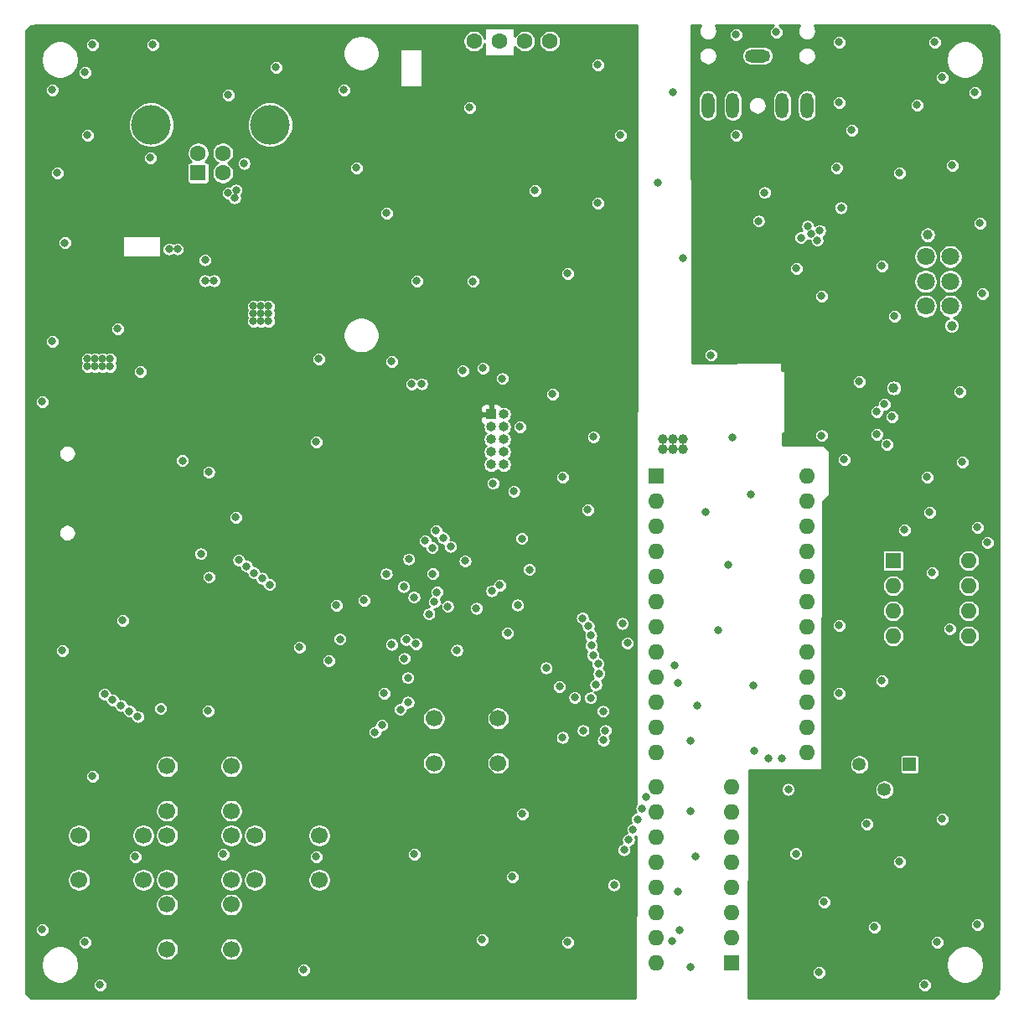
<source format=gbr>
G04 #@! TF.GenerationSoftware,KiCad,Pcbnew,(5.1.8)-1*
G04 #@! TF.CreationDate,2021-01-17T23:38:35-08:00*
G04 #@! TF.ProjectId,MegaBlaster2,4d656761-426c-4617-9374-6572322e6b69,rev?*
G04 #@! TF.SameCoordinates,Original*
G04 #@! TF.FileFunction,Copper,L3,Inr*
G04 #@! TF.FilePolarity,Positive*
%FSLAX46Y46*%
G04 Gerber Fmt 4.6, Leading zero omitted, Abs format (unit mm)*
G04 Created by KiCad (PCBNEW (5.1.8)-1) date 2021-01-17 23:38:35*
%MOMM*%
%LPD*%
G01*
G04 APERTURE LIST*
G04 #@! TA.AperFunction,ComponentPad*
%ADD10C,1.600000*%
G04 #@! TD*
G04 #@! TA.AperFunction,ComponentPad*
%ADD11R,1.346200X1.346200*%
G04 #@! TD*
G04 #@! TA.AperFunction,ComponentPad*
%ADD12C,1.346200*%
G04 #@! TD*
G04 #@! TA.AperFunction,ComponentPad*
%ADD13R,1.600000X1.600000*%
G04 #@! TD*
G04 #@! TA.AperFunction,ComponentPad*
%ADD14C,4.000000*%
G04 #@! TD*
G04 #@! TA.AperFunction,ComponentPad*
%ADD15R,1.000000X1.000000*%
G04 #@! TD*
G04 #@! TA.AperFunction,ComponentPad*
%ADD16O,1.000000X1.000000*%
G04 #@! TD*
G04 #@! TA.AperFunction,ComponentPad*
%ADD17O,1.300000X2.600000*%
G04 #@! TD*
G04 #@! TA.AperFunction,ComponentPad*
%ADD18O,2.600000X1.300000*%
G04 #@! TD*
G04 #@! TA.AperFunction,ComponentPad*
%ADD19C,1.800000*%
G04 #@! TD*
G04 #@! TA.AperFunction,ComponentPad*
%ADD20C,1.700000*%
G04 #@! TD*
G04 #@! TA.AperFunction,ComponentPad*
%ADD21O,1.600000X1.600000*%
G04 #@! TD*
G04 #@! TA.AperFunction,ViaPad*
%ADD22C,0.800000*%
G04 #@! TD*
G04 #@! TA.AperFunction,ViaPad*
%ADD23C,1.000000*%
G04 #@! TD*
G04 #@! TA.AperFunction,Conductor*
%ADD24C,0.254000*%
G04 #@! TD*
G04 #@! TA.AperFunction,Conductor*
%ADD25C,0.100000*%
G04 #@! TD*
G04 APERTURE END LIST*
D10*
X129460000Y-43845000D03*
X132050000Y-43845000D03*
X134590000Y-43845000D03*
X137130000Y-43845000D03*
D11*
X173482000Y-116916200D03*
D12*
X170942000Y-119456200D03*
X168402000Y-116916200D03*
D13*
X101600000Y-57150000D03*
D10*
X104100000Y-57150000D03*
X104100000Y-55150000D03*
X101600000Y-55150000D03*
D14*
X108850000Y-52290000D03*
X96850000Y-52290000D03*
D15*
X131200000Y-81550000D03*
D16*
X132470000Y-81550000D03*
X131200000Y-82820000D03*
X132470000Y-82820000D03*
X131200000Y-84090000D03*
X132470000Y-84090000D03*
X131200000Y-85360000D03*
X132470000Y-85360000D03*
X131200000Y-86630000D03*
X132470000Y-86630000D03*
D17*
X153110000Y-50330000D03*
X163110000Y-50330000D03*
X160610000Y-50330000D03*
X155610000Y-50330000D03*
D18*
X158110000Y-45330000D03*
D19*
X177595001Y-65612000D03*
X177595001Y-68112000D03*
X177595001Y-70612000D03*
X175095001Y-65612000D03*
X175095001Y-68112000D03*
X175095001Y-70612000D03*
D20*
X125410000Y-112280000D03*
X131910000Y-112280000D03*
X125410000Y-116780000D03*
X131910000Y-116780000D03*
X96055000Y-128595000D03*
X89555000Y-128595000D03*
X96055000Y-124095000D03*
X89555000Y-124095000D03*
X98445000Y-131080000D03*
X104945000Y-131080000D03*
X98445000Y-135580000D03*
X104945000Y-135580000D03*
X113835000Y-128595000D03*
X107335000Y-128595000D03*
X113835000Y-124095000D03*
X107335000Y-124095000D03*
X98445000Y-117110000D03*
X104945000Y-117110000D03*
X98445000Y-121610000D03*
X104945000Y-121610000D03*
X104950000Y-128590000D03*
X98450000Y-128590000D03*
X104950000Y-124090000D03*
X98450000Y-124090000D03*
D13*
X171825000Y-96325000D03*
D21*
X179445000Y-103945000D03*
X171825000Y-98865000D03*
X179445000Y-101405000D03*
X171825000Y-101405000D03*
X179445000Y-98865000D03*
X171825000Y-103945000D03*
X179445000Y-96325000D03*
D13*
X147900000Y-87750000D03*
D21*
X163140000Y-115690000D03*
X147900000Y-90290000D03*
X163140000Y-113150000D03*
X147900000Y-92830000D03*
X163140000Y-110610000D03*
X147900000Y-95370000D03*
X163140000Y-108070000D03*
X147900000Y-97910000D03*
X163140000Y-105530000D03*
X147900000Y-100450000D03*
X163140000Y-102990000D03*
X147900000Y-102990000D03*
X163140000Y-100450000D03*
X147900000Y-105530000D03*
X163140000Y-97910000D03*
X147900000Y-108070000D03*
X163140000Y-95370000D03*
X147900000Y-110610000D03*
X163140000Y-92830000D03*
X147900000Y-113150000D03*
X163140000Y-90290000D03*
X147900000Y-115690000D03*
X163140000Y-87750000D03*
D13*
X155500000Y-137000000D03*
D21*
X147880000Y-119220000D03*
X155500000Y-134460000D03*
X147880000Y-121760000D03*
X155500000Y-131920000D03*
X147880000Y-124300000D03*
X155500000Y-129380000D03*
X147880000Y-126840000D03*
X155500000Y-126840000D03*
X147880000Y-129380000D03*
X155500000Y-124300000D03*
X147880000Y-131920000D03*
X155500000Y-121760000D03*
X147880000Y-134460000D03*
X155500000Y-119220000D03*
X147880000Y-137000000D03*
D22*
X103200000Y-68050000D03*
X102300000Y-68050000D03*
X99500000Y-64850000D03*
X98650000Y-64850000D03*
X124530000Y-94320000D03*
X155620000Y-83920000D03*
D23*
X171870000Y-78890000D03*
X177720000Y-72590000D03*
X175300000Y-63410000D03*
D22*
X127730000Y-105390000D03*
X121160000Y-104800000D03*
X115930000Y-104250000D03*
X128570000Y-96370000D03*
X125310000Y-97650000D03*
X133868224Y-100821273D03*
X129370000Y-68110000D03*
X181340000Y-94490000D03*
X177540000Y-103220000D03*
X122780000Y-108170000D03*
X136770000Y-107170000D03*
X152050000Y-110970000D03*
X131390000Y-88530000D03*
X123400000Y-100030000D03*
X104630000Y-59200000D03*
X105420000Y-58890000D03*
X105280000Y-59680000D03*
X158220000Y-62020000D03*
X163510000Y-63300000D03*
X158830000Y-59150000D03*
X162490000Y-63700000D03*
X164140000Y-63970000D03*
X164390000Y-62980000D03*
X163180000Y-62530000D03*
X166550000Y-60680000D03*
X90424000Y-75946000D03*
X91186000Y-75946000D03*
X91948000Y-75946000D03*
X92710000Y-75946000D03*
X92710000Y-76708000D03*
X91948000Y-76708000D03*
X91186000Y-76708000D03*
X90424000Y-76708000D03*
X117602000Y-56642000D03*
X90932000Y-44196000D03*
X90170000Y-46990000D03*
X86868000Y-48768000D03*
X176022000Y-43942000D03*
X176784000Y-47498000D03*
X180086000Y-49022000D03*
X180340000Y-133096000D03*
X176276000Y-134874000D03*
X175006000Y-139192000D03*
X85852000Y-133604000D03*
X90170000Y-134874000D03*
X91694000Y-139192000D03*
X123444000Y-125984000D03*
X134366000Y-121920000D03*
X130302000Y-134620000D03*
X112268000Y-137668000D03*
X138938000Y-134874000D03*
X133350000Y-128270000D03*
X90932000Y-118110000D03*
X102616000Y-111506000D03*
X87884000Y-105410000D03*
X93980000Y-102362000D03*
X105410000Y-91948000D03*
X113538000Y-84328000D03*
X113792000Y-75946000D03*
X121158000Y-76200000D03*
X123698000Y-68072000D03*
X120650000Y-61214000D03*
X141986000Y-60198000D03*
X138938000Y-67310000D03*
X144272000Y-53340000D03*
X141986000Y-46228000D03*
X148082000Y-58166000D03*
X150622000Y-65786000D03*
X149606000Y-49022000D03*
X160020000Y-42926000D03*
X155956000Y-43180000D03*
X166370000Y-43942000D03*
X166116000Y-56642000D03*
X172466000Y-57150000D03*
X170688000Y-66548000D03*
X164592000Y-69596000D03*
X171958000Y-71628000D03*
X162052000Y-66802000D03*
X168402000Y-78232000D03*
X178562000Y-79248000D03*
X180848000Y-69342000D03*
X180594000Y-62230000D03*
X177800000Y-56388000D03*
X174244000Y-50292000D03*
X166370000Y-50038000D03*
X155956000Y-53340000D03*
X135636000Y-58928000D03*
X129032000Y-50546000D03*
X116332000Y-48768000D03*
X109474000Y-46482000D03*
X104648000Y-49276000D03*
X97028000Y-44196000D03*
X90424000Y-53340000D03*
X96774000Y-55626000D03*
X87376000Y-57150000D03*
X86868000Y-74168000D03*
X93472000Y-72898000D03*
X95758000Y-77216000D03*
X85852000Y-80264000D03*
X164846000Y-130810000D03*
X172466000Y-126746000D03*
X169926000Y-133350000D03*
X169164000Y-122936000D03*
X176784000Y-122428000D03*
X154178000Y-103378000D03*
X155194000Y-96774000D03*
X152908000Y-91440000D03*
X157480000Y-89662000D03*
X151384000Y-121666000D03*
X151892000Y-126238000D03*
X151384000Y-137414000D03*
X164338000Y-137922000D03*
X166370000Y-102870000D03*
X166370000Y-109728000D03*
X157734000Y-108966000D03*
X172974000Y-93218000D03*
X175768000Y-97536000D03*
X178816000Y-86360000D03*
X104140000Y-125984000D03*
X95250000Y-126238000D03*
X113538000Y-126238000D03*
X140970000Y-91186000D03*
X138430000Y-87884000D03*
X102300000Y-65950000D03*
X164592000Y-83693000D03*
X153416000Y-75565000D03*
X88138000Y-64198500D03*
X135064500Y-97218500D03*
X151320500Y-114554000D03*
X161988500Y-125920500D03*
X161226500Y-119443500D03*
X144970500Y-104648000D03*
X144462500Y-102679500D03*
X97800000Y-111280000D03*
X106235500Y-56197500D03*
X138950000Y-47800000D03*
X132950000Y-47900000D03*
X106309000Y-86846000D03*
X107071000Y-86846000D03*
X107833000Y-86846000D03*
X108595000Y-86846000D03*
X109357000Y-86846000D03*
X109357000Y-87608000D03*
X108595000Y-87608000D03*
X107833000Y-87608000D03*
X107071000Y-87608000D03*
X106309000Y-87608000D03*
X106309000Y-88370000D03*
X107071000Y-88370000D03*
X107833000Y-88370000D03*
X108595000Y-88370000D03*
X109357000Y-88370000D03*
X109357000Y-89132000D03*
X108595000Y-89132000D03*
X107833000Y-89132000D03*
X107071000Y-89132000D03*
X106309000Y-89132000D03*
X107900000Y-78300000D03*
X99800000Y-89425000D03*
X133312500Y-91837500D03*
X128400000Y-107325000D03*
X106125000Y-110650000D03*
X116021579Y-109276421D03*
X110240000Y-111150000D03*
X121630000Y-53120000D03*
X121670000Y-117050000D03*
X123560000Y-99050000D03*
X138500000Y-80860000D03*
X134670000Y-80950000D03*
X144600000Y-88760000D03*
X119390000Y-92560000D03*
X135128000Y-98869500D03*
D23*
X150622000Y-85090000D03*
X150622000Y-84074000D03*
X149606000Y-84074000D03*
X148590000Y-84074000D03*
X148590000Y-85090000D03*
D22*
X108712000Y-72136000D03*
X107950000Y-72136000D03*
X107188000Y-72136000D03*
X107950000Y-71374000D03*
X107188000Y-71374000D03*
X108712000Y-71374000D03*
X108712000Y-70612000D03*
X107950000Y-70612000D03*
X107188000Y-70612000D03*
D23*
X149606000Y-85090000D03*
D22*
X162306000Y-82296000D03*
X161290000Y-82296000D03*
X161290000Y-81280000D03*
X162306000Y-81280000D03*
X162306000Y-80264000D03*
X161290000Y-80264000D03*
X162306000Y-79248000D03*
X161290000Y-79248000D03*
X162306000Y-78232000D03*
X161290000Y-78232000D03*
D23*
X158375000Y-139000000D03*
X160020000Y-56134000D03*
X166400000Y-90560000D03*
X174300000Y-76340000D03*
D22*
X170180000Y-81280000D03*
X166878000Y-86106000D03*
X170180000Y-83566000D03*
X170942000Y-80518000D03*
X171704000Y-81788000D03*
X171196000Y-84582000D03*
X175514000Y-91440000D03*
X170688000Y-108458000D03*
X175260000Y-87884000D03*
X167640000Y-52832000D03*
X141536015Y-83820000D03*
X130374999Y-76889001D03*
X128352342Y-77133658D03*
X132334000Y-77941010D03*
X131266453Y-99387520D03*
X123185059Y-78486060D03*
X132080000Y-98806000D03*
X124184995Y-78473776D03*
X133494634Y-89322012D03*
X137414000Y-79502000D03*
X134112000Y-82804000D03*
X134300000Y-94100000D03*
X119454335Y-113665010D03*
X100000000Y-86220000D03*
X120170000Y-112940000D03*
X102670000Y-87380000D03*
X122425650Y-106214952D03*
X123615691Y-104747932D03*
X120396000Y-109728000D03*
X122027775Y-111365010D03*
X102697340Y-98007340D03*
X122614220Y-104329455D03*
X122810000Y-110640000D03*
X101880000Y-95640000D03*
X180340000Y-92964000D03*
X127110000Y-94900000D03*
X108820000Y-98760000D03*
X95490000Y-112090000D03*
X126370000Y-94050000D03*
X107222326Y-97564281D03*
X93810000Y-110976607D03*
X125645468Y-93317145D03*
X105696985Y-96271571D03*
X92138556Y-109830000D03*
X106475248Y-96899527D03*
X125242036Y-95022160D03*
X92964775Y-110410000D03*
X122880000Y-96170000D03*
X108061116Y-98108757D03*
X94640000Y-111529873D03*
X118364000Y-100330000D03*
X120606818Y-97671303D03*
X111830579Y-105085421D03*
X122366987Y-98957930D03*
X139650000Y-110150000D03*
X125729107Y-99507218D03*
X142543987Y-114478561D03*
X125455816Y-100485816D03*
X160600000Y-116345010D03*
X138400000Y-114200000D03*
X142750000Y-113500000D03*
X140500000Y-113500000D03*
X124921836Y-101731416D03*
X159200000Y-116345010D03*
X126807722Y-100945992D03*
X142500000Y-111550000D03*
X140428528Y-102129570D03*
X146875065Y-120200000D03*
X146425054Y-121350000D03*
X141013649Y-102940531D03*
X145975043Y-122450000D03*
X141279262Y-103904623D03*
X145525032Y-123500000D03*
X141318497Y-104903865D03*
X141250000Y-110200000D03*
X132847113Y-103644964D03*
X145075021Y-124550000D03*
X141498066Y-105887623D03*
X144625010Y-125550000D03*
X142004357Y-106750000D03*
X142099998Y-107750002D03*
X150250000Y-133700000D03*
X141780001Y-108869999D03*
X115570000Y-100838000D03*
X114808000Y-106426000D03*
X150100000Y-129800000D03*
X150057337Y-108692663D03*
X149500000Y-134800000D03*
X143600000Y-129100000D03*
X138100000Y-109050000D03*
X129700000Y-101150000D03*
X149733000Y-106870500D03*
X157797500Y-115506500D03*
D24*
X145822042Y-120943905D02*
X145780795Y-121005636D01*
X145725992Y-121137942D01*
X145698054Y-121278397D01*
X145698054Y-121421603D01*
X145725992Y-121562058D01*
X145780795Y-121694364D01*
X145812072Y-121741174D01*
X145762985Y-121750938D01*
X145630679Y-121805741D01*
X145511607Y-121885302D01*
X145410345Y-121986564D01*
X145330784Y-122105636D01*
X145275981Y-122237942D01*
X145248043Y-122378397D01*
X145248043Y-122521603D01*
X145275981Y-122662058D01*
X145330784Y-122794364D01*
X145332572Y-122797040D01*
X145312974Y-122800938D01*
X145180668Y-122855741D01*
X145061596Y-122935302D01*
X144960334Y-123036564D01*
X144880773Y-123155636D01*
X144825970Y-123287942D01*
X144798032Y-123428397D01*
X144798032Y-123571603D01*
X144825970Y-123712058D01*
X144880773Y-123844364D01*
X144882561Y-123847040D01*
X144862963Y-123850938D01*
X144730657Y-123905741D01*
X144611585Y-123985302D01*
X144510323Y-124086564D01*
X144430762Y-124205636D01*
X144375959Y-124337942D01*
X144348021Y-124478397D01*
X144348021Y-124621603D01*
X144375959Y-124762058D01*
X144412800Y-124851001D01*
X144280646Y-124905741D01*
X144161574Y-124985302D01*
X144060312Y-125086564D01*
X143980751Y-125205636D01*
X143925948Y-125337942D01*
X143898010Y-125478397D01*
X143898010Y-125621603D01*
X143925948Y-125762058D01*
X143980751Y-125894364D01*
X144060312Y-126013436D01*
X144161574Y-126114698D01*
X144280646Y-126194259D01*
X144412952Y-126249062D01*
X144553407Y-126277000D01*
X144696613Y-126277000D01*
X144837068Y-126249062D01*
X144969374Y-126194259D01*
X145088446Y-126114698D01*
X145189708Y-126013436D01*
X145269269Y-125894364D01*
X145324072Y-125762058D01*
X145352010Y-125621603D01*
X145352010Y-125478397D01*
X145324072Y-125337942D01*
X145287231Y-125248999D01*
X145419385Y-125194259D01*
X145538457Y-125114698D01*
X145639719Y-125013436D01*
X145719280Y-124894364D01*
X145774083Y-124762058D01*
X145802021Y-124621603D01*
X145802021Y-124478397D01*
X145774083Y-124337942D01*
X145719280Y-124205636D01*
X145717492Y-124202960D01*
X145737090Y-124199062D01*
X145818055Y-124165525D01*
X145797767Y-140558000D01*
X85107215Y-140558000D01*
X84912020Y-140538861D01*
X84740822Y-140487173D01*
X84582921Y-140403216D01*
X84444337Y-140290190D01*
X84330341Y-140152393D01*
X84245286Y-139995086D01*
X84192403Y-139824250D01*
X84172000Y-139630122D01*
X84172000Y-139120397D01*
X90967000Y-139120397D01*
X90967000Y-139263603D01*
X90994938Y-139404058D01*
X91049741Y-139536364D01*
X91129302Y-139655436D01*
X91230564Y-139756698D01*
X91349636Y-139836259D01*
X91481942Y-139891062D01*
X91622397Y-139919000D01*
X91765603Y-139919000D01*
X91906058Y-139891062D01*
X92038364Y-139836259D01*
X92157436Y-139756698D01*
X92258698Y-139655436D01*
X92338259Y-139536364D01*
X92393062Y-139404058D01*
X92421000Y-139263603D01*
X92421000Y-139120397D01*
X92393062Y-138979942D01*
X92338259Y-138847636D01*
X92258698Y-138728564D01*
X92157436Y-138627302D01*
X92038364Y-138547741D01*
X91906058Y-138492938D01*
X91765603Y-138465000D01*
X91622397Y-138465000D01*
X91481942Y-138492938D01*
X91349636Y-138547741D01*
X91230564Y-138627302D01*
X91129302Y-138728564D01*
X91049741Y-138847636D01*
X90994938Y-138979942D01*
X90967000Y-139120397D01*
X84172000Y-139120397D01*
X84172000Y-136970207D01*
X85703000Y-136970207D01*
X85703000Y-137349793D01*
X85777053Y-137722085D01*
X85922315Y-138072777D01*
X86133201Y-138388391D01*
X86401609Y-138656799D01*
X86717223Y-138867685D01*
X87067915Y-139012947D01*
X87440207Y-139087000D01*
X87819793Y-139087000D01*
X88192085Y-139012947D01*
X88542777Y-138867685D01*
X88858391Y-138656799D01*
X89126799Y-138388391D01*
X89337685Y-138072777D01*
X89482947Y-137722085D01*
X89507947Y-137596397D01*
X111541000Y-137596397D01*
X111541000Y-137739603D01*
X111568938Y-137880058D01*
X111623741Y-138012364D01*
X111703302Y-138131436D01*
X111804564Y-138232698D01*
X111923636Y-138312259D01*
X112055942Y-138367062D01*
X112196397Y-138395000D01*
X112339603Y-138395000D01*
X112480058Y-138367062D01*
X112612364Y-138312259D01*
X112731436Y-138232698D01*
X112832698Y-138131436D01*
X112912259Y-138012364D01*
X112967062Y-137880058D01*
X112995000Y-137739603D01*
X112995000Y-137596397D01*
X112967062Y-137455942D01*
X112912259Y-137323636D01*
X112832698Y-137204564D01*
X112731436Y-137103302D01*
X112612364Y-137023741D01*
X112480058Y-136968938D01*
X112339603Y-136941000D01*
X112196397Y-136941000D01*
X112055942Y-136968938D01*
X111923636Y-137023741D01*
X111804564Y-137103302D01*
X111703302Y-137204564D01*
X111623741Y-137323636D01*
X111568938Y-137455942D01*
X111541000Y-137596397D01*
X89507947Y-137596397D01*
X89557000Y-137349793D01*
X89557000Y-136970207D01*
X89482947Y-136597915D01*
X89337685Y-136247223D01*
X89126799Y-135931609D01*
X88858391Y-135663201D01*
X88542777Y-135452315D01*
X88192085Y-135307053D01*
X87819793Y-135233000D01*
X87440207Y-135233000D01*
X87067915Y-135307053D01*
X86717223Y-135452315D01*
X86401609Y-135663201D01*
X86133201Y-135931609D01*
X85922315Y-136247223D01*
X85777053Y-136597915D01*
X85703000Y-136970207D01*
X84172000Y-136970207D01*
X84172000Y-134802397D01*
X89443000Y-134802397D01*
X89443000Y-134945603D01*
X89470938Y-135086058D01*
X89525741Y-135218364D01*
X89605302Y-135337436D01*
X89706564Y-135438698D01*
X89825636Y-135518259D01*
X89957942Y-135573062D01*
X90098397Y-135601000D01*
X90241603Y-135601000D01*
X90382058Y-135573062D01*
X90514364Y-135518259D01*
X90595454Y-135464076D01*
X97268000Y-135464076D01*
X97268000Y-135695924D01*
X97313231Y-135923318D01*
X97401956Y-136137519D01*
X97530764Y-136330294D01*
X97694706Y-136494236D01*
X97887481Y-136623044D01*
X98101682Y-136711769D01*
X98329076Y-136757000D01*
X98560924Y-136757000D01*
X98788318Y-136711769D01*
X99002519Y-136623044D01*
X99195294Y-136494236D01*
X99359236Y-136330294D01*
X99488044Y-136137519D01*
X99576769Y-135923318D01*
X99622000Y-135695924D01*
X99622000Y-135464076D01*
X103768000Y-135464076D01*
X103768000Y-135695924D01*
X103813231Y-135923318D01*
X103901956Y-136137519D01*
X104030764Y-136330294D01*
X104194706Y-136494236D01*
X104387481Y-136623044D01*
X104601682Y-136711769D01*
X104829076Y-136757000D01*
X105060924Y-136757000D01*
X105288318Y-136711769D01*
X105502519Y-136623044D01*
X105695294Y-136494236D01*
X105859236Y-136330294D01*
X105988044Y-136137519D01*
X106076769Y-135923318D01*
X106122000Y-135695924D01*
X106122000Y-135464076D01*
X106076769Y-135236682D01*
X105988044Y-135022481D01*
X105859236Y-134829706D01*
X105695294Y-134665764D01*
X105519642Y-134548397D01*
X129575000Y-134548397D01*
X129575000Y-134691603D01*
X129602938Y-134832058D01*
X129657741Y-134964364D01*
X129737302Y-135083436D01*
X129838564Y-135184698D01*
X129957636Y-135264259D01*
X130089942Y-135319062D01*
X130230397Y-135347000D01*
X130373603Y-135347000D01*
X130514058Y-135319062D01*
X130646364Y-135264259D01*
X130765436Y-135184698D01*
X130866698Y-135083436D01*
X130946259Y-134964364D01*
X131001062Y-134832058D01*
X131006961Y-134802397D01*
X138211000Y-134802397D01*
X138211000Y-134945603D01*
X138238938Y-135086058D01*
X138293741Y-135218364D01*
X138373302Y-135337436D01*
X138474564Y-135438698D01*
X138593636Y-135518259D01*
X138725942Y-135573062D01*
X138866397Y-135601000D01*
X139009603Y-135601000D01*
X139150058Y-135573062D01*
X139282364Y-135518259D01*
X139401436Y-135438698D01*
X139502698Y-135337436D01*
X139582259Y-135218364D01*
X139637062Y-135086058D01*
X139665000Y-134945603D01*
X139665000Y-134802397D01*
X139637062Y-134661942D01*
X139582259Y-134529636D01*
X139502698Y-134410564D01*
X139401436Y-134309302D01*
X139282364Y-134229741D01*
X139150058Y-134174938D01*
X139009603Y-134147000D01*
X138866397Y-134147000D01*
X138725942Y-134174938D01*
X138593636Y-134229741D01*
X138474564Y-134309302D01*
X138373302Y-134410564D01*
X138293741Y-134529636D01*
X138238938Y-134661942D01*
X138211000Y-134802397D01*
X131006961Y-134802397D01*
X131029000Y-134691603D01*
X131029000Y-134548397D01*
X131001062Y-134407942D01*
X130946259Y-134275636D01*
X130866698Y-134156564D01*
X130765436Y-134055302D01*
X130646364Y-133975741D01*
X130514058Y-133920938D01*
X130373603Y-133893000D01*
X130230397Y-133893000D01*
X130089942Y-133920938D01*
X129957636Y-133975741D01*
X129838564Y-134055302D01*
X129737302Y-134156564D01*
X129657741Y-134275636D01*
X129602938Y-134407942D01*
X129575000Y-134548397D01*
X105519642Y-134548397D01*
X105502519Y-134536956D01*
X105288318Y-134448231D01*
X105060924Y-134403000D01*
X104829076Y-134403000D01*
X104601682Y-134448231D01*
X104387481Y-134536956D01*
X104194706Y-134665764D01*
X104030764Y-134829706D01*
X103901956Y-135022481D01*
X103813231Y-135236682D01*
X103768000Y-135464076D01*
X99622000Y-135464076D01*
X99576769Y-135236682D01*
X99488044Y-135022481D01*
X99359236Y-134829706D01*
X99195294Y-134665764D01*
X99002519Y-134536956D01*
X98788318Y-134448231D01*
X98560924Y-134403000D01*
X98329076Y-134403000D01*
X98101682Y-134448231D01*
X97887481Y-134536956D01*
X97694706Y-134665764D01*
X97530764Y-134829706D01*
X97401956Y-135022481D01*
X97313231Y-135236682D01*
X97268000Y-135464076D01*
X90595454Y-135464076D01*
X90633436Y-135438698D01*
X90734698Y-135337436D01*
X90814259Y-135218364D01*
X90869062Y-135086058D01*
X90897000Y-134945603D01*
X90897000Y-134802397D01*
X90869062Y-134661942D01*
X90814259Y-134529636D01*
X90734698Y-134410564D01*
X90633436Y-134309302D01*
X90514364Y-134229741D01*
X90382058Y-134174938D01*
X90241603Y-134147000D01*
X90098397Y-134147000D01*
X89957942Y-134174938D01*
X89825636Y-134229741D01*
X89706564Y-134309302D01*
X89605302Y-134410564D01*
X89525741Y-134529636D01*
X89470938Y-134661942D01*
X89443000Y-134802397D01*
X84172000Y-134802397D01*
X84172000Y-133532397D01*
X85125000Y-133532397D01*
X85125000Y-133675603D01*
X85152938Y-133816058D01*
X85207741Y-133948364D01*
X85287302Y-134067436D01*
X85388564Y-134168698D01*
X85507636Y-134248259D01*
X85639942Y-134303062D01*
X85780397Y-134331000D01*
X85923603Y-134331000D01*
X86064058Y-134303062D01*
X86196364Y-134248259D01*
X86315436Y-134168698D01*
X86416698Y-134067436D01*
X86496259Y-133948364D01*
X86551062Y-133816058D01*
X86579000Y-133675603D01*
X86579000Y-133532397D01*
X86551062Y-133391942D01*
X86496259Y-133259636D01*
X86416698Y-133140564D01*
X86315436Y-133039302D01*
X86196364Y-132959741D01*
X86064058Y-132904938D01*
X85923603Y-132877000D01*
X85780397Y-132877000D01*
X85639942Y-132904938D01*
X85507636Y-132959741D01*
X85388564Y-133039302D01*
X85287302Y-133140564D01*
X85207741Y-133259636D01*
X85152938Y-133391942D01*
X85125000Y-133532397D01*
X84172000Y-133532397D01*
X84172000Y-130964076D01*
X97268000Y-130964076D01*
X97268000Y-131195924D01*
X97313231Y-131423318D01*
X97401956Y-131637519D01*
X97530764Y-131830294D01*
X97694706Y-131994236D01*
X97887481Y-132123044D01*
X98101682Y-132211769D01*
X98329076Y-132257000D01*
X98560924Y-132257000D01*
X98788318Y-132211769D01*
X99002519Y-132123044D01*
X99195294Y-131994236D01*
X99359236Y-131830294D01*
X99488044Y-131637519D01*
X99576769Y-131423318D01*
X99622000Y-131195924D01*
X99622000Y-130964076D01*
X103768000Y-130964076D01*
X103768000Y-131195924D01*
X103813231Y-131423318D01*
X103901956Y-131637519D01*
X104030764Y-131830294D01*
X104194706Y-131994236D01*
X104387481Y-132123044D01*
X104601682Y-132211769D01*
X104829076Y-132257000D01*
X105060924Y-132257000D01*
X105288318Y-132211769D01*
X105502519Y-132123044D01*
X105695294Y-131994236D01*
X105859236Y-131830294D01*
X105988044Y-131637519D01*
X106076769Y-131423318D01*
X106122000Y-131195924D01*
X106122000Y-130964076D01*
X106076769Y-130736682D01*
X105988044Y-130522481D01*
X105859236Y-130329706D01*
X105695294Y-130165764D01*
X105502519Y-130036956D01*
X105288318Y-129948231D01*
X105060924Y-129903000D01*
X104829076Y-129903000D01*
X104601682Y-129948231D01*
X104387481Y-130036956D01*
X104194706Y-130165764D01*
X104030764Y-130329706D01*
X103901956Y-130522481D01*
X103813231Y-130736682D01*
X103768000Y-130964076D01*
X99622000Y-130964076D01*
X99576769Y-130736682D01*
X99488044Y-130522481D01*
X99359236Y-130329706D01*
X99195294Y-130165764D01*
X99002519Y-130036956D01*
X98788318Y-129948231D01*
X98560924Y-129903000D01*
X98329076Y-129903000D01*
X98101682Y-129948231D01*
X97887481Y-130036956D01*
X97694706Y-130165764D01*
X97530764Y-130329706D01*
X97401956Y-130522481D01*
X97313231Y-130736682D01*
X97268000Y-130964076D01*
X84172000Y-130964076D01*
X84172000Y-128479076D01*
X88378000Y-128479076D01*
X88378000Y-128710924D01*
X88423231Y-128938318D01*
X88511956Y-129152519D01*
X88640764Y-129345294D01*
X88804706Y-129509236D01*
X88997481Y-129638044D01*
X89211682Y-129726769D01*
X89439076Y-129772000D01*
X89670924Y-129772000D01*
X89898318Y-129726769D01*
X90112519Y-129638044D01*
X90305294Y-129509236D01*
X90469236Y-129345294D01*
X90598044Y-129152519D01*
X90686769Y-128938318D01*
X90732000Y-128710924D01*
X90732000Y-128479076D01*
X94878000Y-128479076D01*
X94878000Y-128710924D01*
X94923231Y-128938318D01*
X95011956Y-129152519D01*
X95140764Y-129345294D01*
X95304706Y-129509236D01*
X95497481Y-129638044D01*
X95711682Y-129726769D01*
X95939076Y-129772000D01*
X96170924Y-129772000D01*
X96398318Y-129726769D01*
X96612519Y-129638044D01*
X96805294Y-129509236D01*
X96969236Y-129345294D01*
X97098044Y-129152519D01*
X97186769Y-128938318D01*
X97232000Y-128710924D01*
X97232000Y-128479076D01*
X97231006Y-128474076D01*
X97273000Y-128474076D01*
X97273000Y-128705924D01*
X97318231Y-128933318D01*
X97406956Y-129147519D01*
X97535764Y-129340294D01*
X97699706Y-129504236D01*
X97892481Y-129633044D01*
X98106682Y-129721769D01*
X98334076Y-129767000D01*
X98565924Y-129767000D01*
X98793318Y-129721769D01*
X99007519Y-129633044D01*
X99200294Y-129504236D01*
X99364236Y-129340294D01*
X99493044Y-129147519D01*
X99581769Y-128933318D01*
X99627000Y-128705924D01*
X99627000Y-128474076D01*
X103773000Y-128474076D01*
X103773000Y-128705924D01*
X103818231Y-128933318D01*
X103906956Y-129147519D01*
X104035764Y-129340294D01*
X104199706Y-129504236D01*
X104392481Y-129633044D01*
X104606682Y-129721769D01*
X104834076Y-129767000D01*
X105065924Y-129767000D01*
X105293318Y-129721769D01*
X105507519Y-129633044D01*
X105700294Y-129504236D01*
X105864236Y-129340294D01*
X105993044Y-129147519D01*
X106081769Y-128933318D01*
X106127000Y-128705924D01*
X106127000Y-128479076D01*
X106158000Y-128479076D01*
X106158000Y-128710924D01*
X106203231Y-128938318D01*
X106291956Y-129152519D01*
X106420764Y-129345294D01*
X106584706Y-129509236D01*
X106777481Y-129638044D01*
X106991682Y-129726769D01*
X107219076Y-129772000D01*
X107450924Y-129772000D01*
X107678318Y-129726769D01*
X107892519Y-129638044D01*
X108085294Y-129509236D01*
X108249236Y-129345294D01*
X108378044Y-129152519D01*
X108466769Y-128938318D01*
X108512000Y-128710924D01*
X108512000Y-128479076D01*
X112658000Y-128479076D01*
X112658000Y-128710924D01*
X112703231Y-128938318D01*
X112791956Y-129152519D01*
X112920764Y-129345294D01*
X113084706Y-129509236D01*
X113277481Y-129638044D01*
X113491682Y-129726769D01*
X113719076Y-129772000D01*
X113950924Y-129772000D01*
X114178318Y-129726769D01*
X114392519Y-129638044D01*
X114585294Y-129509236D01*
X114749236Y-129345294D01*
X114878044Y-129152519D01*
X114929457Y-129028397D01*
X142873000Y-129028397D01*
X142873000Y-129171603D01*
X142900938Y-129312058D01*
X142955741Y-129444364D01*
X143035302Y-129563436D01*
X143136564Y-129664698D01*
X143255636Y-129744259D01*
X143387942Y-129799062D01*
X143528397Y-129827000D01*
X143671603Y-129827000D01*
X143812058Y-129799062D01*
X143944364Y-129744259D01*
X144063436Y-129664698D01*
X144164698Y-129563436D01*
X144244259Y-129444364D01*
X144299062Y-129312058D01*
X144327000Y-129171603D01*
X144327000Y-129028397D01*
X144299062Y-128887942D01*
X144244259Y-128755636D01*
X144164698Y-128636564D01*
X144063436Y-128535302D01*
X143944364Y-128455741D01*
X143812058Y-128400938D01*
X143671603Y-128373000D01*
X143528397Y-128373000D01*
X143387942Y-128400938D01*
X143255636Y-128455741D01*
X143136564Y-128535302D01*
X143035302Y-128636564D01*
X142955741Y-128755636D01*
X142900938Y-128887942D01*
X142873000Y-129028397D01*
X114929457Y-129028397D01*
X114966769Y-128938318D01*
X115012000Y-128710924D01*
X115012000Y-128479076D01*
X114966769Y-128251682D01*
X114944698Y-128198397D01*
X132623000Y-128198397D01*
X132623000Y-128341603D01*
X132650938Y-128482058D01*
X132705741Y-128614364D01*
X132785302Y-128733436D01*
X132886564Y-128834698D01*
X133005636Y-128914259D01*
X133137942Y-128969062D01*
X133278397Y-128997000D01*
X133421603Y-128997000D01*
X133562058Y-128969062D01*
X133694364Y-128914259D01*
X133813436Y-128834698D01*
X133914698Y-128733436D01*
X133994259Y-128614364D01*
X134049062Y-128482058D01*
X134077000Y-128341603D01*
X134077000Y-128198397D01*
X134049062Y-128057942D01*
X133994259Y-127925636D01*
X133914698Y-127806564D01*
X133813436Y-127705302D01*
X133694364Y-127625741D01*
X133562058Y-127570938D01*
X133421603Y-127543000D01*
X133278397Y-127543000D01*
X133137942Y-127570938D01*
X133005636Y-127625741D01*
X132886564Y-127705302D01*
X132785302Y-127806564D01*
X132705741Y-127925636D01*
X132650938Y-128057942D01*
X132623000Y-128198397D01*
X114944698Y-128198397D01*
X114878044Y-128037481D01*
X114749236Y-127844706D01*
X114585294Y-127680764D01*
X114392519Y-127551956D01*
X114178318Y-127463231D01*
X113950924Y-127418000D01*
X113719076Y-127418000D01*
X113491682Y-127463231D01*
X113277481Y-127551956D01*
X113084706Y-127680764D01*
X112920764Y-127844706D01*
X112791956Y-128037481D01*
X112703231Y-128251682D01*
X112658000Y-128479076D01*
X108512000Y-128479076D01*
X108466769Y-128251682D01*
X108378044Y-128037481D01*
X108249236Y-127844706D01*
X108085294Y-127680764D01*
X107892519Y-127551956D01*
X107678318Y-127463231D01*
X107450924Y-127418000D01*
X107219076Y-127418000D01*
X106991682Y-127463231D01*
X106777481Y-127551956D01*
X106584706Y-127680764D01*
X106420764Y-127844706D01*
X106291956Y-128037481D01*
X106203231Y-128251682D01*
X106158000Y-128479076D01*
X106127000Y-128479076D01*
X106127000Y-128474076D01*
X106081769Y-128246682D01*
X105993044Y-128032481D01*
X105864236Y-127839706D01*
X105700294Y-127675764D01*
X105507519Y-127546956D01*
X105293318Y-127458231D01*
X105065924Y-127413000D01*
X104834076Y-127413000D01*
X104606682Y-127458231D01*
X104392481Y-127546956D01*
X104199706Y-127675764D01*
X104035764Y-127839706D01*
X103906956Y-128032481D01*
X103818231Y-128246682D01*
X103773000Y-128474076D01*
X99627000Y-128474076D01*
X99581769Y-128246682D01*
X99493044Y-128032481D01*
X99364236Y-127839706D01*
X99200294Y-127675764D01*
X99007519Y-127546956D01*
X98793318Y-127458231D01*
X98565924Y-127413000D01*
X98334076Y-127413000D01*
X98106682Y-127458231D01*
X97892481Y-127546956D01*
X97699706Y-127675764D01*
X97535764Y-127839706D01*
X97406956Y-128032481D01*
X97318231Y-128246682D01*
X97273000Y-128474076D01*
X97231006Y-128474076D01*
X97186769Y-128251682D01*
X97098044Y-128037481D01*
X96969236Y-127844706D01*
X96805294Y-127680764D01*
X96612519Y-127551956D01*
X96398318Y-127463231D01*
X96170924Y-127418000D01*
X95939076Y-127418000D01*
X95711682Y-127463231D01*
X95497481Y-127551956D01*
X95304706Y-127680764D01*
X95140764Y-127844706D01*
X95011956Y-128037481D01*
X94923231Y-128251682D01*
X94878000Y-128479076D01*
X90732000Y-128479076D01*
X90686769Y-128251682D01*
X90598044Y-128037481D01*
X90469236Y-127844706D01*
X90305294Y-127680764D01*
X90112519Y-127551956D01*
X89898318Y-127463231D01*
X89670924Y-127418000D01*
X89439076Y-127418000D01*
X89211682Y-127463231D01*
X88997481Y-127551956D01*
X88804706Y-127680764D01*
X88640764Y-127844706D01*
X88511956Y-128037481D01*
X88423231Y-128251682D01*
X88378000Y-128479076D01*
X84172000Y-128479076D01*
X84172000Y-126166397D01*
X94523000Y-126166397D01*
X94523000Y-126309603D01*
X94550938Y-126450058D01*
X94605741Y-126582364D01*
X94685302Y-126701436D01*
X94786564Y-126802698D01*
X94905636Y-126882259D01*
X95037942Y-126937062D01*
X95178397Y-126965000D01*
X95321603Y-126965000D01*
X95462058Y-126937062D01*
X95594364Y-126882259D01*
X95713436Y-126802698D01*
X95814698Y-126701436D01*
X95894259Y-126582364D01*
X95949062Y-126450058D01*
X95977000Y-126309603D01*
X95977000Y-126166397D01*
X95949062Y-126025942D01*
X95902031Y-125912397D01*
X103413000Y-125912397D01*
X103413000Y-126055603D01*
X103440938Y-126196058D01*
X103495741Y-126328364D01*
X103575302Y-126447436D01*
X103676564Y-126548698D01*
X103795636Y-126628259D01*
X103927942Y-126683062D01*
X104068397Y-126711000D01*
X104211603Y-126711000D01*
X104352058Y-126683062D01*
X104484364Y-126628259D01*
X104603436Y-126548698D01*
X104704698Y-126447436D01*
X104784259Y-126328364D01*
X104839062Y-126196058D01*
X104844961Y-126166397D01*
X112811000Y-126166397D01*
X112811000Y-126309603D01*
X112838938Y-126450058D01*
X112893741Y-126582364D01*
X112973302Y-126701436D01*
X113074564Y-126802698D01*
X113193636Y-126882259D01*
X113325942Y-126937062D01*
X113466397Y-126965000D01*
X113609603Y-126965000D01*
X113750058Y-126937062D01*
X113882364Y-126882259D01*
X114001436Y-126802698D01*
X114102698Y-126701436D01*
X114182259Y-126582364D01*
X114237062Y-126450058D01*
X114265000Y-126309603D01*
X114265000Y-126166397D01*
X114237062Y-126025942D01*
X114190031Y-125912397D01*
X122717000Y-125912397D01*
X122717000Y-126055603D01*
X122744938Y-126196058D01*
X122799741Y-126328364D01*
X122879302Y-126447436D01*
X122980564Y-126548698D01*
X123099636Y-126628259D01*
X123231942Y-126683062D01*
X123372397Y-126711000D01*
X123515603Y-126711000D01*
X123656058Y-126683062D01*
X123788364Y-126628259D01*
X123907436Y-126548698D01*
X124008698Y-126447436D01*
X124088259Y-126328364D01*
X124143062Y-126196058D01*
X124171000Y-126055603D01*
X124171000Y-125912397D01*
X124143062Y-125771942D01*
X124088259Y-125639636D01*
X124008698Y-125520564D01*
X123907436Y-125419302D01*
X123788364Y-125339741D01*
X123656058Y-125284938D01*
X123515603Y-125257000D01*
X123372397Y-125257000D01*
X123231942Y-125284938D01*
X123099636Y-125339741D01*
X122980564Y-125419302D01*
X122879302Y-125520564D01*
X122799741Y-125639636D01*
X122744938Y-125771942D01*
X122717000Y-125912397D01*
X114190031Y-125912397D01*
X114182259Y-125893636D01*
X114102698Y-125774564D01*
X114001436Y-125673302D01*
X113882364Y-125593741D01*
X113750058Y-125538938D01*
X113609603Y-125511000D01*
X113466397Y-125511000D01*
X113325942Y-125538938D01*
X113193636Y-125593741D01*
X113074564Y-125673302D01*
X112973302Y-125774564D01*
X112893741Y-125893636D01*
X112838938Y-126025942D01*
X112811000Y-126166397D01*
X104844961Y-126166397D01*
X104867000Y-126055603D01*
X104867000Y-125912397D01*
X104839062Y-125771942D01*
X104784259Y-125639636D01*
X104704698Y-125520564D01*
X104603436Y-125419302D01*
X104484364Y-125339741D01*
X104352058Y-125284938D01*
X104211603Y-125257000D01*
X104068397Y-125257000D01*
X103927942Y-125284938D01*
X103795636Y-125339741D01*
X103676564Y-125419302D01*
X103575302Y-125520564D01*
X103495741Y-125639636D01*
X103440938Y-125771942D01*
X103413000Y-125912397D01*
X95902031Y-125912397D01*
X95894259Y-125893636D01*
X95814698Y-125774564D01*
X95713436Y-125673302D01*
X95594364Y-125593741D01*
X95462058Y-125538938D01*
X95321603Y-125511000D01*
X95178397Y-125511000D01*
X95037942Y-125538938D01*
X94905636Y-125593741D01*
X94786564Y-125673302D01*
X94685302Y-125774564D01*
X94605741Y-125893636D01*
X94550938Y-126025942D01*
X94523000Y-126166397D01*
X84172000Y-126166397D01*
X84172000Y-123979076D01*
X88378000Y-123979076D01*
X88378000Y-124210924D01*
X88423231Y-124438318D01*
X88511956Y-124652519D01*
X88640764Y-124845294D01*
X88804706Y-125009236D01*
X88997481Y-125138044D01*
X89211682Y-125226769D01*
X89439076Y-125272000D01*
X89670924Y-125272000D01*
X89898318Y-125226769D01*
X90112519Y-125138044D01*
X90305294Y-125009236D01*
X90469236Y-124845294D01*
X90598044Y-124652519D01*
X90686769Y-124438318D01*
X90732000Y-124210924D01*
X90732000Y-123979076D01*
X94878000Y-123979076D01*
X94878000Y-124210924D01*
X94923231Y-124438318D01*
X95011956Y-124652519D01*
X95140764Y-124845294D01*
X95304706Y-125009236D01*
X95497481Y-125138044D01*
X95711682Y-125226769D01*
X95939076Y-125272000D01*
X96170924Y-125272000D01*
X96398318Y-125226769D01*
X96612519Y-125138044D01*
X96805294Y-125009236D01*
X96969236Y-124845294D01*
X97098044Y-124652519D01*
X97186769Y-124438318D01*
X97232000Y-124210924D01*
X97232000Y-123979076D01*
X97231006Y-123974076D01*
X97273000Y-123974076D01*
X97273000Y-124205924D01*
X97318231Y-124433318D01*
X97406956Y-124647519D01*
X97535764Y-124840294D01*
X97699706Y-125004236D01*
X97892481Y-125133044D01*
X98106682Y-125221769D01*
X98334076Y-125267000D01*
X98565924Y-125267000D01*
X98793318Y-125221769D01*
X99007519Y-125133044D01*
X99200294Y-125004236D01*
X99364236Y-124840294D01*
X99493044Y-124647519D01*
X99581769Y-124433318D01*
X99627000Y-124205924D01*
X99627000Y-123974076D01*
X103773000Y-123974076D01*
X103773000Y-124205924D01*
X103818231Y-124433318D01*
X103906956Y-124647519D01*
X104035764Y-124840294D01*
X104199706Y-125004236D01*
X104392481Y-125133044D01*
X104606682Y-125221769D01*
X104834076Y-125267000D01*
X105065924Y-125267000D01*
X105293318Y-125221769D01*
X105507519Y-125133044D01*
X105700294Y-125004236D01*
X105864236Y-124840294D01*
X105993044Y-124647519D01*
X106081769Y-124433318D01*
X106127000Y-124205924D01*
X106127000Y-123979076D01*
X106158000Y-123979076D01*
X106158000Y-124210924D01*
X106203231Y-124438318D01*
X106291956Y-124652519D01*
X106420764Y-124845294D01*
X106584706Y-125009236D01*
X106777481Y-125138044D01*
X106991682Y-125226769D01*
X107219076Y-125272000D01*
X107450924Y-125272000D01*
X107678318Y-125226769D01*
X107892519Y-125138044D01*
X108085294Y-125009236D01*
X108249236Y-124845294D01*
X108378044Y-124652519D01*
X108466769Y-124438318D01*
X108512000Y-124210924D01*
X108512000Y-123979076D01*
X112658000Y-123979076D01*
X112658000Y-124210924D01*
X112703231Y-124438318D01*
X112791956Y-124652519D01*
X112920764Y-124845294D01*
X113084706Y-125009236D01*
X113277481Y-125138044D01*
X113491682Y-125226769D01*
X113719076Y-125272000D01*
X113950924Y-125272000D01*
X114178318Y-125226769D01*
X114392519Y-125138044D01*
X114585294Y-125009236D01*
X114749236Y-124845294D01*
X114878044Y-124652519D01*
X114966769Y-124438318D01*
X115012000Y-124210924D01*
X115012000Y-123979076D01*
X114966769Y-123751682D01*
X114878044Y-123537481D01*
X114749236Y-123344706D01*
X114585294Y-123180764D01*
X114392519Y-123051956D01*
X114178318Y-122963231D01*
X113950924Y-122918000D01*
X113719076Y-122918000D01*
X113491682Y-122963231D01*
X113277481Y-123051956D01*
X113084706Y-123180764D01*
X112920764Y-123344706D01*
X112791956Y-123537481D01*
X112703231Y-123751682D01*
X112658000Y-123979076D01*
X108512000Y-123979076D01*
X108466769Y-123751682D01*
X108378044Y-123537481D01*
X108249236Y-123344706D01*
X108085294Y-123180764D01*
X107892519Y-123051956D01*
X107678318Y-122963231D01*
X107450924Y-122918000D01*
X107219076Y-122918000D01*
X106991682Y-122963231D01*
X106777481Y-123051956D01*
X106584706Y-123180764D01*
X106420764Y-123344706D01*
X106291956Y-123537481D01*
X106203231Y-123751682D01*
X106158000Y-123979076D01*
X106127000Y-123979076D01*
X106127000Y-123974076D01*
X106081769Y-123746682D01*
X105993044Y-123532481D01*
X105864236Y-123339706D01*
X105700294Y-123175764D01*
X105507519Y-123046956D01*
X105293318Y-122958231D01*
X105065924Y-122913000D01*
X104834076Y-122913000D01*
X104606682Y-122958231D01*
X104392481Y-123046956D01*
X104199706Y-123175764D01*
X104035764Y-123339706D01*
X103906956Y-123532481D01*
X103818231Y-123746682D01*
X103773000Y-123974076D01*
X99627000Y-123974076D01*
X99581769Y-123746682D01*
X99493044Y-123532481D01*
X99364236Y-123339706D01*
X99200294Y-123175764D01*
X99007519Y-123046956D01*
X98793318Y-122958231D01*
X98565924Y-122913000D01*
X98334076Y-122913000D01*
X98106682Y-122958231D01*
X97892481Y-123046956D01*
X97699706Y-123175764D01*
X97535764Y-123339706D01*
X97406956Y-123532481D01*
X97318231Y-123746682D01*
X97273000Y-123974076D01*
X97231006Y-123974076D01*
X97186769Y-123751682D01*
X97098044Y-123537481D01*
X96969236Y-123344706D01*
X96805294Y-123180764D01*
X96612519Y-123051956D01*
X96398318Y-122963231D01*
X96170924Y-122918000D01*
X95939076Y-122918000D01*
X95711682Y-122963231D01*
X95497481Y-123051956D01*
X95304706Y-123180764D01*
X95140764Y-123344706D01*
X95011956Y-123537481D01*
X94923231Y-123751682D01*
X94878000Y-123979076D01*
X90732000Y-123979076D01*
X90686769Y-123751682D01*
X90598044Y-123537481D01*
X90469236Y-123344706D01*
X90305294Y-123180764D01*
X90112519Y-123051956D01*
X89898318Y-122963231D01*
X89670924Y-122918000D01*
X89439076Y-122918000D01*
X89211682Y-122963231D01*
X88997481Y-123051956D01*
X88804706Y-123180764D01*
X88640764Y-123344706D01*
X88511956Y-123537481D01*
X88423231Y-123751682D01*
X88378000Y-123979076D01*
X84172000Y-123979076D01*
X84172000Y-121494076D01*
X97268000Y-121494076D01*
X97268000Y-121725924D01*
X97313231Y-121953318D01*
X97401956Y-122167519D01*
X97530764Y-122360294D01*
X97694706Y-122524236D01*
X97887481Y-122653044D01*
X98101682Y-122741769D01*
X98329076Y-122787000D01*
X98560924Y-122787000D01*
X98788318Y-122741769D01*
X99002519Y-122653044D01*
X99195294Y-122524236D01*
X99359236Y-122360294D01*
X99488044Y-122167519D01*
X99576769Y-121953318D01*
X99622000Y-121725924D01*
X99622000Y-121494076D01*
X103768000Y-121494076D01*
X103768000Y-121725924D01*
X103813231Y-121953318D01*
X103901956Y-122167519D01*
X104030764Y-122360294D01*
X104194706Y-122524236D01*
X104387481Y-122653044D01*
X104601682Y-122741769D01*
X104829076Y-122787000D01*
X105060924Y-122787000D01*
X105288318Y-122741769D01*
X105502519Y-122653044D01*
X105695294Y-122524236D01*
X105859236Y-122360294D01*
X105988044Y-122167519D01*
X106076769Y-121953318D01*
X106097638Y-121848397D01*
X133639000Y-121848397D01*
X133639000Y-121991603D01*
X133666938Y-122132058D01*
X133721741Y-122264364D01*
X133801302Y-122383436D01*
X133902564Y-122484698D01*
X134021636Y-122564259D01*
X134153942Y-122619062D01*
X134294397Y-122647000D01*
X134437603Y-122647000D01*
X134578058Y-122619062D01*
X134710364Y-122564259D01*
X134829436Y-122484698D01*
X134930698Y-122383436D01*
X135010259Y-122264364D01*
X135065062Y-122132058D01*
X135093000Y-121991603D01*
X135093000Y-121848397D01*
X135065062Y-121707942D01*
X135010259Y-121575636D01*
X134930698Y-121456564D01*
X134829436Y-121355302D01*
X134710364Y-121275741D01*
X134578058Y-121220938D01*
X134437603Y-121193000D01*
X134294397Y-121193000D01*
X134153942Y-121220938D01*
X134021636Y-121275741D01*
X133902564Y-121355302D01*
X133801302Y-121456564D01*
X133721741Y-121575636D01*
X133666938Y-121707942D01*
X133639000Y-121848397D01*
X106097638Y-121848397D01*
X106122000Y-121725924D01*
X106122000Y-121494076D01*
X106076769Y-121266682D01*
X105988044Y-121052481D01*
X105859236Y-120859706D01*
X105695294Y-120695764D01*
X105502519Y-120566956D01*
X105288318Y-120478231D01*
X105060924Y-120433000D01*
X104829076Y-120433000D01*
X104601682Y-120478231D01*
X104387481Y-120566956D01*
X104194706Y-120695764D01*
X104030764Y-120859706D01*
X103901956Y-121052481D01*
X103813231Y-121266682D01*
X103768000Y-121494076D01*
X99622000Y-121494076D01*
X99576769Y-121266682D01*
X99488044Y-121052481D01*
X99359236Y-120859706D01*
X99195294Y-120695764D01*
X99002519Y-120566956D01*
X98788318Y-120478231D01*
X98560924Y-120433000D01*
X98329076Y-120433000D01*
X98101682Y-120478231D01*
X97887481Y-120566956D01*
X97694706Y-120695764D01*
X97530764Y-120859706D01*
X97401956Y-121052481D01*
X97313231Y-121266682D01*
X97268000Y-121494076D01*
X84172000Y-121494076D01*
X84172000Y-118038397D01*
X90205000Y-118038397D01*
X90205000Y-118181603D01*
X90232938Y-118322058D01*
X90287741Y-118454364D01*
X90367302Y-118573436D01*
X90468564Y-118674698D01*
X90587636Y-118754259D01*
X90719942Y-118809062D01*
X90860397Y-118837000D01*
X91003603Y-118837000D01*
X91144058Y-118809062D01*
X91276364Y-118754259D01*
X91395436Y-118674698D01*
X91496698Y-118573436D01*
X91576259Y-118454364D01*
X91631062Y-118322058D01*
X91659000Y-118181603D01*
X91659000Y-118038397D01*
X91631062Y-117897942D01*
X91576259Y-117765636D01*
X91496698Y-117646564D01*
X91395436Y-117545302D01*
X91276364Y-117465741D01*
X91144058Y-117410938D01*
X91003603Y-117383000D01*
X90860397Y-117383000D01*
X90719942Y-117410938D01*
X90587636Y-117465741D01*
X90468564Y-117545302D01*
X90367302Y-117646564D01*
X90287741Y-117765636D01*
X90232938Y-117897942D01*
X90205000Y-118038397D01*
X84172000Y-118038397D01*
X84172000Y-116994076D01*
X97268000Y-116994076D01*
X97268000Y-117225924D01*
X97313231Y-117453318D01*
X97401956Y-117667519D01*
X97530764Y-117860294D01*
X97694706Y-118024236D01*
X97887481Y-118153044D01*
X98101682Y-118241769D01*
X98329076Y-118287000D01*
X98560924Y-118287000D01*
X98788318Y-118241769D01*
X99002519Y-118153044D01*
X99195294Y-118024236D01*
X99359236Y-117860294D01*
X99488044Y-117667519D01*
X99576769Y-117453318D01*
X99622000Y-117225924D01*
X99622000Y-116994076D01*
X103768000Y-116994076D01*
X103768000Y-117225924D01*
X103813231Y-117453318D01*
X103901956Y-117667519D01*
X104030764Y-117860294D01*
X104194706Y-118024236D01*
X104387481Y-118153044D01*
X104601682Y-118241769D01*
X104829076Y-118287000D01*
X105060924Y-118287000D01*
X105288318Y-118241769D01*
X105502519Y-118153044D01*
X105695294Y-118024236D01*
X105859236Y-117860294D01*
X105988044Y-117667519D01*
X106076769Y-117453318D01*
X106122000Y-117225924D01*
X106122000Y-116994076D01*
X106076769Y-116766682D01*
X106034269Y-116664076D01*
X124233000Y-116664076D01*
X124233000Y-116895924D01*
X124278231Y-117123318D01*
X124366956Y-117337519D01*
X124495764Y-117530294D01*
X124659706Y-117694236D01*
X124852481Y-117823044D01*
X125066682Y-117911769D01*
X125294076Y-117957000D01*
X125525924Y-117957000D01*
X125753318Y-117911769D01*
X125967519Y-117823044D01*
X126160294Y-117694236D01*
X126324236Y-117530294D01*
X126453044Y-117337519D01*
X126541769Y-117123318D01*
X126587000Y-116895924D01*
X126587000Y-116664076D01*
X130733000Y-116664076D01*
X130733000Y-116895924D01*
X130778231Y-117123318D01*
X130866956Y-117337519D01*
X130995764Y-117530294D01*
X131159706Y-117694236D01*
X131352481Y-117823044D01*
X131566682Y-117911769D01*
X131794076Y-117957000D01*
X132025924Y-117957000D01*
X132253318Y-117911769D01*
X132467519Y-117823044D01*
X132660294Y-117694236D01*
X132824236Y-117530294D01*
X132953044Y-117337519D01*
X133041769Y-117123318D01*
X133087000Y-116895924D01*
X133087000Y-116664076D01*
X133041769Y-116436682D01*
X132953044Y-116222481D01*
X132824236Y-116029706D01*
X132660294Y-115865764D01*
X132467519Y-115736956D01*
X132253318Y-115648231D01*
X132025924Y-115603000D01*
X131794076Y-115603000D01*
X131566682Y-115648231D01*
X131352481Y-115736956D01*
X131159706Y-115865764D01*
X130995764Y-116029706D01*
X130866956Y-116222481D01*
X130778231Y-116436682D01*
X130733000Y-116664076D01*
X126587000Y-116664076D01*
X126541769Y-116436682D01*
X126453044Y-116222481D01*
X126324236Y-116029706D01*
X126160294Y-115865764D01*
X125967519Y-115736956D01*
X125753318Y-115648231D01*
X125525924Y-115603000D01*
X125294076Y-115603000D01*
X125066682Y-115648231D01*
X124852481Y-115736956D01*
X124659706Y-115865764D01*
X124495764Y-116029706D01*
X124366956Y-116222481D01*
X124278231Y-116436682D01*
X124233000Y-116664076D01*
X106034269Y-116664076D01*
X105988044Y-116552481D01*
X105859236Y-116359706D01*
X105695294Y-116195764D01*
X105502519Y-116066956D01*
X105288318Y-115978231D01*
X105060924Y-115933000D01*
X104829076Y-115933000D01*
X104601682Y-115978231D01*
X104387481Y-116066956D01*
X104194706Y-116195764D01*
X104030764Y-116359706D01*
X103901956Y-116552481D01*
X103813231Y-116766682D01*
X103768000Y-116994076D01*
X99622000Y-116994076D01*
X99576769Y-116766682D01*
X99488044Y-116552481D01*
X99359236Y-116359706D01*
X99195294Y-116195764D01*
X99002519Y-116066956D01*
X98788318Y-115978231D01*
X98560924Y-115933000D01*
X98329076Y-115933000D01*
X98101682Y-115978231D01*
X97887481Y-116066956D01*
X97694706Y-116195764D01*
X97530764Y-116359706D01*
X97401956Y-116552481D01*
X97313231Y-116766682D01*
X97268000Y-116994076D01*
X84172000Y-116994076D01*
X84172000Y-113593407D01*
X118727335Y-113593407D01*
X118727335Y-113736613D01*
X118755273Y-113877068D01*
X118810076Y-114009374D01*
X118889637Y-114128446D01*
X118990899Y-114229708D01*
X119109971Y-114309269D01*
X119242277Y-114364072D01*
X119382732Y-114392010D01*
X119525938Y-114392010D01*
X119666393Y-114364072D01*
X119798699Y-114309269D01*
X119917771Y-114229708D01*
X120019033Y-114128446D01*
X120019065Y-114128397D01*
X137673000Y-114128397D01*
X137673000Y-114271603D01*
X137700938Y-114412058D01*
X137755741Y-114544364D01*
X137835302Y-114663436D01*
X137936564Y-114764698D01*
X138055636Y-114844259D01*
X138187942Y-114899062D01*
X138328397Y-114927000D01*
X138471603Y-114927000D01*
X138612058Y-114899062D01*
X138744364Y-114844259D01*
X138863436Y-114764698D01*
X138964698Y-114663436D01*
X139044259Y-114544364D01*
X139099062Y-114412058D01*
X139100076Y-114406958D01*
X141816987Y-114406958D01*
X141816987Y-114550164D01*
X141844925Y-114690619D01*
X141899728Y-114822925D01*
X141979289Y-114941997D01*
X142080551Y-115043259D01*
X142199623Y-115122820D01*
X142331929Y-115177623D01*
X142472384Y-115205561D01*
X142615590Y-115205561D01*
X142756045Y-115177623D01*
X142888351Y-115122820D01*
X143007423Y-115043259D01*
X143108685Y-114941997D01*
X143188246Y-114822925D01*
X143243049Y-114690619D01*
X143270987Y-114550164D01*
X143270987Y-114406958D01*
X143243049Y-114266503D01*
X143188246Y-114134197D01*
X143163917Y-114097786D01*
X143213436Y-114064698D01*
X143314698Y-113963436D01*
X143394259Y-113844364D01*
X143449062Y-113712058D01*
X143477000Y-113571603D01*
X143477000Y-113428397D01*
X143449062Y-113287942D01*
X143394259Y-113155636D01*
X143314698Y-113036564D01*
X143213436Y-112935302D01*
X143094364Y-112855741D01*
X142962058Y-112800938D01*
X142821603Y-112773000D01*
X142678397Y-112773000D01*
X142537942Y-112800938D01*
X142405636Y-112855741D01*
X142286564Y-112935302D01*
X142185302Y-113036564D01*
X142105741Y-113155636D01*
X142050938Y-113287942D01*
X142023000Y-113428397D01*
X142023000Y-113571603D01*
X142050938Y-113712058D01*
X142105741Y-113844364D01*
X142130070Y-113880775D01*
X142080551Y-113913863D01*
X141979289Y-114015125D01*
X141899728Y-114134197D01*
X141844925Y-114266503D01*
X141816987Y-114406958D01*
X139100076Y-114406958D01*
X139127000Y-114271603D01*
X139127000Y-114128397D01*
X139099062Y-113987942D01*
X139044259Y-113855636D01*
X138964698Y-113736564D01*
X138863436Y-113635302D01*
X138744364Y-113555741D01*
X138612058Y-113500938D01*
X138471603Y-113473000D01*
X138328397Y-113473000D01*
X138187942Y-113500938D01*
X138055636Y-113555741D01*
X137936564Y-113635302D01*
X137835302Y-113736564D01*
X137755741Y-113855636D01*
X137700938Y-113987942D01*
X137673000Y-114128397D01*
X120019065Y-114128397D01*
X120098594Y-114009374D01*
X120153397Y-113877068D01*
X120181335Y-113736613D01*
X120181335Y-113667000D01*
X120241603Y-113667000D01*
X120382058Y-113639062D01*
X120514364Y-113584259D01*
X120633436Y-113504698D01*
X120734698Y-113403436D01*
X120814259Y-113284364D01*
X120869062Y-113152058D01*
X120897000Y-113011603D01*
X120897000Y-112868397D01*
X120869062Y-112727942D01*
X120814259Y-112595636D01*
X120734698Y-112476564D01*
X120633436Y-112375302D01*
X120514364Y-112295741D01*
X120382058Y-112240938D01*
X120241603Y-112213000D01*
X120098397Y-112213000D01*
X119957942Y-112240938D01*
X119825636Y-112295741D01*
X119706564Y-112375302D01*
X119605302Y-112476564D01*
X119525741Y-112595636D01*
X119470938Y-112727942D01*
X119443000Y-112868397D01*
X119443000Y-112938010D01*
X119382732Y-112938010D01*
X119242277Y-112965948D01*
X119109971Y-113020751D01*
X118990899Y-113100312D01*
X118889637Y-113201574D01*
X118810076Y-113320646D01*
X118755273Y-113452952D01*
X118727335Y-113593407D01*
X84172000Y-113593407D01*
X84172000Y-109758397D01*
X91411556Y-109758397D01*
X91411556Y-109901603D01*
X91439494Y-110042058D01*
X91494297Y-110174364D01*
X91573858Y-110293436D01*
X91675120Y-110394698D01*
X91794192Y-110474259D01*
X91926498Y-110529062D01*
X92066953Y-110557000D01*
X92210159Y-110557000D01*
X92251150Y-110548846D01*
X92265713Y-110622058D01*
X92320516Y-110754364D01*
X92400077Y-110873436D01*
X92501339Y-110974698D01*
X92620411Y-111054259D01*
X92752717Y-111109062D01*
X92893172Y-111137000D01*
X93036378Y-111137000D01*
X93098215Y-111124700D01*
X93110938Y-111188665D01*
X93165741Y-111320971D01*
X93245302Y-111440043D01*
X93346564Y-111541305D01*
X93465636Y-111620866D01*
X93597942Y-111675669D01*
X93738397Y-111703607D01*
X93881603Y-111703607D01*
X93931347Y-111693712D01*
X93940938Y-111741931D01*
X93995741Y-111874237D01*
X94075302Y-111993309D01*
X94176564Y-112094571D01*
X94295636Y-112174132D01*
X94427942Y-112228935D01*
X94568397Y-112256873D01*
X94711603Y-112256873D01*
X94779273Y-112243413D01*
X94790938Y-112302058D01*
X94845741Y-112434364D01*
X94925302Y-112553436D01*
X95026564Y-112654698D01*
X95145636Y-112734259D01*
X95277942Y-112789062D01*
X95418397Y-112817000D01*
X95561603Y-112817000D01*
X95702058Y-112789062D01*
X95834364Y-112734259D01*
X95953436Y-112654698D01*
X96054698Y-112553436D01*
X96134259Y-112434364D01*
X96189062Y-112302058D01*
X96217000Y-112161603D01*
X96217000Y-112018397D01*
X96189062Y-111877942D01*
X96134259Y-111745636D01*
X96054698Y-111626564D01*
X95953436Y-111525302D01*
X95834364Y-111445741D01*
X95702058Y-111390938D01*
X95561603Y-111363000D01*
X95418397Y-111363000D01*
X95350727Y-111376460D01*
X95339062Y-111317815D01*
X95293740Y-111208397D01*
X97073000Y-111208397D01*
X97073000Y-111351603D01*
X97100938Y-111492058D01*
X97155741Y-111624364D01*
X97235302Y-111743436D01*
X97336564Y-111844698D01*
X97455636Y-111924259D01*
X97587942Y-111979062D01*
X97728397Y-112007000D01*
X97871603Y-112007000D01*
X98012058Y-111979062D01*
X98144364Y-111924259D01*
X98263436Y-111844698D01*
X98364698Y-111743436D01*
X98444259Y-111624364D01*
X98499062Y-111492058D01*
X98510531Y-111434397D01*
X101889000Y-111434397D01*
X101889000Y-111577603D01*
X101916938Y-111718058D01*
X101971741Y-111850364D01*
X102051302Y-111969436D01*
X102152564Y-112070698D01*
X102271636Y-112150259D01*
X102403942Y-112205062D01*
X102544397Y-112233000D01*
X102687603Y-112233000D01*
X102828058Y-112205062D01*
X102927006Y-112164076D01*
X124233000Y-112164076D01*
X124233000Y-112395924D01*
X124278231Y-112623318D01*
X124366956Y-112837519D01*
X124495764Y-113030294D01*
X124659706Y-113194236D01*
X124852481Y-113323044D01*
X125066682Y-113411769D01*
X125294076Y-113457000D01*
X125525924Y-113457000D01*
X125753318Y-113411769D01*
X125967519Y-113323044D01*
X126160294Y-113194236D01*
X126324236Y-113030294D01*
X126453044Y-112837519D01*
X126541769Y-112623318D01*
X126587000Y-112395924D01*
X126587000Y-112164076D01*
X130733000Y-112164076D01*
X130733000Y-112395924D01*
X130778231Y-112623318D01*
X130866956Y-112837519D01*
X130995764Y-113030294D01*
X131159706Y-113194236D01*
X131352481Y-113323044D01*
X131566682Y-113411769D01*
X131794076Y-113457000D01*
X132025924Y-113457000D01*
X132169722Y-113428397D01*
X139773000Y-113428397D01*
X139773000Y-113571603D01*
X139800938Y-113712058D01*
X139855741Y-113844364D01*
X139935302Y-113963436D01*
X140036564Y-114064698D01*
X140155636Y-114144259D01*
X140287942Y-114199062D01*
X140428397Y-114227000D01*
X140571603Y-114227000D01*
X140712058Y-114199062D01*
X140844364Y-114144259D01*
X140963436Y-114064698D01*
X141064698Y-113963436D01*
X141144259Y-113844364D01*
X141199062Y-113712058D01*
X141227000Y-113571603D01*
X141227000Y-113428397D01*
X141199062Y-113287942D01*
X141144259Y-113155636D01*
X141064698Y-113036564D01*
X140963436Y-112935302D01*
X140844364Y-112855741D01*
X140712058Y-112800938D01*
X140571603Y-112773000D01*
X140428397Y-112773000D01*
X140287942Y-112800938D01*
X140155636Y-112855741D01*
X140036564Y-112935302D01*
X139935302Y-113036564D01*
X139855741Y-113155636D01*
X139800938Y-113287942D01*
X139773000Y-113428397D01*
X132169722Y-113428397D01*
X132253318Y-113411769D01*
X132467519Y-113323044D01*
X132660294Y-113194236D01*
X132824236Y-113030294D01*
X132953044Y-112837519D01*
X133041769Y-112623318D01*
X133087000Y-112395924D01*
X133087000Y-112164076D01*
X133041769Y-111936682D01*
X132953044Y-111722481D01*
X132824236Y-111529706D01*
X132772927Y-111478397D01*
X141773000Y-111478397D01*
X141773000Y-111621603D01*
X141800938Y-111762058D01*
X141855741Y-111894364D01*
X141935302Y-112013436D01*
X142036564Y-112114698D01*
X142155636Y-112194259D01*
X142287942Y-112249062D01*
X142428397Y-112277000D01*
X142571603Y-112277000D01*
X142712058Y-112249062D01*
X142844364Y-112194259D01*
X142963436Y-112114698D01*
X143064698Y-112013436D01*
X143144259Y-111894364D01*
X143199062Y-111762058D01*
X143227000Y-111621603D01*
X143227000Y-111478397D01*
X143199062Y-111337942D01*
X143144259Y-111205636D01*
X143064698Y-111086564D01*
X142963436Y-110985302D01*
X142844364Y-110905741D01*
X142712058Y-110850938D01*
X142571603Y-110823000D01*
X142428397Y-110823000D01*
X142287942Y-110850938D01*
X142155636Y-110905741D01*
X142036564Y-110985302D01*
X141935302Y-111086564D01*
X141855741Y-111205636D01*
X141800938Y-111337942D01*
X141773000Y-111478397D01*
X132772927Y-111478397D01*
X132660294Y-111365764D01*
X132467519Y-111236956D01*
X132253318Y-111148231D01*
X132025924Y-111103000D01*
X131794076Y-111103000D01*
X131566682Y-111148231D01*
X131352481Y-111236956D01*
X131159706Y-111365764D01*
X130995764Y-111529706D01*
X130866956Y-111722481D01*
X130778231Y-111936682D01*
X130733000Y-112164076D01*
X126587000Y-112164076D01*
X126541769Y-111936682D01*
X126453044Y-111722481D01*
X126324236Y-111529706D01*
X126160294Y-111365764D01*
X125967519Y-111236956D01*
X125753318Y-111148231D01*
X125525924Y-111103000D01*
X125294076Y-111103000D01*
X125066682Y-111148231D01*
X124852481Y-111236956D01*
X124659706Y-111365764D01*
X124495764Y-111529706D01*
X124366956Y-111722481D01*
X124278231Y-111936682D01*
X124233000Y-112164076D01*
X102927006Y-112164076D01*
X102960364Y-112150259D01*
X103079436Y-112070698D01*
X103180698Y-111969436D01*
X103260259Y-111850364D01*
X103315062Y-111718058D01*
X103343000Y-111577603D01*
X103343000Y-111434397D01*
X103315062Y-111293942D01*
X103314841Y-111293407D01*
X121300775Y-111293407D01*
X121300775Y-111436613D01*
X121328713Y-111577068D01*
X121383516Y-111709374D01*
X121463077Y-111828446D01*
X121564339Y-111929708D01*
X121683411Y-112009269D01*
X121815717Y-112064072D01*
X121956172Y-112092010D01*
X122099378Y-112092010D01*
X122239833Y-112064072D01*
X122372139Y-112009269D01*
X122491211Y-111929708D01*
X122592473Y-111828446D01*
X122672034Y-111709374D01*
X122726837Y-111577068D01*
X122754775Y-111436613D01*
X122754775Y-111367000D01*
X122881603Y-111367000D01*
X123022058Y-111339062D01*
X123154364Y-111284259D01*
X123273436Y-111204698D01*
X123374698Y-111103436D01*
X123454259Y-110984364D01*
X123509062Y-110852058D01*
X123537000Y-110711603D01*
X123537000Y-110568397D01*
X123509062Y-110427942D01*
X123454259Y-110295636D01*
X123374698Y-110176564D01*
X123276531Y-110078397D01*
X138923000Y-110078397D01*
X138923000Y-110221603D01*
X138950938Y-110362058D01*
X139005741Y-110494364D01*
X139085302Y-110613436D01*
X139186564Y-110714698D01*
X139305636Y-110794259D01*
X139437942Y-110849062D01*
X139578397Y-110877000D01*
X139721603Y-110877000D01*
X139862058Y-110849062D01*
X139994364Y-110794259D01*
X140113436Y-110714698D01*
X140214698Y-110613436D01*
X140294259Y-110494364D01*
X140349062Y-110362058D01*
X140377000Y-110221603D01*
X140377000Y-110078397D01*
X140349062Y-109937942D01*
X140294259Y-109805636D01*
X140214698Y-109686564D01*
X140113436Y-109585302D01*
X139994364Y-109505741D01*
X139862058Y-109450938D01*
X139721603Y-109423000D01*
X139578397Y-109423000D01*
X139437942Y-109450938D01*
X139305636Y-109505741D01*
X139186564Y-109585302D01*
X139085302Y-109686564D01*
X139005741Y-109805636D01*
X138950938Y-109937942D01*
X138923000Y-110078397D01*
X123276531Y-110078397D01*
X123273436Y-110075302D01*
X123154364Y-109995741D01*
X123022058Y-109940938D01*
X122881603Y-109913000D01*
X122738397Y-109913000D01*
X122597942Y-109940938D01*
X122465636Y-109995741D01*
X122346564Y-110075302D01*
X122245302Y-110176564D01*
X122165741Y-110295636D01*
X122110938Y-110427942D01*
X122083000Y-110568397D01*
X122083000Y-110638010D01*
X121956172Y-110638010D01*
X121815717Y-110665948D01*
X121683411Y-110720751D01*
X121564339Y-110800312D01*
X121463077Y-110901574D01*
X121383516Y-111020646D01*
X121328713Y-111152952D01*
X121300775Y-111293407D01*
X103314841Y-111293407D01*
X103260259Y-111161636D01*
X103180698Y-111042564D01*
X103079436Y-110941302D01*
X102960364Y-110861741D01*
X102828058Y-110806938D01*
X102687603Y-110779000D01*
X102544397Y-110779000D01*
X102403942Y-110806938D01*
X102271636Y-110861741D01*
X102152564Y-110941302D01*
X102051302Y-111042564D01*
X101971741Y-111161636D01*
X101916938Y-111293942D01*
X101889000Y-111434397D01*
X98510531Y-111434397D01*
X98527000Y-111351603D01*
X98527000Y-111208397D01*
X98499062Y-111067942D01*
X98444259Y-110935636D01*
X98364698Y-110816564D01*
X98263436Y-110715302D01*
X98144364Y-110635741D01*
X98012058Y-110580938D01*
X97871603Y-110553000D01*
X97728397Y-110553000D01*
X97587942Y-110580938D01*
X97455636Y-110635741D01*
X97336564Y-110715302D01*
X97235302Y-110816564D01*
X97155741Y-110935636D01*
X97100938Y-111067942D01*
X97073000Y-111208397D01*
X95293740Y-111208397D01*
X95284259Y-111185509D01*
X95204698Y-111066437D01*
X95103436Y-110965175D01*
X94984364Y-110885614D01*
X94852058Y-110830811D01*
X94711603Y-110802873D01*
X94568397Y-110802873D01*
X94518653Y-110812768D01*
X94509062Y-110764549D01*
X94454259Y-110632243D01*
X94374698Y-110513171D01*
X94273436Y-110411909D01*
X94154364Y-110332348D01*
X94022058Y-110277545D01*
X93881603Y-110249607D01*
X93738397Y-110249607D01*
X93676560Y-110261907D01*
X93663837Y-110197942D01*
X93609034Y-110065636D01*
X93529473Y-109946564D01*
X93428211Y-109845302D01*
X93309139Y-109765741D01*
X93176833Y-109710938D01*
X93036378Y-109683000D01*
X92893172Y-109683000D01*
X92852181Y-109691154D01*
X92845268Y-109656397D01*
X119669000Y-109656397D01*
X119669000Y-109799603D01*
X119696938Y-109940058D01*
X119751741Y-110072364D01*
X119831302Y-110191436D01*
X119932564Y-110292698D01*
X120051636Y-110372259D01*
X120183942Y-110427062D01*
X120324397Y-110455000D01*
X120467603Y-110455000D01*
X120608058Y-110427062D01*
X120740364Y-110372259D01*
X120859436Y-110292698D01*
X120960698Y-110191436D01*
X121040259Y-110072364D01*
X121095062Y-109940058D01*
X121123000Y-109799603D01*
X121123000Y-109656397D01*
X121095062Y-109515942D01*
X121040259Y-109383636D01*
X120960698Y-109264564D01*
X120859436Y-109163302D01*
X120740364Y-109083741D01*
X120608058Y-109028938D01*
X120467603Y-109001000D01*
X120324397Y-109001000D01*
X120183942Y-109028938D01*
X120051636Y-109083741D01*
X119932564Y-109163302D01*
X119831302Y-109264564D01*
X119751741Y-109383636D01*
X119696938Y-109515942D01*
X119669000Y-109656397D01*
X92845268Y-109656397D01*
X92837618Y-109617942D01*
X92782815Y-109485636D01*
X92703254Y-109366564D01*
X92601992Y-109265302D01*
X92482920Y-109185741D01*
X92350614Y-109130938D01*
X92210159Y-109103000D01*
X92066953Y-109103000D01*
X91926498Y-109130938D01*
X91794192Y-109185741D01*
X91675120Y-109265302D01*
X91573858Y-109366564D01*
X91494297Y-109485636D01*
X91439494Y-109617942D01*
X91411556Y-109758397D01*
X84172000Y-109758397D01*
X84172000Y-108978397D01*
X137373000Y-108978397D01*
X137373000Y-109121603D01*
X137400938Y-109262058D01*
X137455741Y-109394364D01*
X137535302Y-109513436D01*
X137636564Y-109614698D01*
X137755636Y-109694259D01*
X137887942Y-109749062D01*
X138028397Y-109777000D01*
X138171603Y-109777000D01*
X138312058Y-109749062D01*
X138444364Y-109694259D01*
X138563436Y-109614698D01*
X138664698Y-109513436D01*
X138744259Y-109394364D01*
X138799062Y-109262058D01*
X138827000Y-109121603D01*
X138827000Y-108978397D01*
X138799062Y-108837942D01*
X138744259Y-108705636D01*
X138664698Y-108586564D01*
X138563436Y-108485302D01*
X138444364Y-108405741D01*
X138312058Y-108350938D01*
X138171603Y-108323000D01*
X138028397Y-108323000D01*
X137887942Y-108350938D01*
X137755636Y-108405741D01*
X137636564Y-108485302D01*
X137535302Y-108586564D01*
X137455741Y-108705636D01*
X137400938Y-108837942D01*
X137373000Y-108978397D01*
X84172000Y-108978397D01*
X84172000Y-108098397D01*
X122053000Y-108098397D01*
X122053000Y-108241603D01*
X122080938Y-108382058D01*
X122135741Y-108514364D01*
X122215302Y-108633436D01*
X122316564Y-108734698D01*
X122435636Y-108814259D01*
X122567942Y-108869062D01*
X122708397Y-108897000D01*
X122851603Y-108897000D01*
X122992058Y-108869062D01*
X123124364Y-108814259D01*
X123243436Y-108734698D01*
X123344698Y-108633436D01*
X123424259Y-108514364D01*
X123479062Y-108382058D01*
X123507000Y-108241603D01*
X123507000Y-108098397D01*
X123479062Y-107957942D01*
X123424259Y-107825636D01*
X123344698Y-107706564D01*
X123243436Y-107605302D01*
X123124364Y-107525741D01*
X122992058Y-107470938D01*
X122851603Y-107443000D01*
X122708397Y-107443000D01*
X122567942Y-107470938D01*
X122435636Y-107525741D01*
X122316564Y-107605302D01*
X122215302Y-107706564D01*
X122135741Y-107825636D01*
X122080938Y-107957942D01*
X122053000Y-108098397D01*
X84172000Y-108098397D01*
X84172000Y-106354397D01*
X114081000Y-106354397D01*
X114081000Y-106497603D01*
X114108938Y-106638058D01*
X114163741Y-106770364D01*
X114243302Y-106889436D01*
X114344564Y-106990698D01*
X114463636Y-107070259D01*
X114595942Y-107125062D01*
X114736397Y-107153000D01*
X114879603Y-107153000D01*
X115020058Y-107125062D01*
X115084432Y-107098397D01*
X136043000Y-107098397D01*
X136043000Y-107241603D01*
X136070938Y-107382058D01*
X136125741Y-107514364D01*
X136205302Y-107633436D01*
X136306564Y-107734698D01*
X136425636Y-107814259D01*
X136557942Y-107869062D01*
X136698397Y-107897000D01*
X136841603Y-107897000D01*
X136982058Y-107869062D01*
X137114364Y-107814259D01*
X137233436Y-107734698D01*
X137334698Y-107633436D01*
X137414259Y-107514364D01*
X137469062Y-107382058D01*
X137497000Y-107241603D01*
X137497000Y-107098397D01*
X137469062Y-106957942D01*
X137414259Y-106825636D01*
X137334698Y-106706564D01*
X137233436Y-106605302D01*
X137114364Y-106525741D01*
X136982058Y-106470938D01*
X136841603Y-106443000D01*
X136698397Y-106443000D01*
X136557942Y-106470938D01*
X136425636Y-106525741D01*
X136306564Y-106605302D01*
X136205302Y-106706564D01*
X136125741Y-106825636D01*
X136070938Y-106957942D01*
X136043000Y-107098397D01*
X115084432Y-107098397D01*
X115152364Y-107070259D01*
X115271436Y-106990698D01*
X115372698Y-106889436D01*
X115452259Y-106770364D01*
X115507062Y-106638058D01*
X115535000Y-106497603D01*
X115535000Y-106354397D01*
X115507062Y-106213942D01*
X115477822Y-106143349D01*
X121698650Y-106143349D01*
X121698650Y-106286555D01*
X121726588Y-106427010D01*
X121781391Y-106559316D01*
X121860952Y-106678388D01*
X121962214Y-106779650D01*
X122081286Y-106859211D01*
X122213592Y-106914014D01*
X122354047Y-106941952D01*
X122497253Y-106941952D01*
X122637708Y-106914014D01*
X122770014Y-106859211D01*
X122889086Y-106779650D01*
X122990348Y-106678388D01*
X123069909Y-106559316D01*
X123124712Y-106427010D01*
X123152650Y-106286555D01*
X123152650Y-106143349D01*
X123124712Y-106002894D01*
X123069909Y-105870588D01*
X122990348Y-105751516D01*
X122889086Y-105650254D01*
X122770014Y-105570693D01*
X122637708Y-105515890D01*
X122497253Y-105487952D01*
X122354047Y-105487952D01*
X122213592Y-105515890D01*
X122081286Y-105570693D01*
X121962214Y-105650254D01*
X121860952Y-105751516D01*
X121781391Y-105870588D01*
X121726588Y-106002894D01*
X121698650Y-106143349D01*
X115477822Y-106143349D01*
X115452259Y-106081636D01*
X115372698Y-105962564D01*
X115271436Y-105861302D01*
X115152364Y-105781741D01*
X115020058Y-105726938D01*
X114879603Y-105699000D01*
X114736397Y-105699000D01*
X114595942Y-105726938D01*
X114463636Y-105781741D01*
X114344564Y-105861302D01*
X114243302Y-105962564D01*
X114163741Y-106081636D01*
X114108938Y-106213942D01*
X114081000Y-106354397D01*
X84172000Y-106354397D01*
X84172000Y-105338397D01*
X87157000Y-105338397D01*
X87157000Y-105481603D01*
X87184938Y-105622058D01*
X87239741Y-105754364D01*
X87319302Y-105873436D01*
X87420564Y-105974698D01*
X87539636Y-106054259D01*
X87671942Y-106109062D01*
X87812397Y-106137000D01*
X87955603Y-106137000D01*
X88096058Y-106109062D01*
X88228364Y-106054259D01*
X88347436Y-105974698D01*
X88448698Y-105873436D01*
X88528259Y-105754364D01*
X88583062Y-105622058D01*
X88611000Y-105481603D01*
X88611000Y-105338397D01*
X88583062Y-105197942D01*
X88528259Y-105065636D01*
X88493636Y-105013818D01*
X111103579Y-105013818D01*
X111103579Y-105157024D01*
X111131517Y-105297479D01*
X111186320Y-105429785D01*
X111265881Y-105548857D01*
X111367143Y-105650119D01*
X111486215Y-105729680D01*
X111618521Y-105784483D01*
X111758976Y-105812421D01*
X111902182Y-105812421D01*
X112042637Y-105784483D01*
X112174943Y-105729680D01*
X112294015Y-105650119D01*
X112395277Y-105548857D01*
X112474838Y-105429785D01*
X112529641Y-105297479D01*
X112557579Y-105157024D01*
X112557579Y-105013818D01*
X112529641Y-104873363D01*
X112474838Y-104741057D01*
X112395277Y-104621985D01*
X112294015Y-104520723D01*
X112174943Y-104441162D01*
X112042637Y-104386359D01*
X111902182Y-104358421D01*
X111758976Y-104358421D01*
X111618521Y-104386359D01*
X111486215Y-104441162D01*
X111367143Y-104520723D01*
X111265881Y-104621985D01*
X111186320Y-104741057D01*
X111131517Y-104873363D01*
X111103579Y-105013818D01*
X88493636Y-105013818D01*
X88448698Y-104946564D01*
X88347436Y-104845302D01*
X88228364Y-104765741D01*
X88096058Y-104710938D01*
X87955603Y-104683000D01*
X87812397Y-104683000D01*
X87671942Y-104710938D01*
X87539636Y-104765741D01*
X87420564Y-104845302D01*
X87319302Y-104946564D01*
X87239741Y-105065636D01*
X87184938Y-105197942D01*
X87157000Y-105338397D01*
X84172000Y-105338397D01*
X84172000Y-104178397D01*
X115203000Y-104178397D01*
X115203000Y-104321603D01*
X115230938Y-104462058D01*
X115285741Y-104594364D01*
X115365302Y-104713436D01*
X115466564Y-104814698D01*
X115585636Y-104894259D01*
X115717942Y-104949062D01*
X115858397Y-104977000D01*
X116001603Y-104977000D01*
X116142058Y-104949062D01*
X116274364Y-104894259D01*
X116393436Y-104814698D01*
X116479737Y-104728397D01*
X120433000Y-104728397D01*
X120433000Y-104871603D01*
X120460938Y-105012058D01*
X120515741Y-105144364D01*
X120595302Y-105263436D01*
X120696564Y-105364698D01*
X120815636Y-105444259D01*
X120947942Y-105499062D01*
X121088397Y-105527000D01*
X121231603Y-105527000D01*
X121372058Y-105499062D01*
X121504364Y-105444259D01*
X121623436Y-105364698D01*
X121724698Y-105263436D01*
X121804259Y-105144364D01*
X121859062Y-105012058D01*
X121887000Y-104871603D01*
X121887000Y-104728397D01*
X121859062Y-104587942D01*
X121804259Y-104455636D01*
X121724698Y-104336564D01*
X121645986Y-104257852D01*
X121887220Y-104257852D01*
X121887220Y-104401058D01*
X121915158Y-104541513D01*
X121969961Y-104673819D01*
X122049522Y-104792891D01*
X122150784Y-104894153D01*
X122269856Y-104973714D01*
X122402162Y-105028517D01*
X122542617Y-105056455D01*
X122685823Y-105056455D01*
X122826278Y-105028517D01*
X122927625Y-104986538D01*
X122971432Y-105092296D01*
X123050993Y-105211368D01*
X123152255Y-105312630D01*
X123271327Y-105392191D01*
X123403633Y-105446994D01*
X123544088Y-105474932D01*
X123687294Y-105474932D01*
X123827749Y-105446994D01*
X123960055Y-105392191D01*
X124070496Y-105318397D01*
X127003000Y-105318397D01*
X127003000Y-105461603D01*
X127030938Y-105602058D01*
X127085741Y-105734364D01*
X127165302Y-105853436D01*
X127266564Y-105954698D01*
X127385636Y-106034259D01*
X127517942Y-106089062D01*
X127658397Y-106117000D01*
X127801603Y-106117000D01*
X127942058Y-106089062D01*
X128074364Y-106034259D01*
X128193436Y-105954698D01*
X128294698Y-105853436D01*
X128374259Y-105734364D01*
X128429062Y-105602058D01*
X128457000Y-105461603D01*
X128457000Y-105318397D01*
X128429062Y-105177942D01*
X128374259Y-105045636D01*
X128294698Y-104926564D01*
X128193436Y-104825302D01*
X128074364Y-104745741D01*
X127942058Y-104690938D01*
X127801603Y-104663000D01*
X127658397Y-104663000D01*
X127517942Y-104690938D01*
X127385636Y-104745741D01*
X127266564Y-104825302D01*
X127165302Y-104926564D01*
X127085741Y-105045636D01*
X127030938Y-105177942D01*
X127003000Y-105318397D01*
X124070496Y-105318397D01*
X124079127Y-105312630D01*
X124180389Y-105211368D01*
X124259950Y-105092296D01*
X124314753Y-104959990D01*
X124342691Y-104819535D01*
X124342691Y-104676329D01*
X124314753Y-104535874D01*
X124259950Y-104403568D01*
X124180389Y-104284496D01*
X124079127Y-104183234D01*
X123960055Y-104103673D01*
X123827749Y-104048870D01*
X123687294Y-104020932D01*
X123544088Y-104020932D01*
X123403633Y-104048870D01*
X123302286Y-104090849D01*
X123258479Y-103985091D01*
X123178918Y-103866019D01*
X123077656Y-103764757D01*
X122958584Y-103685196D01*
X122826278Y-103630393D01*
X122685823Y-103602455D01*
X122542617Y-103602455D01*
X122402162Y-103630393D01*
X122269856Y-103685196D01*
X122150784Y-103764757D01*
X122049522Y-103866019D01*
X121969961Y-103985091D01*
X121915158Y-104117397D01*
X121887220Y-104257852D01*
X121645986Y-104257852D01*
X121623436Y-104235302D01*
X121504364Y-104155741D01*
X121372058Y-104100938D01*
X121231603Y-104073000D01*
X121088397Y-104073000D01*
X120947942Y-104100938D01*
X120815636Y-104155741D01*
X120696564Y-104235302D01*
X120595302Y-104336564D01*
X120515741Y-104455636D01*
X120460938Y-104587942D01*
X120433000Y-104728397D01*
X116479737Y-104728397D01*
X116494698Y-104713436D01*
X116574259Y-104594364D01*
X116629062Y-104462058D01*
X116657000Y-104321603D01*
X116657000Y-104178397D01*
X116629062Y-104037942D01*
X116574259Y-103905636D01*
X116494698Y-103786564D01*
X116393436Y-103685302D01*
X116274364Y-103605741D01*
X116196192Y-103573361D01*
X132120113Y-103573361D01*
X132120113Y-103716567D01*
X132148051Y-103857022D01*
X132202854Y-103989328D01*
X132282415Y-104108400D01*
X132383677Y-104209662D01*
X132502749Y-104289223D01*
X132635055Y-104344026D01*
X132775510Y-104371964D01*
X132918716Y-104371964D01*
X133059171Y-104344026D01*
X133191477Y-104289223D01*
X133310549Y-104209662D01*
X133411811Y-104108400D01*
X133491372Y-103989328D01*
X133546175Y-103857022D01*
X133574113Y-103716567D01*
X133574113Y-103573361D01*
X133546175Y-103432906D01*
X133491372Y-103300600D01*
X133411811Y-103181528D01*
X133310549Y-103080266D01*
X133191477Y-103000705D01*
X133059171Y-102945902D01*
X132918716Y-102917964D01*
X132775510Y-102917964D01*
X132635055Y-102945902D01*
X132502749Y-103000705D01*
X132383677Y-103080266D01*
X132282415Y-103181528D01*
X132202854Y-103300600D01*
X132148051Y-103432906D01*
X132120113Y-103573361D01*
X116196192Y-103573361D01*
X116142058Y-103550938D01*
X116001603Y-103523000D01*
X115858397Y-103523000D01*
X115717942Y-103550938D01*
X115585636Y-103605741D01*
X115466564Y-103685302D01*
X115365302Y-103786564D01*
X115285741Y-103905636D01*
X115230938Y-104037942D01*
X115203000Y-104178397D01*
X84172000Y-104178397D01*
X84172000Y-102290397D01*
X93253000Y-102290397D01*
X93253000Y-102433603D01*
X93280938Y-102574058D01*
X93335741Y-102706364D01*
X93415302Y-102825436D01*
X93516564Y-102926698D01*
X93635636Y-103006259D01*
X93767942Y-103061062D01*
X93908397Y-103089000D01*
X94051603Y-103089000D01*
X94192058Y-103061062D01*
X94324364Y-103006259D01*
X94443436Y-102926698D01*
X94544698Y-102825436D01*
X94624259Y-102706364D01*
X94679062Y-102574058D01*
X94707000Y-102433603D01*
X94707000Y-102290397D01*
X94679062Y-102149942D01*
X94624259Y-102017636D01*
X94544698Y-101898564D01*
X94443436Y-101797302D01*
X94324364Y-101717741D01*
X94192058Y-101662938D01*
X94176348Y-101659813D01*
X124194836Y-101659813D01*
X124194836Y-101803019D01*
X124222774Y-101943474D01*
X124277577Y-102075780D01*
X124357138Y-102194852D01*
X124458400Y-102296114D01*
X124577472Y-102375675D01*
X124709778Y-102430478D01*
X124850233Y-102458416D01*
X124993439Y-102458416D01*
X125133894Y-102430478D01*
X125266200Y-102375675D01*
X125385272Y-102296114D01*
X125486534Y-102194852D01*
X125566095Y-102075780D01*
X125573473Y-102057967D01*
X139701528Y-102057967D01*
X139701528Y-102201173D01*
X139729466Y-102341628D01*
X139784269Y-102473934D01*
X139863830Y-102593006D01*
X139965092Y-102694268D01*
X140084164Y-102773829D01*
X140216470Y-102828632D01*
X140291688Y-102843594D01*
X140286649Y-102868928D01*
X140286649Y-103012134D01*
X140314587Y-103152589D01*
X140369390Y-103284895D01*
X140448951Y-103403967D01*
X140550213Y-103505229D01*
X140634476Y-103561531D01*
X140580200Y-103692565D01*
X140552262Y-103833020D01*
X140552262Y-103976226D01*
X140580200Y-104116681D01*
X140635003Y-104248987D01*
X140714564Y-104368059D01*
X140770367Y-104423862D01*
X140753799Y-104440429D01*
X140674238Y-104559501D01*
X140619435Y-104691807D01*
X140591497Y-104832262D01*
X140591497Y-104975468D01*
X140619435Y-105115923D01*
X140674238Y-105248229D01*
X140753799Y-105367301D01*
X140855061Y-105468563D01*
X140888699Y-105491039D01*
X140853807Y-105543259D01*
X140799004Y-105675565D01*
X140771066Y-105816020D01*
X140771066Y-105959226D01*
X140799004Y-106099681D01*
X140853807Y-106231987D01*
X140933368Y-106351059D01*
X141034630Y-106452321D01*
X141153702Y-106531882D01*
X141286008Y-106586685D01*
X141295234Y-106588520D01*
X141277357Y-106678397D01*
X141277357Y-106821603D01*
X141305295Y-106962058D01*
X141360098Y-107094364D01*
X141439659Y-107213436D01*
X141526283Y-107300060D01*
X141455739Y-107405638D01*
X141400936Y-107537944D01*
X141372998Y-107678399D01*
X141372998Y-107821605D01*
X141400936Y-107962060D01*
X141455739Y-108094366D01*
X141520134Y-108190740D01*
X141435637Y-108225740D01*
X141316565Y-108305301D01*
X141215303Y-108406563D01*
X141135742Y-108525635D01*
X141080939Y-108657941D01*
X141053001Y-108798396D01*
X141053001Y-108941602D01*
X141080939Y-109082057D01*
X141135742Y-109214363D01*
X141215303Y-109333435D01*
X141316565Y-109434697D01*
X141396053Y-109487809D01*
X141321603Y-109473000D01*
X141178397Y-109473000D01*
X141037942Y-109500938D01*
X140905636Y-109555741D01*
X140786564Y-109635302D01*
X140685302Y-109736564D01*
X140605741Y-109855636D01*
X140550938Y-109987942D01*
X140523000Y-110128397D01*
X140523000Y-110271603D01*
X140550938Y-110412058D01*
X140605741Y-110544364D01*
X140685302Y-110663436D01*
X140786564Y-110764698D01*
X140905636Y-110844259D01*
X141037942Y-110899062D01*
X141178397Y-110927000D01*
X141321603Y-110927000D01*
X141462058Y-110899062D01*
X141594364Y-110844259D01*
X141713436Y-110764698D01*
X141814698Y-110663436D01*
X141894259Y-110544364D01*
X141949062Y-110412058D01*
X141977000Y-110271603D01*
X141977000Y-110128397D01*
X141949062Y-109987942D01*
X141894259Y-109855636D01*
X141814698Y-109736564D01*
X141713436Y-109635302D01*
X141633948Y-109582190D01*
X141708398Y-109596999D01*
X141851604Y-109596999D01*
X141992059Y-109569061D01*
X142124365Y-109514258D01*
X142243437Y-109434697D01*
X142344699Y-109333435D01*
X142424260Y-109214363D01*
X142479063Y-109082057D01*
X142507001Y-108941602D01*
X142507001Y-108798396D01*
X142479063Y-108657941D01*
X142424260Y-108525635D01*
X142359865Y-108429261D01*
X142444362Y-108394261D01*
X142563434Y-108314700D01*
X142664696Y-108213438D01*
X142744257Y-108094366D01*
X142799060Y-107962060D01*
X142826998Y-107821605D01*
X142826998Y-107678399D01*
X142799060Y-107537944D01*
X142744257Y-107405638D01*
X142664696Y-107286566D01*
X142578072Y-107199942D01*
X142648616Y-107094364D01*
X142703419Y-106962058D01*
X142731357Y-106821603D01*
X142731357Y-106678397D01*
X142703419Y-106537942D01*
X142648616Y-106405636D01*
X142569055Y-106286564D01*
X142467793Y-106185302D01*
X142348721Y-106105741D01*
X142216415Y-106050938D01*
X142207189Y-106049103D01*
X142225066Y-105959226D01*
X142225066Y-105816020D01*
X142197128Y-105675565D01*
X142142325Y-105543259D01*
X142062764Y-105424187D01*
X141961502Y-105322925D01*
X141927864Y-105300449D01*
X141962756Y-105248229D01*
X142017559Y-105115923D01*
X142045497Y-104975468D01*
X142045497Y-104832262D01*
X142017559Y-104691807D01*
X141969755Y-104576397D01*
X144243500Y-104576397D01*
X144243500Y-104719603D01*
X144271438Y-104860058D01*
X144326241Y-104992364D01*
X144405802Y-105111436D01*
X144507064Y-105212698D01*
X144626136Y-105292259D01*
X144758442Y-105347062D01*
X144898897Y-105375000D01*
X145042103Y-105375000D01*
X145182558Y-105347062D01*
X145314864Y-105292259D01*
X145433936Y-105212698D01*
X145535198Y-105111436D01*
X145614759Y-104992364D01*
X145669562Y-104860058D01*
X145697500Y-104719603D01*
X145697500Y-104576397D01*
X145669562Y-104435942D01*
X145614759Y-104303636D01*
X145535198Y-104184564D01*
X145433936Y-104083302D01*
X145314864Y-104003741D01*
X145182558Y-103948938D01*
X145042103Y-103921000D01*
X144898897Y-103921000D01*
X144758442Y-103948938D01*
X144626136Y-104003741D01*
X144507064Y-104083302D01*
X144405802Y-104184564D01*
X144326241Y-104303636D01*
X144271438Y-104435942D01*
X144243500Y-104576397D01*
X141969755Y-104576397D01*
X141962756Y-104559501D01*
X141883195Y-104440429D01*
X141827393Y-104384627D01*
X141843960Y-104368059D01*
X141923521Y-104248987D01*
X141978324Y-104116681D01*
X142006262Y-103976226D01*
X142006262Y-103833020D01*
X141978324Y-103692565D01*
X141923521Y-103560259D01*
X141843960Y-103441187D01*
X141742698Y-103339925D01*
X141658435Y-103283623D01*
X141712711Y-103152589D01*
X141740649Y-103012134D01*
X141740649Y-102868928D01*
X141712711Y-102728473D01*
X141662767Y-102607897D01*
X143735500Y-102607897D01*
X143735500Y-102751103D01*
X143763438Y-102891558D01*
X143818241Y-103023864D01*
X143897802Y-103142936D01*
X143999064Y-103244198D01*
X144118136Y-103323759D01*
X144250442Y-103378562D01*
X144390897Y-103406500D01*
X144534103Y-103406500D01*
X144674558Y-103378562D01*
X144806864Y-103323759D01*
X144925936Y-103244198D01*
X145027198Y-103142936D01*
X145106759Y-103023864D01*
X145161562Y-102891558D01*
X145189500Y-102751103D01*
X145189500Y-102607897D01*
X145161562Y-102467442D01*
X145106759Y-102335136D01*
X145027198Y-102216064D01*
X144925936Y-102114802D01*
X144806864Y-102035241D01*
X144674558Y-101980438D01*
X144534103Y-101952500D01*
X144390897Y-101952500D01*
X144250442Y-101980438D01*
X144118136Y-102035241D01*
X143999064Y-102114802D01*
X143897802Y-102216064D01*
X143818241Y-102335136D01*
X143763438Y-102467442D01*
X143735500Y-102607897D01*
X141662767Y-102607897D01*
X141657908Y-102596167D01*
X141578347Y-102477095D01*
X141477085Y-102375833D01*
X141358013Y-102296272D01*
X141225707Y-102241469D01*
X141150489Y-102226507D01*
X141155528Y-102201173D01*
X141155528Y-102057967D01*
X141127590Y-101917512D01*
X141072787Y-101785206D01*
X140993226Y-101666134D01*
X140891964Y-101564872D01*
X140772892Y-101485311D01*
X140640586Y-101430508D01*
X140500131Y-101402570D01*
X140356925Y-101402570D01*
X140216470Y-101430508D01*
X140084164Y-101485311D01*
X139965092Y-101564872D01*
X139863830Y-101666134D01*
X139784269Y-101785206D01*
X139729466Y-101917512D01*
X139701528Y-102057967D01*
X125573473Y-102057967D01*
X125620898Y-101943474D01*
X125648836Y-101803019D01*
X125648836Y-101659813D01*
X125620898Y-101519358D01*
X125566095Y-101387052D01*
X125486534Y-101267980D01*
X125431370Y-101212816D01*
X125527419Y-101212816D01*
X125667874Y-101184878D01*
X125800180Y-101130075D01*
X125919252Y-101050514D01*
X126020514Y-100949252D01*
X126085040Y-100852682D01*
X126080722Y-100874389D01*
X126080722Y-101017595D01*
X126108660Y-101158050D01*
X126163463Y-101290356D01*
X126243024Y-101409428D01*
X126344286Y-101510690D01*
X126463358Y-101590251D01*
X126595664Y-101645054D01*
X126736119Y-101672992D01*
X126879325Y-101672992D01*
X127019780Y-101645054D01*
X127152086Y-101590251D01*
X127271158Y-101510690D01*
X127372420Y-101409428D01*
X127451981Y-101290356D01*
X127506784Y-101158050D01*
X127522627Y-101078397D01*
X128973000Y-101078397D01*
X128973000Y-101221603D01*
X129000938Y-101362058D01*
X129055741Y-101494364D01*
X129135302Y-101613436D01*
X129236564Y-101714698D01*
X129355636Y-101794259D01*
X129487942Y-101849062D01*
X129628397Y-101877000D01*
X129771603Y-101877000D01*
X129912058Y-101849062D01*
X130044364Y-101794259D01*
X130163436Y-101714698D01*
X130264698Y-101613436D01*
X130344259Y-101494364D01*
X130399062Y-101362058D01*
X130427000Y-101221603D01*
X130427000Y-101078397D01*
X130399062Y-100937942D01*
X130344259Y-100805636D01*
X130306864Y-100749670D01*
X133141224Y-100749670D01*
X133141224Y-100892876D01*
X133169162Y-101033331D01*
X133223965Y-101165637D01*
X133303526Y-101284709D01*
X133404788Y-101385971D01*
X133523860Y-101465532D01*
X133656166Y-101520335D01*
X133796621Y-101548273D01*
X133939827Y-101548273D01*
X134080282Y-101520335D01*
X134212588Y-101465532D01*
X134331660Y-101385971D01*
X134432922Y-101284709D01*
X134512483Y-101165637D01*
X134567286Y-101033331D01*
X134595224Y-100892876D01*
X134595224Y-100749670D01*
X134567286Y-100609215D01*
X134512483Y-100476909D01*
X134432922Y-100357837D01*
X134331660Y-100256575D01*
X134212588Y-100177014D01*
X134080282Y-100122211D01*
X133939827Y-100094273D01*
X133796621Y-100094273D01*
X133656166Y-100122211D01*
X133523860Y-100177014D01*
X133404788Y-100256575D01*
X133303526Y-100357837D01*
X133223965Y-100476909D01*
X133169162Y-100609215D01*
X133141224Y-100749670D01*
X130306864Y-100749670D01*
X130264698Y-100686564D01*
X130163436Y-100585302D01*
X130044364Y-100505741D01*
X129912058Y-100450938D01*
X129771603Y-100423000D01*
X129628397Y-100423000D01*
X129487942Y-100450938D01*
X129355636Y-100505741D01*
X129236564Y-100585302D01*
X129135302Y-100686564D01*
X129055741Y-100805636D01*
X129000938Y-100937942D01*
X128973000Y-101078397D01*
X127522627Y-101078397D01*
X127534722Y-101017595D01*
X127534722Y-100874389D01*
X127506784Y-100733934D01*
X127451981Y-100601628D01*
X127372420Y-100482556D01*
X127271158Y-100381294D01*
X127152086Y-100301733D01*
X127019780Y-100246930D01*
X126879325Y-100218992D01*
X126736119Y-100218992D01*
X126595664Y-100246930D01*
X126463358Y-100301733D01*
X126344286Y-100381294D01*
X126243024Y-100482556D01*
X126178498Y-100579126D01*
X126182816Y-100557419D01*
X126182816Y-100414213D01*
X126154878Y-100273758D01*
X126100075Y-100141452D01*
X126096494Y-100136093D01*
X126192543Y-100071916D01*
X126293805Y-99970654D01*
X126373366Y-99851582D01*
X126428169Y-99719276D01*
X126456107Y-99578821D01*
X126456107Y-99435615D01*
X126432298Y-99315917D01*
X130539453Y-99315917D01*
X130539453Y-99459123D01*
X130567391Y-99599578D01*
X130622194Y-99731884D01*
X130701755Y-99850956D01*
X130803017Y-99952218D01*
X130922089Y-100031779D01*
X131054395Y-100086582D01*
X131194850Y-100114520D01*
X131338056Y-100114520D01*
X131478511Y-100086582D01*
X131610817Y-100031779D01*
X131729889Y-99952218D01*
X131831151Y-99850956D01*
X131910712Y-99731884D01*
X131965515Y-99599578D01*
X131979886Y-99527329D01*
X132008397Y-99533000D01*
X132151603Y-99533000D01*
X132292058Y-99505062D01*
X132424364Y-99450259D01*
X132543436Y-99370698D01*
X132644698Y-99269436D01*
X132724259Y-99150364D01*
X132779062Y-99018058D01*
X132807000Y-98877603D01*
X132807000Y-98734397D01*
X132779062Y-98593942D01*
X132724259Y-98461636D01*
X132644698Y-98342564D01*
X132543436Y-98241302D01*
X132424364Y-98161741D01*
X132292058Y-98106938D01*
X132151603Y-98079000D01*
X132008397Y-98079000D01*
X131867942Y-98106938D01*
X131735636Y-98161741D01*
X131616564Y-98241302D01*
X131515302Y-98342564D01*
X131435741Y-98461636D01*
X131380938Y-98593942D01*
X131366567Y-98666191D01*
X131338056Y-98660520D01*
X131194850Y-98660520D01*
X131054395Y-98688458D01*
X130922089Y-98743261D01*
X130803017Y-98822822D01*
X130701755Y-98924084D01*
X130622194Y-99043156D01*
X130567391Y-99175462D01*
X130539453Y-99315917D01*
X126432298Y-99315917D01*
X126428169Y-99295160D01*
X126373366Y-99162854D01*
X126293805Y-99043782D01*
X126192543Y-98942520D01*
X126073471Y-98862959D01*
X125941165Y-98808156D01*
X125800710Y-98780218D01*
X125657504Y-98780218D01*
X125517049Y-98808156D01*
X125384743Y-98862959D01*
X125265671Y-98942520D01*
X125164409Y-99043782D01*
X125084848Y-99162854D01*
X125030045Y-99295160D01*
X125002107Y-99435615D01*
X125002107Y-99578821D01*
X125030045Y-99719276D01*
X125084848Y-99851582D01*
X125088429Y-99856941D01*
X124992380Y-99921118D01*
X124891118Y-100022380D01*
X124811557Y-100141452D01*
X124756754Y-100273758D01*
X124728816Y-100414213D01*
X124728816Y-100557419D01*
X124756754Y-100697874D01*
X124811557Y-100830180D01*
X124891118Y-100949252D01*
X124946282Y-101004416D01*
X124850233Y-101004416D01*
X124709778Y-101032354D01*
X124577472Y-101087157D01*
X124458400Y-101166718D01*
X124357138Y-101267980D01*
X124277577Y-101387052D01*
X124222774Y-101519358D01*
X124194836Y-101659813D01*
X94176348Y-101659813D01*
X94051603Y-101635000D01*
X93908397Y-101635000D01*
X93767942Y-101662938D01*
X93635636Y-101717741D01*
X93516564Y-101797302D01*
X93415302Y-101898564D01*
X93335741Y-102017636D01*
X93280938Y-102149942D01*
X93253000Y-102290397D01*
X84172000Y-102290397D01*
X84172000Y-100766397D01*
X114843000Y-100766397D01*
X114843000Y-100909603D01*
X114870938Y-101050058D01*
X114925741Y-101182364D01*
X115005302Y-101301436D01*
X115106564Y-101402698D01*
X115225636Y-101482259D01*
X115357942Y-101537062D01*
X115498397Y-101565000D01*
X115641603Y-101565000D01*
X115782058Y-101537062D01*
X115914364Y-101482259D01*
X116033436Y-101402698D01*
X116134698Y-101301436D01*
X116214259Y-101182364D01*
X116269062Y-101050058D01*
X116297000Y-100909603D01*
X116297000Y-100766397D01*
X116269062Y-100625942D01*
X116214259Y-100493636D01*
X116134698Y-100374564D01*
X116033436Y-100273302D01*
X116011129Y-100258397D01*
X117637000Y-100258397D01*
X117637000Y-100401603D01*
X117664938Y-100542058D01*
X117719741Y-100674364D01*
X117799302Y-100793436D01*
X117900564Y-100894698D01*
X118019636Y-100974259D01*
X118151942Y-101029062D01*
X118292397Y-101057000D01*
X118435603Y-101057000D01*
X118576058Y-101029062D01*
X118708364Y-100974259D01*
X118827436Y-100894698D01*
X118928698Y-100793436D01*
X119008259Y-100674364D01*
X119063062Y-100542058D01*
X119091000Y-100401603D01*
X119091000Y-100258397D01*
X119063062Y-100117942D01*
X119008259Y-99985636D01*
X118990059Y-99958397D01*
X122673000Y-99958397D01*
X122673000Y-100101603D01*
X122700938Y-100242058D01*
X122755741Y-100374364D01*
X122835302Y-100493436D01*
X122936564Y-100594698D01*
X123055636Y-100674259D01*
X123187942Y-100729062D01*
X123328397Y-100757000D01*
X123471603Y-100757000D01*
X123612058Y-100729062D01*
X123744364Y-100674259D01*
X123863436Y-100594698D01*
X123964698Y-100493436D01*
X124044259Y-100374364D01*
X124099062Y-100242058D01*
X124127000Y-100101603D01*
X124127000Y-99958397D01*
X124099062Y-99817942D01*
X124044259Y-99685636D01*
X123964698Y-99566564D01*
X123863436Y-99465302D01*
X123744364Y-99385741D01*
X123612058Y-99330938D01*
X123471603Y-99303000D01*
X123328397Y-99303000D01*
X123187942Y-99330938D01*
X123055636Y-99385741D01*
X122936564Y-99465302D01*
X122835302Y-99566564D01*
X122755741Y-99685636D01*
X122700938Y-99817942D01*
X122673000Y-99958397D01*
X118990059Y-99958397D01*
X118928698Y-99866564D01*
X118827436Y-99765302D01*
X118708364Y-99685741D01*
X118576058Y-99630938D01*
X118435603Y-99603000D01*
X118292397Y-99603000D01*
X118151942Y-99630938D01*
X118019636Y-99685741D01*
X117900564Y-99765302D01*
X117799302Y-99866564D01*
X117719741Y-99985636D01*
X117664938Y-100117942D01*
X117637000Y-100258397D01*
X116011129Y-100258397D01*
X115914364Y-100193741D01*
X115782058Y-100138938D01*
X115641603Y-100111000D01*
X115498397Y-100111000D01*
X115357942Y-100138938D01*
X115225636Y-100193741D01*
X115106564Y-100273302D01*
X115005302Y-100374564D01*
X114925741Y-100493636D01*
X114870938Y-100625942D01*
X114843000Y-100766397D01*
X84172000Y-100766397D01*
X84172000Y-97935737D01*
X101970340Y-97935737D01*
X101970340Y-98078943D01*
X101998278Y-98219398D01*
X102053081Y-98351704D01*
X102132642Y-98470776D01*
X102233904Y-98572038D01*
X102352976Y-98651599D01*
X102485282Y-98706402D01*
X102625737Y-98734340D01*
X102768943Y-98734340D01*
X102909398Y-98706402D01*
X103041704Y-98651599D01*
X103160776Y-98572038D01*
X103262038Y-98470776D01*
X103341599Y-98351704D01*
X103396402Y-98219398D01*
X103424340Y-98078943D01*
X103424340Y-97935737D01*
X103396402Y-97795282D01*
X103341599Y-97662976D01*
X103262038Y-97543904D01*
X103160776Y-97442642D01*
X103041704Y-97363081D01*
X102909398Y-97308278D01*
X102768943Y-97280340D01*
X102625737Y-97280340D01*
X102485282Y-97308278D01*
X102352976Y-97363081D01*
X102233904Y-97442642D01*
X102132642Y-97543904D01*
X102053081Y-97662976D01*
X101998278Y-97795282D01*
X101970340Y-97935737D01*
X84172000Y-97935737D01*
X84172000Y-95568397D01*
X101153000Y-95568397D01*
X101153000Y-95711603D01*
X101180938Y-95852058D01*
X101235741Y-95984364D01*
X101315302Y-96103436D01*
X101416564Y-96204698D01*
X101535636Y-96284259D01*
X101667942Y-96339062D01*
X101808397Y-96367000D01*
X101951603Y-96367000D01*
X102092058Y-96339062D01*
X102224364Y-96284259D01*
X102343436Y-96204698D01*
X102348166Y-96199968D01*
X104969985Y-96199968D01*
X104969985Y-96343174D01*
X104997923Y-96483629D01*
X105052726Y-96615935D01*
X105132287Y-96735007D01*
X105233549Y-96836269D01*
X105352621Y-96915830D01*
X105484927Y-96970633D01*
X105625382Y-96998571D01*
X105753706Y-96998571D01*
X105776186Y-97111585D01*
X105830989Y-97243891D01*
X105910550Y-97362963D01*
X106011812Y-97464225D01*
X106130884Y-97543786D01*
X106263190Y-97598589D01*
X106403645Y-97626527D01*
X106495326Y-97626527D01*
X106495326Y-97635884D01*
X106523264Y-97776339D01*
X106578067Y-97908645D01*
X106657628Y-98027717D01*
X106758890Y-98128979D01*
X106877962Y-98208540D01*
X107010268Y-98263343D01*
X107150723Y-98291281D01*
X107293929Y-98291281D01*
X107353810Y-98279370D01*
X107362054Y-98320815D01*
X107416857Y-98453121D01*
X107496418Y-98572193D01*
X107597680Y-98673455D01*
X107716752Y-98753016D01*
X107849058Y-98807819D01*
X107989513Y-98835757D01*
X108093826Y-98835757D01*
X108120938Y-98972058D01*
X108175741Y-99104364D01*
X108255302Y-99223436D01*
X108356564Y-99324698D01*
X108475636Y-99404259D01*
X108607942Y-99459062D01*
X108748397Y-99487000D01*
X108891603Y-99487000D01*
X109032058Y-99459062D01*
X109164364Y-99404259D01*
X109283436Y-99324698D01*
X109384698Y-99223436D01*
X109464259Y-99104364D01*
X109519062Y-98972058D01*
X109536114Y-98886327D01*
X121639987Y-98886327D01*
X121639987Y-99029533D01*
X121667925Y-99169988D01*
X121722728Y-99302294D01*
X121802289Y-99421366D01*
X121903551Y-99522628D01*
X122022623Y-99602189D01*
X122154929Y-99656992D01*
X122295384Y-99684930D01*
X122438590Y-99684930D01*
X122579045Y-99656992D01*
X122711351Y-99602189D01*
X122830423Y-99522628D01*
X122931685Y-99421366D01*
X123011246Y-99302294D01*
X123066049Y-99169988D01*
X123093987Y-99029533D01*
X123093987Y-98886327D01*
X123066049Y-98745872D01*
X123011246Y-98613566D01*
X122931685Y-98494494D01*
X122830423Y-98393232D01*
X122711351Y-98313671D01*
X122579045Y-98258868D01*
X122438590Y-98230930D01*
X122295384Y-98230930D01*
X122154929Y-98258868D01*
X122022623Y-98313671D01*
X121903551Y-98393232D01*
X121802289Y-98494494D01*
X121722728Y-98613566D01*
X121667925Y-98745872D01*
X121639987Y-98886327D01*
X109536114Y-98886327D01*
X109547000Y-98831603D01*
X109547000Y-98688397D01*
X109519062Y-98547942D01*
X109464259Y-98415636D01*
X109384698Y-98296564D01*
X109283436Y-98195302D01*
X109164364Y-98115741D01*
X109032058Y-98060938D01*
X108891603Y-98033000D01*
X108787290Y-98033000D01*
X108760178Y-97896699D01*
X108705375Y-97764393D01*
X108625814Y-97645321D01*
X108580193Y-97599700D01*
X119879818Y-97599700D01*
X119879818Y-97742906D01*
X119907756Y-97883361D01*
X119962559Y-98015667D01*
X120042120Y-98134739D01*
X120143382Y-98236001D01*
X120262454Y-98315562D01*
X120394760Y-98370365D01*
X120535215Y-98398303D01*
X120678421Y-98398303D01*
X120818876Y-98370365D01*
X120951182Y-98315562D01*
X121070254Y-98236001D01*
X121171516Y-98134739D01*
X121251077Y-98015667D01*
X121305880Y-97883361D01*
X121333818Y-97742906D01*
X121333818Y-97599700D01*
X121329581Y-97578397D01*
X124583000Y-97578397D01*
X124583000Y-97721603D01*
X124610938Y-97862058D01*
X124665741Y-97994364D01*
X124745302Y-98113436D01*
X124846564Y-98214698D01*
X124965636Y-98294259D01*
X125097942Y-98349062D01*
X125238397Y-98377000D01*
X125381603Y-98377000D01*
X125522058Y-98349062D01*
X125654364Y-98294259D01*
X125773436Y-98214698D01*
X125874698Y-98113436D01*
X125954259Y-97994364D01*
X126009062Y-97862058D01*
X126037000Y-97721603D01*
X126037000Y-97578397D01*
X126009062Y-97437942D01*
X125954259Y-97305636D01*
X125874698Y-97186564D01*
X125835031Y-97146897D01*
X134337500Y-97146897D01*
X134337500Y-97290103D01*
X134365438Y-97430558D01*
X134420241Y-97562864D01*
X134499802Y-97681936D01*
X134601064Y-97783198D01*
X134720136Y-97862759D01*
X134852442Y-97917562D01*
X134992897Y-97945500D01*
X135136103Y-97945500D01*
X135276558Y-97917562D01*
X135408864Y-97862759D01*
X135527936Y-97783198D01*
X135629198Y-97681936D01*
X135708759Y-97562864D01*
X135763562Y-97430558D01*
X135791500Y-97290103D01*
X135791500Y-97146897D01*
X135763562Y-97006442D01*
X135708759Y-96874136D01*
X135629198Y-96755064D01*
X135527936Y-96653802D01*
X135408864Y-96574241D01*
X135276558Y-96519438D01*
X135136103Y-96491500D01*
X134992897Y-96491500D01*
X134852442Y-96519438D01*
X134720136Y-96574241D01*
X134601064Y-96653802D01*
X134499802Y-96755064D01*
X134420241Y-96874136D01*
X134365438Y-97006442D01*
X134337500Y-97146897D01*
X125835031Y-97146897D01*
X125773436Y-97085302D01*
X125654364Y-97005741D01*
X125522058Y-96950938D01*
X125381603Y-96923000D01*
X125238397Y-96923000D01*
X125097942Y-96950938D01*
X124965636Y-97005741D01*
X124846564Y-97085302D01*
X124745302Y-97186564D01*
X124665741Y-97305636D01*
X124610938Y-97437942D01*
X124583000Y-97578397D01*
X121329581Y-97578397D01*
X121305880Y-97459245D01*
X121251077Y-97326939D01*
X121171516Y-97207867D01*
X121070254Y-97106605D01*
X120951182Y-97027044D01*
X120818876Y-96972241D01*
X120678421Y-96944303D01*
X120535215Y-96944303D01*
X120394760Y-96972241D01*
X120262454Y-97027044D01*
X120143382Y-97106605D01*
X120042120Y-97207867D01*
X119962559Y-97326939D01*
X119907756Y-97459245D01*
X119879818Y-97599700D01*
X108580193Y-97599700D01*
X108524552Y-97544059D01*
X108405480Y-97464498D01*
X108273174Y-97409695D01*
X108132719Y-97381757D01*
X107989513Y-97381757D01*
X107929632Y-97393668D01*
X107921388Y-97352223D01*
X107866585Y-97219917D01*
X107787024Y-97100845D01*
X107685762Y-96999583D01*
X107566690Y-96920022D01*
X107434384Y-96865219D01*
X107293929Y-96837281D01*
X107202248Y-96837281D01*
X107202248Y-96827924D01*
X107174310Y-96687469D01*
X107119507Y-96555163D01*
X107039946Y-96436091D01*
X106938684Y-96334829D01*
X106819612Y-96255268D01*
X106687306Y-96200465D01*
X106546851Y-96172527D01*
X106418527Y-96172527D01*
X106403782Y-96098397D01*
X122153000Y-96098397D01*
X122153000Y-96241603D01*
X122180938Y-96382058D01*
X122235741Y-96514364D01*
X122315302Y-96633436D01*
X122416564Y-96734698D01*
X122535636Y-96814259D01*
X122667942Y-96869062D01*
X122808397Y-96897000D01*
X122951603Y-96897000D01*
X123092058Y-96869062D01*
X123224364Y-96814259D01*
X123343436Y-96734698D01*
X123444698Y-96633436D01*
X123524259Y-96514364D01*
X123579062Y-96382058D01*
X123595703Y-96298397D01*
X127843000Y-96298397D01*
X127843000Y-96441603D01*
X127870938Y-96582058D01*
X127925741Y-96714364D01*
X128005302Y-96833436D01*
X128106564Y-96934698D01*
X128225636Y-97014259D01*
X128357942Y-97069062D01*
X128498397Y-97097000D01*
X128641603Y-97097000D01*
X128782058Y-97069062D01*
X128914364Y-97014259D01*
X129033436Y-96934698D01*
X129134698Y-96833436D01*
X129214259Y-96714364D01*
X129269062Y-96582058D01*
X129297000Y-96441603D01*
X129297000Y-96298397D01*
X129269062Y-96157942D01*
X129214259Y-96025636D01*
X129134698Y-95906564D01*
X129033436Y-95805302D01*
X128914364Y-95725741D01*
X128782058Y-95670938D01*
X128641603Y-95643000D01*
X128498397Y-95643000D01*
X128357942Y-95670938D01*
X128225636Y-95725741D01*
X128106564Y-95805302D01*
X128005302Y-95906564D01*
X127925741Y-96025636D01*
X127870938Y-96157942D01*
X127843000Y-96298397D01*
X123595703Y-96298397D01*
X123607000Y-96241603D01*
X123607000Y-96098397D01*
X123579062Y-95957942D01*
X123524259Y-95825636D01*
X123444698Y-95706564D01*
X123343436Y-95605302D01*
X123224364Y-95525741D01*
X123092058Y-95470938D01*
X122951603Y-95443000D01*
X122808397Y-95443000D01*
X122667942Y-95470938D01*
X122535636Y-95525741D01*
X122416564Y-95605302D01*
X122315302Y-95706564D01*
X122235741Y-95825636D01*
X122180938Y-95957942D01*
X122153000Y-96098397D01*
X106403782Y-96098397D01*
X106396047Y-96059513D01*
X106341244Y-95927207D01*
X106261683Y-95808135D01*
X106160421Y-95706873D01*
X106041349Y-95627312D01*
X105909043Y-95572509D01*
X105768588Y-95544571D01*
X105625382Y-95544571D01*
X105484927Y-95572509D01*
X105352621Y-95627312D01*
X105233549Y-95706873D01*
X105132287Y-95808135D01*
X105052726Y-95927207D01*
X104997923Y-96059513D01*
X104969985Y-96199968D01*
X102348166Y-96199968D01*
X102444698Y-96103436D01*
X102524259Y-95984364D01*
X102579062Y-95852058D01*
X102607000Y-95711603D01*
X102607000Y-95568397D01*
X102579062Y-95427942D01*
X102524259Y-95295636D01*
X102444698Y-95176564D01*
X102343436Y-95075302D01*
X102224364Y-94995741D01*
X102092058Y-94940938D01*
X101951603Y-94913000D01*
X101808397Y-94913000D01*
X101667942Y-94940938D01*
X101535636Y-94995741D01*
X101416564Y-95075302D01*
X101315302Y-95176564D01*
X101235741Y-95295636D01*
X101180938Y-95427942D01*
X101153000Y-95568397D01*
X84172000Y-95568397D01*
X84172000Y-93423623D01*
X87493000Y-93423623D01*
X87493000Y-93596377D01*
X87526703Y-93765811D01*
X87592813Y-93925415D01*
X87688790Y-94069055D01*
X87810945Y-94191210D01*
X87954585Y-94287187D01*
X88114189Y-94353297D01*
X88283623Y-94387000D01*
X88456377Y-94387000D01*
X88625811Y-94353297D01*
X88785415Y-94287187D01*
X88843468Y-94248397D01*
X123803000Y-94248397D01*
X123803000Y-94391603D01*
X123830938Y-94532058D01*
X123885741Y-94664364D01*
X123965302Y-94783436D01*
X124066564Y-94884698D01*
X124185636Y-94964259D01*
X124317942Y-95019062D01*
X124458397Y-95047000D01*
X124515036Y-95047000D01*
X124515036Y-95093763D01*
X124542974Y-95234218D01*
X124597777Y-95366524D01*
X124677338Y-95485596D01*
X124778600Y-95586858D01*
X124897672Y-95666419D01*
X125029978Y-95721222D01*
X125170433Y-95749160D01*
X125313639Y-95749160D01*
X125454094Y-95721222D01*
X125586400Y-95666419D01*
X125705472Y-95586858D01*
X125806734Y-95485596D01*
X125886295Y-95366524D01*
X125941098Y-95234218D01*
X125969036Y-95093763D01*
X125969036Y-94950557D01*
X125941098Y-94810102D01*
X125886295Y-94677796D01*
X125806734Y-94558724D01*
X125705472Y-94457462D01*
X125586400Y-94377901D01*
X125454094Y-94323098D01*
X125313639Y-94295160D01*
X125257000Y-94295160D01*
X125257000Y-94248397D01*
X125229062Y-94107942D01*
X125174259Y-93975636D01*
X125094698Y-93856564D01*
X124993436Y-93755302D01*
X124874364Y-93675741D01*
X124742058Y-93620938D01*
X124601603Y-93593000D01*
X124458397Y-93593000D01*
X124317942Y-93620938D01*
X124185636Y-93675741D01*
X124066564Y-93755302D01*
X123965302Y-93856564D01*
X123885741Y-93975636D01*
X123830938Y-94107942D01*
X123803000Y-94248397D01*
X88843468Y-94248397D01*
X88929055Y-94191210D01*
X89051210Y-94069055D01*
X89147187Y-93925415D01*
X89213297Y-93765811D01*
X89247000Y-93596377D01*
X89247000Y-93423623D01*
X89213297Y-93254189D01*
X89209716Y-93245542D01*
X124918468Y-93245542D01*
X124918468Y-93388748D01*
X124946406Y-93529203D01*
X125001209Y-93661509D01*
X125080770Y-93780581D01*
X125182032Y-93881843D01*
X125301104Y-93961404D01*
X125433410Y-94016207D01*
X125573865Y-94044145D01*
X125643000Y-94044145D01*
X125643000Y-94121603D01*
X125670938Y-94262058D01*
X125725741Y-94394364D01*
X125805302Y-94513436D01*
X125906564Y-94614698D01*
X126025636Y-94694259D01*
X126157942Y-94749062D01*
X126298397Y-94777000D01*
X126393223Y-94777000D01*
X126383000Y-94828397D01*
X126383000Y-94971603D01*
X126410938Y-95112058D01*
X126465741Y-95244364D01*
X126545302Y-95363436D01*
X126646564Y-95464698D01*
X126765636Y-95544259D01*
X126897942Y-95599062D01*
X127038397Y-95627000D01*
X127181603Y-95627000D01*
X127322058Y-95599062D01*
X127454364Y-95544259D01*
X127573436Y-95464698D01*
X127674698Y-95363436D01*
X127754259Y-95244364D01*
X127809062Y-95112058D01*
X127837000Y-94971603D01*
X127837000Y-94828397D01*
X127809062Y-94687942D01*
X127754259Y-94555636D01*
X127674698Y-94436564D01*
X127573436Y-94335302D01*
X127454364Y-94255741D01*
X127322058Y-94200938D01*
X127181603Y-94173000D01*
X127086777Y-94173000D01*
X127097000Y-94121603D01*
X127097000Y-94028397D01*
X133573000Y-94028397D01*
X133573000Y-94171603D01*
X133600938Y-94312058D01*
X133655741Y-94444364D01*
X133735302Y-94563436D01*
X133836564Y-94664698D01*
X133955636Y-94744259D01*
X134087942Y-94799062D01*
X134228397Y-94827000D01*
X134371603Y-94827000D01*
X134512058Y-94799062D01*
X134644364Y-94744259D01*
X134763436Y-94664698D01*
X134864698Y-94563436D01*
X134944259Y-94444364D01*
X134999062Y-94312058D01*
X135027000Y-94171603D01*
X135027000Y-94028397D01*
X134999062Y-93887942D01*
X134944259Y-93755636D01*
X134864698Y-93636564D01*
X134763436Y-93535302D01*
X134644364Y-93455741D01*
X134512058Y-93400938D01*
X134371603Y-93373000D01*
X134228397Y-93373000D01*
X134087942Y-93400938D01*
X133955636Y-93455741D01*
X133836564Y-93535302D01*
X133735302Y-93636564D01*
X133655741Y-93755636D01*
X133600938Y-93887942D01*
X133573000Y-94028397D01*
X127097000Y-94028397D01*
X127097000Y-93978397D01*
X127069062Y-93837942D01*
X127014259Y-93705636D01*
X126934698Y-93586564D01*
X126833436Y-93485302D01*
X126714364Y-93405741D01*
X126582058Y-93350938D01*
X126441603Y-93323000D01*
X126372468Y-93323000D01*
X126372468Y-93245542D01*
X126344530Y-93105087D01*
X126289727Y-92972781D01*
X126210166Y-92853709D01*
X126108904Y-92752447D01*
X125989832Y-92672886D01*
X125857526Y-92618083D01*
X125717071Y-92590145D01*
X125573865Y-92590145D01*
X125433410Y-92618083D01*
X125301104Y-92672886D01*
X125182032Y-92752447D01*
X125080770Y-92853709D01*
X125001209Y-92972781D01*
X124946406Y-93105087D01*
X124918468Y-93245542D01*
X89209716Y-93245542D01*
X89147187Y-93094585D01*
X89051210Y-92950945D01*
X88929055Y-92828790D01*
X88785415Y-92732813D01*
X88625811Y-92666703D01*
X88456377Y-92633000D01*
X88283623Y-92633000D01*
X88114189Y-92666703D01*
X87954585Y-92732813D01*
X87810945Y-92828790D01*
X87688790Y-92950945D01*
X87592813Y-93094585D01*
X87526703Y-93254189D01*
X87493000Y-93423623D01*
X84172000Y-93423623D01*
X84172000Y-91876397D01*
X104683000Y-91876397D01*
X104683000Y-92019603D01*
X104710938Y-92160058D01*
X104765741Y-92292364D01*
X104845302Y-92411436D01*
X104946564Y-92512698D01*
X105065636Y-92592259D01*
X105197942Y-92647062D01*
X105338397Y-92675000D01*
X105481603Y-92675000D01*
X105622058Y-92647062D01*
X105754364Y-92592259D01*
X105873436Y-92512698D01*
X105974698Y-92411436D01*
X106054259Y-92292364D01*
X106109062Y-92160058D01*
X106137000Y-92019603D01*
X106137000Y-91876397D01*
X106109062Y-91735942D01*
X106054259Y-91603636D01*
X105974698Y-91484564D01*
X105873436Y-91383302D01*
X105754364Y-91303741D01*
X105622058Y-91248938D01*
X105481603Y-91221000D01*
X105338397Y-91221000D01*
X105197942Y-91248938D01*
X105065636Y-91303741D01*
X104946564Y-91383302D01*
X104845302Y-91484564D01*
X104765741Y-91603636D01*
X104710938Y-91735942D01*
X104683000Y-91876397D01*
X84172000Y-91876397D01*
X84172000Y-91114397D01*
X140243000Y-91114397D01*
X140243000Y-91257603D01*
X140270938Y-91398058D01*
X140325741Y-91530364D01*
X140405302Y-91649436D01*
X140506564Y-91750698D01*
X140625636Y-91830259D01*
X140757942Y-91885062D01*
X140898397Y-91913000D01*
X141041603Y-91913000D01*
X141182058Y-91885062D01*
X141314364Y-91830259D01*
X141433436Y-91750698D01*
X141534698Y-91649436D01*
X141614259Y-91530364D01*
X141669062Y-91398058D01*
X141697000Y-91257603D01*
X141697000Y-91114397D01*
X141669062Y-90973942D01*
X141614259Y-90841636D01*
X141534698Y-90722564D01*
X141433436Y-90621302D01*
X141314364Y-90541741D01*
X141182058Y-90486938D01*
X141041603Y-90459000D01*
X140898397Y-90459000D01*
X140757942Y-90486938D01*
X140625636Y-90541741D01*
X140506564Y-90621302D01*
X140405302Y-90722564D01*
X140325741Y-90841636D01*
X140270938Y-90973942D01*
X140243000Y-91114397D01*
X84172000Y-91114397D01*
X84172000Y-88458397D01*
X130663000Y-88458397D01*
X130663000Y-88601603D01*
X130690938Y-88742058D01*
X130745741Y-88874364D01*
X130825302Y-88993436D01*
X130926564Y-89094698D01*
X131045636Y-89174259D01*
X131177942Y-89229062D01*
X131318397Y-89257000D01*
X131461603Y-89257000D01*
X131494738Y-89250409D01*
X132767634Y-89250409D01*
X132767634Y-89393615D01*
X132795572Y-89534070D01*
X132850375Y-89666376D01*
X132929936Y-89785448D01*
X133031198Y-89886710D01*
X133150270Y-89966271D01*
X133282576Y-90021074D01*
X133423031Y-90049012D01*
X133566237Y-90049012D01*
X133706692Y-90021074D01*
X133838998Y-89966271D01*
X133958070Y-89886710D01*
X134059332Y-89785448D01*
X134138893Y-89666376D01*
X134193696Y-89534070D01*
X134221634Y-89393615D01*
X134221634Y-89250409D01*
X134193696Y-89109954D01*
X134138893Y-88977648D01*
X134059332Y-88858576D01*
X133958070Y-88757314D01*
X133838998Y-88677753D01*
X133706692Y-88622950D01*
X133566237Y-88595012D01*
X133423031Y-88595012D01*
X133282576Y-88622950D01*
X133150270Y-88677753D01*
X133031198Y-88757314D01*
X132929936Y-88858576D01*
X132850375Y-88977648D01*
X132795572Y-89109954D01*
X132767634Y-89250409D01*
X131494738Y-89250409D01*
X131602058Y-89229062D01*
X131734364Y-89174259D01*
X131853436Y-89094698D01*
X131954698Y-88993436D01*
X132034259Y-88874364D01*
X132089062Y-88742058D01*
X132117000Y-88601603D01*
X132117000Y-88458397D01*
X132089062Y-88317942D01*
X132034259Y-88185636D01*
X131954698Y-88066564D01*
X131853436Y-87965302D01*
X131734364Y-87885741D01*
X131602058Y-87830938D01*
X131508846Y-87812397D01*
X137703000Y-87812397D01*
X137703000Y-87955603D01*
X137730938Y-88096058D01*
X137785741Y-88228364D01*
X137865302Y-88347436D01*
X137966564Y-88448698D01*
X138085636Y-88528259D01*
X138217942Y-88583062D01*
X138358397Y-88611000D01*
X138501603Y-88611000D01*
X138642058Y-88583062D01*
X138774364Y-88528259D01*
X138893436Y-88448698D01*
X138994698Y-88347436D01*
X139074259Y-88228364D01*
X139129062Y-88096058D01*
X139157000Y-87955603D01*
X139157000Y-87812397D01*
X139129062Y-87671942D01*
X139074259Y-87539636D01*
X138994698Y-87420564D01*
X138893436Y-87319302D01*
X138774364Y-87239741D01*
X138642058Y-87184938D01*
X138501603Y-87157000D01*
X138358397Y-87157000D01*
X138217942Y-87184938D01*
X138085636Y-87239741D01*
X137966564Y-87319302D01*
X137865302Y-87420564D01*
X137785741Y-87539636D01*
X137730938Y-87671942D01*
X137703000Y-87812397D01*
X131508846Y-87812397D01*
X131461603Y-87803000D01*
X131318397Y-87803000D01*
X131177942Y-87830938D01*
X131045636Y-87885741D01*
X130926564Y-87965302D01*
X130825302Y-88066564D01*
X130745741Y-88185636D01*
X130690938Y-88317942D01*
X130663000Y-88458397D01*
X84172000Y-88458397D01*
X84172000Y-87308397D01*
X101943000Y-87308397D01*
X101943000Y-87451603D01*
X101970938Y-87592058D01*
X102025741Y-87724364D01*
X102105302Y-87843436D01*
X102206564Y-87944698D01*
X102325636Y-88024259D01*
X102457942Y-88079062D01*
X102598397Y-88107000D01*
X102741603Y-88107000D01*
X102882058Y-88079062D01*
X103014364Y-88024259D01*
X103133436Y-87944698D01*
X103234698Y-87843436D01*
X103314259Y-87724364D01*
X103369062Y-87592058D01*
X103397000Y-87451603D01*
X103397000Y-87308397D01*
X103369062Y-87167942D01*
X103314259Y-87035636D01*
X103234698Y-86916564D01*
X103133436Y-86815302D01*
X103014364Y-86735741D01*
X102882058Y-86680938D01*
X102741603Y-86653000D01*
X102598397Y-86653000D01*
X102457942Y-86680938D01*
X102325636Y-86735741D01*
X102206564Y-86815302D01*
X102105302Y-86916564D01*
X102025741Y-87035636D01*
X101970938Y-87167942D01*
X101943000Y-87308397D01*
X84172000Y-87308397D01*
X84172000Y-85423623D01*
X87493000Y-85423623D01*
X87493000Y-85596377D01*
X87526703Y-85765811D01*
X87592813Y-85925415D01*
X87688790Y-86069055D01*
X87810945Y-86191210D01*
X87954585Y-86287187D01*
X88114189Y-86353297D01*
X88283623Y-86387000D01*
X88456377Y-86387000D01*
X88625811Y-86353297D01*
X88785415Y-86287187D01*
X88929055Y-86191210D01*
X88971868Y-86148397D01*
X99273000Y-86148397D01*
X99273000Y-86291603D01*
X99300938Y-86432058D01*
X99355741Y-86564364D01*
X99435302Y-86683436D01*
X99536564Y-86784698D01*
X99655636Y-86864259D01*
X99787942Y-86919062D01*
X99928397Y-86947000D01*
X100071603Y-86947000D01*
X100212058Y-86919062D01*
X100344364Y-86864259D01*
X100463436Y-86784698D01*
X100564698Y-86683436D01*
X100644259Y-86564364D01*
X100699062Y-86432058D01*
X100727000Y-86291603D01*
X100727000Y-86148397D01*
X100699062Y-86007942D01*
X100644259Y-85875636D01*
X100564698Y-85756564D01*
X100463436Y-85655302D01*
X100344364Y-85575741D01*
X100212058Y-85520938D01*
X100071603Y-85493000D01*
X99928397Y-85493000D01*
X99787942Y-85520938D01*
X99655636Y-85575741D01*
X99536564Y-85655302D01*
X99435302Y-85756564D01*
X99355741Y-85875636D01*
X99300938Y-86007942D01*
X99273000Y-86148397D01*
X88971868Y-86148397D01*
X89051210Y-86069055D01*
X89147187Y-85925415D01*
X89213297Y-85765811D01*
X89247000Y-85596377D01*
X89247000Y-85423623D01*
X89213297Y-85254189D01*
X89147187Y-85094585D01*
X89051210Y-84950945D01*
X88929055Y-84828790D01*
X88785415Y-84732813D01*
X88625811Y-84666703D01*
X88456377Y-84633000D01*
X88283623Y-84633000D01*
X88114189Y-84666703D01*
X87954585Y-84732813D01*
X87810945Y-84828790D01*
X87688790Y-84950945D01*
X87592813Y-85094585D01*
X87526703Y-85254189D01*
X87493000Y-85423623D01*
X84172000Y-85423623D01*
X84172000Y-84256397D01*
X112811000Y-84256397D01*
X112811000Y-84399603D01*
X112838938Y-84540058D01*
X112893741Y-84672364D01*
X112973302Y-84791436D01*
X113074564Y-84892698D01*
X113193636Y-84972259D01*
X113325942Y-85027062D01*
X113466397Y-85055000D01*
X113609603Y-85055000D01*
X113750058Y-85027062D01*
X113882364Y-84972259D01*
X114001436Y-84892698D01*
X114102698Y-84791436D01*
X114182259Y-84672364D01*
X114237062Y-84540058D01*
X114265000Y-84399603D01*
X114265000Y-84256397D01*
X114237062Y-84115942D01*
X114182259Y-83983636D01*
X114102698Y-83864564D01*
X114001436Y-83763302D01*
X113882364Y-83683741D01*
X113750058Y-83628938D01*
X113609603Y-83601000D01*
X113466397Y-83601000D01*
X113325942Y-83628938D01*
X113193636Y-83683741D01*
X113074564Y-83763302D01*
X112973302Y-83864564D01*
X112893741Y-83983636D01*
X112838938Y-84115942D01*
X112811000Y-84256397D01*
X84172000Y-84256397D01*
X84172000Y-82050000D01*
X130061928Y-82050000D01*
X130074188Y-82174482D01*
X130110498Y-82294180D01*
X130169463Y-82404494D01*
X130248815Y-82501185D01*
X130345506Y-82580537D01*
X130398768Y-82609007D01*
X130373000Y-82738548D01*
X130373000Y-82901452D01*
X130404782Y-83061227D01*
X130467123Y-83211731D01*
X130557628Y-83347181D01*
X130665447Y-83455000D01*
X130557628Y-83562819D01*
X130467123Y-83698269D01*
X130404782Y-83848773D01*
X130373000Y-84008548D01*
X130373000Y-84171452D01*
X130404782Y-84331227D01*
X130467123Y-84481731D01*
X130557628Y-84617181D01*
X130665447Y-84725000D01*
X130557628Y-84832819D01*
X130467123Y-84968269D01*
X130404782Y-85118773D01*
X130373000Y-85278548D01*
X130373000Y-85441452D01*
X130404782Y-85601227D01*
X130467123Y-85751731D01*
X130557628Y-85887181D01*
X130665447Y-85995000D01*
X130557628Y-86102819D01*
X130467123Y-86238269D01*
X130404782Y-86388773D01*
X130373000Y-86548548D01*
X130373000Y-86711452D01*
X130404782Y-86871227D01*
X130467123Y-87021731D01*
X130557628Y-87157181D01*
X130672819Y-87272372D01*
X130808269Y-87362877D01*
X130958773Y-87425218D01*
X131118548Y-87457000D01*
X131281452Y-87457000D01*
X131441227Y-87425218D01*
X131591731Y-87362877D01*
X131727181Y-87272372D01*
X131835000Y-87164553D01*
X131942819Y-87272372D01*
X132078269Y-87362877D01*
X132228773Y-87425218D01*
X132388548Y-87457000D01*
X132551452Y-87457000D01*
X132711227Y-87425218D01*
X132861731Y-87362877D01*
X132997181Y-87272372D01*
X133112372Y-87157181D01*
X133202877Y-87021731D01*
X133265218Y-86871227D01*
X133297000Y-86711452D01*
X133297000Y-86548548D01*
X133265218Y-86388773D01*
X133202877Y-86238269D01*
X133112372Y-86102819D01*
X133004553Y-85995000D01*
X133112372Y-85887181D01*
X133202877Y-85751731D01*
X133265218Y-85601227D01*
X133297000Y-85441452D01*
X133297000Y-85278548D01*
X133265218Y-85118773D01*
X133202877Y-84968269D01*
X133112372Y-84832819D01*
X133004553Y-84725000D01*
X133112372Y-84617181D01*
X133202877Y-84481731D01*
X133265218Y-84331227D01*
X133297000Y-84171452D01*
X133297000Y-84008548D01*
X133265218Y-83848773D01*
X133223641Y-83748397D01*
X140809015Y-83748397D01*
X140809015Y-83891603D01*
X140836953Y-84032058D01*
X140891756Y-84164364D01*
X140971317Y-84283436D01*
X141072579Y-84384698D01*
X141191651Y-84464259D01*
X141323957Y-84519062D01*
X141464412Y-84547000D01*
X141607618Y-84547000D01*
X141748073Y-84519062D01*
X141880379Y-84464259D01*
X141999451Y-84384698D01*
X142100713Y-84283436D01*
X142180274Y-84164364D01*
X142235077Y-84032058D01*
X142263015Y-83891603D01*
X142263015Y-83748397D01*
X142235077Y-83607942D01*
X142180274Y-83475636D01*
X142100713Y-83356564D01*
X141999451Y-83255302D01*
X141880379Y-83175741D01*
X141748073Y-83120938D01*
X141607618Y-83093000D01*
X141464412Y-83093000D01*
X141323957Y-83120938D01*
X141191651Y-83175741D01*
X141072579Y-83255302D01*
X140971317Y-83356564D01*
X140891756Y-83475636D01*
X140836953Y-83607942D01*
X140809015Y-83748397D01*
X133223641Y-83748397D01*
X133202877Y-83698269D01*
X133112372Y-83562819D01*
X133004553Y-83455000D01*
X133112372Y-83347181D01*
X133202877Y-83211731D01*
X133265218Y-83061227D01*
X133297000Y-82901452D01*
X133297000Y-82738548D01*
X133295777Y-82732397D01*
X133385000Y-82732397D01*
X133385000Y-82875603D01*
X133412938Y-83016058D01*
X133467741Y-83148364D01*
X133547302Y-83267436D01*
X133648564Y-83368698D01*
X133767636Y-83448259D01*
X133899942Y-83503062D01*
X134040397Y-83531000D01*
X134183603Y-83531000D01*
X134324058Y-83503062D01*
X134456364Y-83448259D01*
X134575436Y-83368698D01*
X134676698Y-83267436D01*
X134756259Y-83148364D01*
X134811062Y-83016058D01*
X134839000Y-82875603D01*
X134839000Y-82732397D01*
X134811062Y-82591942D01*
X134756259Y-82459636D01*
X134676698Y-82340564D01*
X134575436Y-82239302D01*
X134456364Y-82159741D01*
X134324058Y-82104938D01*
X134183603Y-82077000D01*
X134040397Y-82077000D01*
X133899942Y-82104938D01*
X133767636Y-82159741D01*
X133648564Y-82239302D01*
X133547302Y-82340564D01*
X133467741Y-82459636D01*
X133412938Y-82591942D01*
X133385000Y-82732397D01*
X133295777Y-82732397D01*
X133265218Y-82578773D01*
X133202877Y-82428269D01*
X133112372Y-82292819D01*
X133004553Y-82185000D01*
X133112372Y-82077181D01*
X133202877Y-81941731D01*
X133265218Y-81791227D01*
X133297000Y-81631452D01*
X133297000Y-81468548D01*
X133265218Y-81308773D01*
X133202877Y-81158269D01*
X133112372Y-81022819D01*
X132997181Y-80907628D01*
X132861731Y-80817123D01*
X132711227Y-80754782D01*
X132551452Y-80723000D01*
X132388548Y-80723000D01*
X132259007Y-80748768D01*
X132230537Y-80695506D01*
X132151185Y-80598815D01*
X132054494Y-80519463D01*
X131944180Y-80460498D01*
X131824482Y-80424188D01*
X131700000Y-80411928D01*
X131485750Y-80415000D01*
X131327000Y-80573750D01*
X131327000Y-81423000D01*
X131347000Y-81423000D01*
X131347000Y-81677000D01*
X131327000Y-81677000D01*
X131327000Y-81697000D01*
X131073000Y-81697000D01*
X131073000Y-81677000D01*
X130223750Y-81677000D01*
X130065000Y-81835750D01*
X130061928Y-82050000D01*
X84172000Y-82050000D01*
X84172000Y-81050000D01*
X130061928Y-81050000D01*
X130065000Y-81264250D01*
X130223750Y-81423000D01*
X131073000Y-81423000D01*
X131073000Y-80573750D01*
X130914250Y-80415000D01*
X130700000Y-80411928D01*
X130575518Y-80424188D01*
X130455820Y-80460498D01*
X130345506Y-80519463D01*
X130248815Y-80598815D01*
X130169463Y-80695506D01*
X130110498Y-80805820D01*
X130074188Y-80925518D01*
X130061928Y-81050000D01*
X84172000Y-81050000D01*
X84172000Y-80192397D01*
X85125000Y-80192397D01*
X85125000Y-80335603D01*
X85152938Y-80476058D01*
X85207741Y-80608364D01*
X85287302Y-80727436D01*
X85388564Y-80828698D01*
X85507636Y-80908259D01*
X85639942Y-80963062D01*
X85780397Y-80991000D01*
X85923603Y-80991000D01*
X86064058Y-80963062D01*
X86196364Y-80908259D01*
X86315436Y-80828698D01*
X86416698Y-80727436D01*
X86496259Y-80608364D01*
X86551062Y-80476058D01*
X86579000Y-80335603D01*
X86579000Y-80192397D01*
X86551062Y-80051942D01*
X86496259Y-79919636D01*
X86416698Y-79800564D01*
X86315436Y-79699302D01*
X86196364Y-79619741D01*
X86064058Y-79564938D01*
X85923603Y-79537000D01*
X85780397Y-79537000D01*
X85639942Y-79564938D01*
X85507636Y-79619741D01*
X85388564Y-79699302D01*
X85287302Y-79800564D01*
X85207741Y-79919636D01*
X85152938Y-80051942D01*
X85125000Y-80192397D01*
X84172000Y-80192397D01*
X84172000Y-79430397D01*
X136687000Y-79430397D01*
X136687000Y-79573603D01*
X136714938Y-79714058D01*
X136769741Y-79846364D01*
X136849302Y-79965436D01*
X136950564Y-80066698D01*
X137069636Y-80146259D01*
X137201942Y-80201062D01*
X137342397Y-80229000D01*
X137485603Y-80229000D01*
X137626058Y-80201062D01*
X137758364Y-80146259D01*
X137877436Y-80066698D01*
X137978698Y-79965436D01*
X138058259Y-79846364D01*
X138113062Y-79714058D01*
X138141000Y-79573603D01*
X138141000Y-79430397D01*
X138113062Y-79289942D01*
X138058259Y-79157636D01*
X137978698Y-79038564D01*
X137877436Y-78937302D01*
X137758364Y-78857741D01*
X137626058Y-78802938D01*
X137485603Y-78775000D01*
X137342397Y-78775000D01*
X137201942Y-78802938D01*
X137069636Y-78857741D01*
X136950564Y-78937302D01*
X136849302Y-79038564D01*
X136769741Y-79157636D01*
X136714938Y-79289942D01*
X136687000Y-79430397D01*
X84172000Y-79430397D01*
X84172000Y-78414457D01*
X122458059Y-78414457D01*
X122458059Y-78557663D01*
X122485997Y-78698118D01*
X122540800Y-78830424D01*
X122620361Y-78949496D01*
X122721623Y-79050758D01*
X122840695Y-79130319D01*
X122973001Y-79185122D01*
X123113456Y-79213060D01*
X123256662Y-79213060D01*
X123397117Y-79185122D01*
X123529423Y-79130319D01*
X123648495Y-79050758D01*
X123691169Y-79008084D01*
X123721559Y-79038474D01*
X123840631Y-79118035D01*
X123972937Y-79172838D01*
X124113392Y-79200776D01*
X124256598Y-79200776D01*
X124397053Y-79172838D01*
X124529359Y-79118035D01*
X124648431Y-79038474D01*
X124749693Y-78937212D01*
X124829254Y-78818140D01*
X124884057Y-78685834D01*
X124911995Y-78545379D01*
X124911995Y-78402173D01*
X124884057Y-78261718D01*
X124829254Y-78129412D01*
X124749693Y-78010340D01*
X124648431Y-77909078D01*
X124589059Y-77869407D01*
X131607000Y-77869407D01*
X131607000Y-78012613D01*
X131634938Y-78153068D01*
X131689741Y-78285374D01*
X131769302Y-78404446D01*
X131870564Y-78505708D01*
X131989636Y-78585269D01*
X132121942Y-78640072D01*
X132262397Y-78668010D01*
X132405603Y-78668010D01*
X132546058Y-78640072D01*
X132678364Y-78585269D01*
X132797436Y-78505708D01*
X132898698Y-78404446D01*
X132978259Y-78285374D01*
X133033062Y-78153068D01*
X133061000Y-78012613D01*
X133061000Y-77869407D01*
X133033062Y-77728952D01*
X132978259Y-77596646D01*
X132898698Y-77477574D01*
X132797436Y-77376312D01*
X132678364Y-77296751D01*
X132546058Y-77241948D01*
X132405603Y-77214010D01*
X132262397Y-77214010D01*
X132121942Y-77241948D01*
X131989636Y-77296751D01*
X131870564Y-77376312D01*
X131769302Y-77477574D01*
X131689741Y-77596646D01*
X131634938Y-77728952D01*
X131607000Y-77869407D01*
X124589059Y-77869407D01*
X124529359Y-77829517D01*
X124397053Y-77774714D01*
X124256598Y-77746776D01*
X124113392Y-77746776D01*
X123972937Y-77774714D01*
X123840631Y-77829517D01*
X123721559Y-77909078D01*
X123678885Y-77951752D01*
X123648495Y-77921362D01*
X123529423Y-77841801D01*
X123397117Y-77786998D01*
X123256662Y-77759060D01*
X123113456Y-77759060D01*
X122973001Y-77786998D01*
X122840695Y-77841801D01*
X122721623Y-77921362D01*
X122620361Y-78022624D01*
X122540800Y-78141696D01*
X122485997Y-78274002D01*
X122458059Y-78414457D01*
X84172000Y-78414457D01*
X84172000Y-75874397D01*
X89697000Y-75874397D01*
X89697000Y-76017603D01*
X89724938Y-76158058D01*
X89779741Y-76290364D01*
X89804220Y-76327000D01*
X89779741Y-76363636D01*
X89724938Y-76495942D01*
X89697000Y-76636397D01*
X89697000Y-76779603D01*
X89724938Y-76920058D01*
X89779741Y-77052364D01*
X89859302Y-77171436D01*
X89960564Y-77272698D01*
X90079636Y-77352259D01*
X90211942Y-77407062D01*
X90352397Y-77435000D01*
X90495603Y-77435000D01*
X90636058Y-77407062D01*
X90768364Y-77352259D01*
X90805000Y-77327780D01*
X90841636Y-77352259D01*
X90973942Y-77407062D01*
X91114397Y-77435000D01*
X91257603Y-77435000D01*
X91398058Y-77407062D01*
X91530364Y-77352259D01*
X91567000Y-77327780D01*
X91603636Y-77352259D01*
X91735942Y-77407062D01*
X91876397Y-77435000D01*
X92019603Y-77435000D01*
X92160058Y-77407062D01*
X92292364Y-77352259D01*
X92329000Y-77327780D01*
X92365636Y-77352259D01*
X92497942Y-77407062D01*
X92638397Y-77435000D01*
X92781603Y-77435000D01*
X92922058Y-77407062D01*
X93054364Y-77352259D01*
X93173436Y-77272698D01*
X93274698Y-77171436D01*
X93292764Y-77144397D01*
X95031000Y-77144397D01*
X95031000Y-77287603D01*
X95058938Y-77428058D01*
X95113741Y-77560364D01*
X95193302Y-77679436D01*
X95294564Y-77780698D01*
X95413636Y-77860259D01*
X95545942Y-77915062D01*
X95686397Y-77943000D01*
X95829603Y-77943000D01*
X95970058Y-77915062D01*
X96102364Y-77860259D01*
X96221436Y-77780698D01*
X96322698Y-77679436D01*
X96402259Y-77560364D01*
X96457062Y-77428058D01*
X96485000Y-77287603D01*
X96485000Y-77144397D01*
X96468622Y-77062055D01*
X127625342Y-77062055D01*
X127625342Y-77205261D01*
X127653280Y-77345716D01*
X127708083Y-77478022D01*
X127787644Y-77597094D01*
X127888906Y-77698356D01*
X128007978Y-77777917D01*
X128140284Y-77832720D01*
X128280739Y-77860658D01*
X128423945Y-77860658D01*
X128564400Y-77832720D01*
X128696706Y-77777917D01*
X128815778Y-77698356D01*
X128917040Y-77597094D01*
X128996601Y-77478022D01*
X129051404Y-77345716D01*
X129079342Y-77205261D01*
X129079342Y-77062055D01*
X129051404Y-76921600D01*
X129008243Y-76817398D01*
X129647999Y-76817398D01*
X129647999Y-76960604D01*
X129675937Y-77101059D01*
X129730740Y-77233365D01*
X129810301Y-77352437D01*
X129911563Y-77453699D01*
X130030635Y-77533260D01*
X130162941Y-77588063D01*
X130303396Y-77616001D01*
X130446602Y-77616001D01*
X130587057Y-77588063D01*
X130719363Y-77533260D01*
X130838435Y-77453699D01*
X130939697Y-77352437D01*
X131019258Y-77233365D01*
X131074061Y-77101059D01*
X131101999Y-76960604D01*
X131101999Y-76817398D01*
X131074061Y-76676943D01*
X131019258Y-76544637D01*
X130939697Y-76425565D01*
X130838435Y-76324303D01*
X130719363Y-76244742D01*
X130587057Y-76189939D01*
X130446602Y-76162001D01*
X130303396Y-76162001D01*
X130162941Y-76189939D01*
X130030635Y-76244742D01*
X129911563Y-76324303D01*
X129810301Y-76425565D01*
X129730740Y-76544637D01*
X129675937Y-76676943D01*
X129647999Y-76817398D01*
X129008243Y-76817398D01*
X128996601Y-76789294D01*
X128917040Y-76670222D01*
X128815778Y-76568960D01*
X128696706Y-76489399D01*
X128564400Y-76434596D01*
X128423945Y-76406658D01*
X128280739Y-76406658D01*
X128140284Y-76434596D01*
X128007978Y-76489399D01*
X127888906Y-76568960D01*
X127787644Y-76670222D01*
X127708083Y-76789294D01*
X127653280Y-76921600D01*
X127625342Y-77062055D01*
X96468622Y-77062055D01*
X96457062Y-77003942D01*
X96402259Y-76871636D01*
X96322698Y-76752564D01*
X96221436Y-76651302D01*
X96102364Y-76571741D01*
X95970058Y-76516938D01*
X95829603Y-76489000D01*
X95686397Y-76489000D01*
X95545942Y-76516938D01*
X95413636Y-76571741D01*
X95294564Y-76651302D01*
X95193302Y-76752564D01*
X95113741Y-76871636D01*
X95058938Y-77003942D01*
X95031000Y-77144397D01*
X93292764Y-77144397D01*
X93354259Y-77052364D01*
X93409062Y-76920058D01*
X93437000Y-76779603D01*
X93437000Y-76636397D01*
X93409062Y-76495942D01*
X93354259Y-76363636D01*
X93329780Y-76327000D01*
X93354259Y-76290364D01*
X93409062Y-76158058D01*
X93437000Y-76017603D01*
X93437000Y-75874397D01*
X113065000Y-75874397D01*
X113065000Y-76017603D01*
X113092938Y-76158058D01*
X113147741Y-76290364D01*
X113227302Y-76409436D01*
X113328564Y-76510698D01*
X113447636Y-76590259D01*
X113579942Y-76645062D01*
X113720397Y-76673000D01*
X113863603Y-76673000D01*
X114004058Y-76645062D01*
X114136364Y-76590259D01*
X114255436Y-76510698D01*
X114356698Y-76409436D01*
X114436259Y-76290364D01*
X114491062Y-76158058D01*
X114496961Y-76128397D01*
X120431000Y-76128397D01*
X120431000Y-76271603D01*
X120458938Y-76412058D01*
X120513741Y-76544364D01*
X120593302Y-76663436D01*
X120694564Y-76764698D01*
X120813636Y-76844259D01*
X120945942Y-76899062D01*
X121086397Y-76927000D01*
X121229603Y-76927000D01*
X121370058Y-76899062D01*
X121502364Y-76844259D01*
X121621436Y-76764698D01*
X121722698Y-76663436D01*
X121802259Y-76544364D01*
X121857062Y-76412058D01*
X121885000Y-76271603D01*
X121885000Y-76128397D01*
X121857062Y-75987942D01*
X121802259Y-75855636D01*
X121722698Y-75736564D01*
X121621436Y-75635302D01*
X121502364Y-75555741D01*
X121370058Y-75500938D01*
X121229603Y-75473000D01*
X121086397Y-75473000D01*
X120945942Y-75500938D01*
X120813636Y-75555741D01*
X120694564Y-75635302D01*
X120593302Y-75736564D01*
X120513741Y-75855636D01*
X120458938Y-75987942D01*
X120431000Y-76128397D01*
X114496961Y-76128397D01*
X114519000Y-76017603D01*
X114519000Y-75874397D01*
X114491062Y-75733942D01*
X114436259Y-75601636D01*
X114356698Y-75482564D01*
X114255436Y-75381302D01*
X114136364Y-75301741D01*
X114004058Y-75246938D01*
X113863603Y-75219000D01*
X113720397Y-75219000D01*
X113579942Y-75246938D01*
X113447636Y-75301741D01*
X113328564Y-75381302D01*
X113227302Y-75482564D01*
X113147741Y-75601636D01*
X113092938Y-75733942D01*
X113065000Y-75874397D01*
X93437000Y-75874397D01*
X93409062Y-75733942D01*
X93354259Y-75601636D01*
X93274698Y-75482564D01*
X93173436Y-75381302D01*
X93054364Y-75301741D01*
X92922058Y-75246938D01*
X92781603Y-75219000D01*
X92638397Y-75219000D01*
X92497942Y-75246938D01*
X92365636Y-75301741D01*
X92329000Y-75326220D01*
X92292364Y-75301741D01*
X92160058Y-75246938D01*
X92019603Y-75219000D01*
X91876397Y-75219000D01*
X91735942Y-75246938D01*
X91603636Y-75301741D01*
X91567000Y-75326220D01*
X91530364Y-75301741D01*
X91398058Y-75246938D01*
X91257603Y-75219000D01*
X91114397Y-75219000D01*
X90973942Y-75246938D01*
X90841636Y-75301741D01*
X90805000Y-75326220D01*
X90768364Y-75301741D01*
X90636058Y-75246938D01*
X90495603Y-75219000D01*
X90352397Y-75219000D01*
X90211942Y-75246938D01*
X90079636Y-75301741D01*
X89960564Y-75381302D01*
X89859302Y-75482564D01*
X89779741Y-75601636D01*
X89724938Y-75733942D01*
X89697000Y-75874397D01*
X84172000Y-75874397D01*
X84172000Y-74096397D01*
X86141000Y-74096397D01*
X86141000Y-74239603D01*
X86168938Y-74380058D01*
X86223741Y-74512364D01*
X86303302Y-74631436D01*
X86404564Y-74732698D01*
X86523636Y-74812259D01*
X86655942Y-74867062D01*
X86796397Y-74895000D01*
X86939603Y-74895000D01*
X87080058Y-74867062D01*
X87212364Y-74812259D01*
X87331436Y-74732698D01*
X87432698Y-74631436D01*
X87512259Y-74512364D01*
X87567062Y-74380058D01*
X87595000Y-74239603D01*
X87595000Y-74096397D01*
X87567062Y-73955942D01*
X87512259Y-73823636D01*
X87432698Y-73704564D01*
X87331436Y-73603302D01*
X87212364Y-73523741D01*
X87080058Y-73468938D01*
X86939603Y-73441000D01*
X86796397Y-73441000D01*
X86655942Y-73468938D01*
X86523636Y-73523741D01*
X86404564Y-73603302D01*
X86303302Y-73704564D01*
X86223741Y-73823636D01*
X86168938Y-73955942D01*
X86141000Y-74096397D01*
X84172000Y-74096397D01*
X84172000Y-72826397D01*
X92745000Y-72826397D01*
X92745000Y-72969603D01*
X92772938Y-73110058D01*
X92827741Y-73242364D01*
X92907302Y-73361436D01*
X93008564Y-73462698D01*
X93127636Y-73542259D01*
X93259942Y-73597062D01*
X93400397Y-73625000D01*
X93543603Y-73625000D01*
X93684058Y-73597062D01*
X93816364Y-73542259D01*
X93935436Y-73462698D01*
X94033078Y-73365056D01*
X116243000Y-73365056D01*
X116243000Y-73724944D01*
X116313211Y-74077916D01*
X116450934Y-74410409D01*
X116650876Y-74709645D01*
X116905355Y-74964124D01*
X117204591Y-75164066D01*
X117537084Y-75301789D01*
X117890056Y-75372000D01*
X118249944Y-75372000D01*
X118602916Y-75301789D01*
X118935409Y-75164066D01*
X119234645Y-74964124D01*
X119489124Y-74709645D01*
X119689066Y-74410409D01*
X119826789Y-74077916D01*
X119897000Y-73724944D01*
X119897000Y-73365056D01*
X119826789Y-73012084D01*
X119689066Y-72679591D01*
X119489124Y-72380355D01*
X119234645Y-72125876D01*
X118935409Y-71925934D01*
X118602916Y-71788211D01*
X118249944Y-71718000D01*
X117890056Y-71718000D01*
X117537084Y-71788211D01*
X117204591Y-71925934D01*
X116905355Y-72125876D01*
X116650876Y-72380355D01*
X116450934Y-72679591D01*
X116313211Y-73012084D01*
X116243000Y-73365056D01*
X94033078Y-73365056D01*
X94036698Y-73361436D01*
X94116259Y-73242364D01*
X94171062Y-73110058D01*
X94199000Y-72969603D01*
X94199000Y-72826397D01*
X94171062Y-72685942D01*
X94116259Y-72553636D01*
X94036698Y-72434564D01*
X93935436Y-72333302D01*
X93816364Y-72253741D01*
X93684058Y-72198938D01*
X93543603Y-72171000D01*
X93400397Y-72171000D01*
X93259942Y-72198938D01*
X93127636Y-72253741D01*
X93008564Y-72333302D01*
X92907302Y-72434564D01*
X92827741Y-72553636D01*
X92772938Y-72685942D01*
X92745000Y-72826397D01*
X84172000Y-72826397D01*
X84172000Y-70540397D01*
X106461000Y-70540397D01*
X106461000Y-70683603D01*
X106488938Y-70824058D01*
X106543741Y-70956364D01*
X106568220Y-70993000D01*
X106543741Y-71029636D01*
X106488938Y-71161942D01*
X106461000Y-71302397D01*
X106461000Y-71445603D01*
X106488938Y-71586058D01*
X106543741Y-71718364D01*
X106568220Y-71755000D01*
X106543741Y-71791636D01*
X106488938Y-71923942D01*
X106461000Y-72064397D01*
X106461000Y-72207603D01*
X106488938Y-72348058D01*
X106543741Y-72480364D01*
X106623302Y-72599436D01*
X106724564Y-72700698D01*
X106843636Y-72780259D01*
X106975942Y-72835062D01*
X107116397Y-72863000D01*
X107259603Y-72863000D01*
X107400058Y-72835062D01*
X107532364Y-72780259D01*
X107569000Y-72755780D01*
X107605636Y-72780259D01*
X107737942Y-72835062D01*
X107878397Y-72863000D01*
X108021603Y-72863000D01*
X108162058Y-72835062D01*
X108294364Y-72780259D01*
X108331000Y-72755780D01*
X108367636Y-72780259D01*
X108499942Y-72835062D01*
X108640397Y-72863000D01*
X108783603Y-72863000D01*
X108924058Y-72835062D01*
X109056364Y-72780259D01*
X109175436Y-72700698D01*
X109276698Y-72599436D01*
X109356259Y-72480364D01*
X109411062Y-72348058D01*
X109439000Y-72207603D01*
X109439000Y-72064397D01*
X109411062Y-71923942D01*
X109356259Y-71791636D01*
X109331780Y-71755000D01*
X109356259Y-71718364D01*
X109411062Y-71586058D01*
X109439000Y-71445603D01*
X109439000Y-71302397D01*
X109411062Y-71161942D01*
X109356259Y-71029636D01*
X109331780Y-70993000D01*
X109356259Y-70956364D01*
X109411062Y-70824058D01*
X109439000Y-70683603D01*
X109439000Y-70540397D01*
X109411062Y-70399942D01*
X109356259Y-70267636D01*
X109276698Y-70148564D01*
X109175436Y-70047302D01*
X109056364Y-69967741D01*
X108924058Y-69912938D01*
X108783603Y-69885000D01*
X108640397Y-69885000D01*
X108499942Y-69912938D01*
X108367636Y-69967741D01*
X108331000Y-69992220D01*
X108294364Y-69967741D01*
X108162058Y-69912938D01*
X108021603Y-69885000D01*
X107878397Y-69885000D01*
X107737942Y-69912938D01*
X107605636Y-69967741D01*
X107569000Y-69992220D01*
X107532364Y-69967741D01*
X107400058Y-69912938D01*
X107259603Y-69885000D01*
X107116397Y-69885000D01*
X106975942Y-69912938D01*
X106843636Y-69967741D01*
X106724564Y-70047302D01*
X106623302Y-70148564D01*
X106543741Y-70267636D01*
X106488938Y-70399942D01*
X106461000Y-70540397D01*
X84172000Y-70540397D01*
X84172000Y-67978397D01*
X101573000Y-67978397D01*
X101573000Y-68121603D01*
X101600938Y-68262058D01*
X101655741Y-68394364D01*
X101735302Y-68513436D01*
X101836564Y-68614698D01*
X101955636Y-68694259D01*
X102087942Y-68749062D01*
X102228397Y-68777000D01*
X102371603Y-68777000D01*
X102512058Y-68749062D01*
X102644364Y-68694259D01*
X102750000Y-68623676D01*
X102855636Y-68694259D01*
X102987942Y-68749062D01*
X103128397Y-68777000D01*
X103271603Y-68777000D01*
X103412058Y-68749062D01*
X103544364Y-68694259D01*
X103663436Y-68614698D01*
X103764698Y-68513436D01*
X103844259Y-68394364D01*
X103899062Y-68262058D01*
X103927000Y-68121603D01*
X103927000Y-68000397D01*
X122971000Y-68000397D01*
X122971000Y-68143603D01*
X122998938Y-68284058D01*
X123053741Y-68416364D01*
X123133302Y-68535436D01*
X123234564Y-68636698D01*
X123353636Y-68716259D01*
X123485942Y-68771062D01*
X123626397Y-68799000D01*
X123769603Y-68799000D01*
X123910058Y-68771062D01*
X124042364Y-68716259D01*
X124161436Y-68636698D01*
X124262698Y-68535436D01*
X124342259Y-68416364D01*
X124397062Y-68284058D01*
X124425000Y-68143603D01*
X124425000Y-68038397D01*
X128643000Y-68038397D01*
X128643000Y-68181603D01*
X128670938Y-68322058D01*
X128725741Y-68454364D01*
X128805302Y-68573436D01*
X128906564Y-68674698D01*
X129025636Y-68754259D01*
X129157942Y-68809062D01*
X129298397Y-68837000D01*
X129441603Y-68837000D01*
X129582058Y-68809062D01*
X129714364Y-68754259D01*
X129833436Y-68674698D01*
X129934698Y-68573436D01*
X130014259Y-68454364D01*
X130069062Y-68322058D01*
X130097000Y-68181603D01*
X130097000Y-68038397D01*
X130069062Y-67897942D01*
X130014259Y-67765636D01*
X129934698Y-67646564D01*
X129833436Y-67545302D01*
X129714364Y-67465741D01*
X129582058Y-67410938D01*
X129441603Y-67383000D01*
X129298397Y-67383000D01*
X129157942Y-67410938D01*
X129025636Y-67465741D01*
X128906564Y-67545302D01*
X128805302Y-67646564D01*
X128725741Y-67765636D01*
X128670938Y-67897942D01*
X128643000Y-68038397D01*
X124425000Y-68038397D01*
X124425000Y-68000397D01*
X124397062Y-67859942D01*
X124342259Y-67727636D01*
X124262698Y-67608564D01*
X124161436Y-67507302D01*
X124042364Y-67427741D01*
X123910058Y-67372938D01*
X123769603Y-67345000D01*
X123626397Y-67345000D01*
X123485942Y-67372938D01*
X123353636Y-67427741D01*
X123234564Y-67507302D01*
X123133302Y-67608564D01*
X123053741Y-67727636D01*
X122998938Y-67859942D01*
X122971000Y-68000397D01*
X103927000Y-68000397D01*
X103927000Y-67978397D01*
X103899062Y-67837942D01*
X103844259Y-67705636D01*
X103764698Y-67586564D01*
X103663436Y-67485302D01*
X103544364Y-67405741D01*
X103412058Y-67350938D01*
X103271603Y-67323000D01*
X103128397Y-67323000D01*
X102987942Y-67350938D01*
X102855636Y-67405741D01*
X102750000Y-67476324D01*
X102644364Y-67405741D01*
X102512058Y-67350938D01*
X102371603Y-67323000D01*
X102228397Y-67323000D01*
X102087942Y-67350938D01*
X101955636Y-67405741D01*
X101836564Y-67485302D01*
X101735302Y-67586564D01*
X101655741Y-67705636D01*
X101600938Y-67837942D01*
X101573000Y-67978397D01*
X84172000Y-67978397D01*
X84172000Y-67238397D01*
X138211000Y-67238397D01*
X138211000Y-67381603D01*
X138238938Y-67522058D01*
X138293741Y-67654364D01*
X138373302Y-67773436D01*
X138474564Y-67874698D01*
X138593636Y-67954259D01*
X138725942Y-68009062D01*
X138866397Y-68037000D01*
X139009603Y-68037000D01*
X139150058Y-68009062D01*
X139282364Y-67954259D01*
X139401436Y-67874698D01*
X139502698Y-67773436D01*
X139582259Y-67654364D01*
X139637062Y-67522058D01*
X139665000Y-67381603D01*
X139665000Y-67238397D01*
X139637062Y-67097942D01*
X139582259Y-66965636D01*
X139502698Y-66846564D01*
X139401436Y-66745302D01*
X139282364Y-66665741D01*
X139150058Y-66610938D01*
X139009603Y-66583000D01*
X138866397Y-66583000D01*
X138725942Y-66610938D01*
X138593636Y-66665741D01*
X138474564Y-66745302D01*
X138373302Y-66846564D01*
X138293741Y-66965636D01*
X138238938Y-67097942D01*
X138211000Y-67238397D01*
X84172000Y-67238397D01*
X84172000Y-65878397D01*
X101573000Y-65878397D01*
X101573000Y-66021603D01*
X101600938Y-66162058D01*
X101655741Y-66294364D01*
X101735302Y-66413436D01*
X101836564Y-66514698D01*
X101955636Y-66594259D01*
X102087942Y-66649062D01*
X102228397Y-66677000D01*
X102371603Y-66677000D01*
X102512058Y-66649062D01*
X102644364Y-66594259D01*
X102763436Y-66514698D01*
X102864698Y-66413436D01*
X102944259Y-66294364D01*
X102999062Y-66162058D01*
X103027000Y-66021603D01*
X103027000Y-65878397D01*
X102999062Y-65737942D01*
X102944259Y-65605636D01*
X102864698Y-65486564D01*
X102763436Y-65385302D01*
X102644364Y-65305741D01*
X102512058Y-65250938D01*
X102371603Y-65223000D01*
X102228397Y-65223000D01*
X102087942Y-65250938D01*
X101955636Y-65305741D01*
X101836564Y-65385302D01*
X101735302Y-65486564D01*
X101655741Y-65605636D01*
X101600938Y-65737942D01*
X101573000Y-65878397D01*
X84172000Y-65878397D01*
X84172000Y-64126897D01*
X87411000Y-64126897D01*
X87411000Y-64270103D01*
X87438938Y-64410558D01*
X87493741Y-64542864D01*
X87573302Y-64661936D01*
X87674564Y-64763198D01*
X87793636Y-64842759D01*
X87925942Y-64897562D01*
X88066397Y-64925500D01*
X88209603Y-64925500D01*
X88350058Y-64897562D01*
X88482364Y-64842759D01*
X88601436Y-64763198D01*
X88702698Y-64661936D01*
X88782259Y-64542864D01*
X88837062Y-64410558D01*
X88865000Y-64270103D01*
X88865000Y-64126897D01*
X88837062Y-63986442D01*
X88782259Y-63854136D01*
X88702698Y-63735064D01*
X88601436Y-63633802D01*
X88550848Y-63600000D01*
X93923000Y-63600000D01*
X93923000Y-65550000D01*
X93925440Y-65574776D01*
X93932667Y-65598601D01*
X93944403Y-65620557D01*
X93960197Y-65639803D01*
X93979443Y-65655597D01*
X94001399Y-65667333D01*
X94025224Y-65674560D01*
X94050000Y-65677000D01*
X97750000Y-65677000D01*
X97774776Y-65674560D01*
X97798601Y-65667333D01*
X97820557Y-65655597D01*
X97839803Y-65639803D01*
X97855597Y-65620557D01*
X97867333Y-65598601D01*
X97874560Y-65574776D01*
X97877000Y-65550000D01*
X97877000Y-64778397D01*
X97923000Y-64778397D01*
X97923000Y-64921603D01*
X97950938Y-65062058D01*
X98005741Y-65194364D01*
X98085302Y-65313436D01*
X98186564Y-65414698D01*
X98305636Y-65494259D01*
X98437942Y-65549062D01*
X98578397Y-65577000D01*
X98721603Y-65577000D01*
X98862058Y-65549062D01*
X98994364Y-65494259D01*
X99075000Y-65440380D01*
X99155636Y-65494259D01*
X99287942Y-65549062D01*
X99428397Y-65577000D01*
X99571603Y-65577000D01*
X99712058Y-65549062D01*
X99844364Y-65494259D01*
X99963436Y-65414698D01*
X100064698Y-65313436D01*
X100144259Y-65194364D01*
X100199062Y-65062058D01*
X100227000Y-64921603D01*
X100227000Y-64778397D01*
X100199062Y-64637942D01*
X100144259Y-64505636D01*
X100064698Y-64386564D01*
X99963436Y-64285302D01*
X99844364Y-64205741D01*
X99712058Y-64150938D01*
X99571603Y-64123000D01*
X99428397Y-64123000D01*
X99287942Y-64150938D01*
X99155636Y-64205741D01*
X99075000Y-64259620D01*
X98994364Y-64205741D01*
X98862058Y-64150938D01*
X98721603Y-64123000D01*
X98578397Y-64123000D01*
X98437942Y-64150938D01*
X98305636Y-64205741D01*
X98186564Y-64285302D01*
X98085302Y-64386564D01*
X98005741Y-64505636D01*
X97950938Y-64637942D01*
X97923000Y-64778397D01*
X97877000Y-64778397D01*
X97877000Y-63600000D01*
X97874560Y-63575224D01*
X97867333Y-63551399D01*
X97855597Y-63529443D01*
X97839803Y-63510197D01*
X97820557Y-63494403D01*
X97798601Y-63482667D01*
X97774776Y-63475440D01*
X97750000Y-63473000D01*
X94050000Y-63473000D01*
X94025224Y-63475440D01*
X94001399Y-63482667D01*
X93979443Y-63494403D01*
X93960197Y-63510197D01*
X93944403Y-63529443D01*
X93932667Y-63551399D01*
X93925440Y-63575224D01*
X93923000Y-63600000D01*
X88550848Y-63600000D01*
X88482364Y-63554241D01*
X88350058Y-63499438D01*
X88209603Y-63471500D01*
X88066397Y-63471500D01*
X87925942Y-63499438D01*
X87793636Y-63554241D01*
X87674564Y-63633802D01*
X87573302Y-63735064D01*
X87493741Y-63854136D01*
X87438938Y-63986442D01*
X87411000Y-64126897D01*
X84172000Y-64126897D01*
X84172000Y-61142397D01*
X119923000Y-61142397D01*
X119923000Y-61285603D01*
X119950938Y-61426058D01*
X120005741Y-61558364D01*
X120085302Y-61677436D01*
X120186564Y-61778698D01*
X120305636Y-61858259D01*
X120437942Y-61913062D01*
X120578397Y-61941000D01*
X120721603Y-61941000D01*
X120862058Y-61913062D01*
X120994364Y-61858259D01*
X121113436Y-61778698D01*
X121214698Y-61677436D01*
X121294259Y-61558364D01*
X121349062Y-61426058D01*
X121377000Y-61285603D01*
X121377000Y-61142397D01*
X121349062Y-61001942D01*
X121294259Y-60869636D01*
X121214698Y-60750564D01*
X121113436Y-60649302D01*
X120994364Y-60569741D01*
X120862058Y-60514938D01*
X120721603Y-60487000D01*
X120578397Y-60487000D01*
X120437942Y-60514938D01*
X120305636Y-60569741D01*
X120186564Y-60649302D01*
X120085302Y-60750564D01*
X120005741Y-60869636D01*
X119950938Y-61001942D01*
X119923000Y-61142397D01*
X84172000Y-61142397D01*
X84172000Y-59128397D01*
X103903000Y-59128397D01*
X103903000Y-59271603D01*
X103930938Y-59412058D01*
X103985741Y-59544364D01*
X104065302Y-59663436D01*
X104166564Y-59764698D01*
X104285636Y-59844259D01*
X104417942Y-59899062D01*
X104558397Y-59927000D01*
X104595411Y-59927000D01*
X104635741Y-60024364D01*
X104715302Y-60143436D01*
X104816564Y-60244698D01*
X104935636Y-60324259D01*
X105067942Y-60379062D01*
X105208397Y-60407000D01*
X105351603Y-60407000D01*
X105492058Y-60379062D01*
X105624364Y-60324259D01*
X105743436Y-60244698D01*
X105844698Y-60143436D01*
X105856083Y-60126397D01*
X141259000Y-60126397D01*
X141259000Y-60269603D01*
X141286938Y-60410058D01*
X141341741Y-60542364D01*
X141421302Y-60661436D01*
X141522564Y-60762698D01*
X141641636Y-60842259D01*
X141773942Y-60897062D01*
X141914397Y-60925000D01*
X142057603Y-60925000D01*
X142198058Y-60897062D01*
X142330364Y-60842259D01*
X142449436Y-60762698D01*
X142550698Y-60661436D01*
X142630259Y-60542364D01*
X142685062Y-60410058D01*
X142713000Y-60269603D01*
X142713000Y-60126397D01*
X142685062Y-59985942D01*
X142630259Y-59853636D01*
X142550698Y-59734564D01*
X142449436Y-59633302D01*
X142330364Y-59553741D01*
X142198058Y-59498938D01*
X142057603Y-59471000D01*
X141914397Y-59471000D01*
X141773942Y-59498938D01*
X141641636Y-59553741D01*
X141522564Y-59633302D01*
X141421302Y-59734564D01*
X141341741Y-59853636D01*
X141286938Y-59985942D01*
X141259000Y-60126397D01*
X105856083Y-60126397D01*
X105924259Y-60024364D01*
X105979062Y-59892058D01*
X106007000Y-59751603D01*
X106007000Y-59608397D01*
X105979062Y-59467942D01*
X105947175Y-59390959D01*
X105984698Y-59353436D01*
X106064259Y-59234364D01*
X106119062Y-59102058D01*
X106147000Y-58961603D01*
X106147000Y-58856397D01*
X134909000Y-58856397D01*
X134909000Y-58999603D01*
X134936938Y-59140058D01*
X134991741Y-59272364D01*
X135071302Y-59391436D01*
X135172564Y-59492698D01*
X135291636Y-59572259D01*
X135423942Y-59627062D01*
X135564397Y-59655000D01*
X135707603Y-59655000D01*
X135848058Y-59627062D01*
X135980364Y-59572259D01*
X136099436Y-59492698D01*
X136200698Y-59391436D01*
X136280259Y-59272364D01*
X136335062Y-59140058D01*
X136363000Y-58999603D01*
X136363000Y-58856397D01*
X136335062Y-58715942D01*
X136280259Y-58583636D01*
X136200698Y-58464564D01*
X136099436Y-58363302D01*
X135980364Y-58283741D01*
X135848058Y-58228938D01*
X135707603Y-58201000D01*
X135564397Y-58201000D01*
X135423942Y-58228938D01*
X135291636Y-58283741D01*
X135172564Y-58363302D01*
X135071302Y-58464564D01*
X134991741Y-58583636D01*
X134936938Y-58715942D01*
X134909000Y-58856397D01*
X106147000Y-58856397D01*
X106147000Y-58818397D01*
X106119062Y-58677942D01*
X106064259Y-58545636D01*
X105984698Y-58426564D01*
X105883436Y-58325302D01*
X105764364Y-58245741D01*
X105632058Y-58190938D01*
X105491603Y-58163000D01*
X105348397Y-58163000D01*
X105207942Y-58190938D01*
X105075636Y-58245741D01*
X104956564Y-58325302D01*
X104855302Y-58426564D01*
X104809883Y-58494538D01*
X104701603Y-58473000D01*
X104558397Y-58473000D01*
X104417942Y-58500938D01*
X104285636Y-58555741D01*
X104166564Y-58635302D01*
X104065302Y-58736564D01*
X103985741Y-58855636D01*
X103930938Y-58987942D01*
X103903000Y-59128397D01*
X84172000Y-59128397D01*
X84172000Y-57078397D01*
X86649000Y-57078397D01*
X86649000Y-57221603D01*
X86676938Y-57362058D01*
X86731741Y-57494364D01*
X86811302Y-57613436D01*
X86912564Y-57714698D01*
X87031636Y-57794259D01*
X87163942Y-57849062D01*
X87304397Y-57877000D01*
X87447603Y-57877000D01*
X87588058Y-57849062D01*
X87720364Y-57794259D01*
X87839436Y-57714698D01*
X87940698Y-57613436D01*
X88020259Y-57494364D01*
X88075062Y-57362058D01*
X88103000Y-57221603D01*
X88103000Y-57078397D01*
X88075062Y-56937942D01*
X88020259Y-56805636D01*
X87940698Y-56686564D01*
X87839436Y-56585302D01*
X87720364Y-56505741D01*
X87588058Y-56450938D01*
X87447603Y-56423000D01*
X87304397Y-56423000D01*
X87163942Y-56450938D01*
X87031636Y-56505741D01*
X86912564Y-56585302D01*
X86811302Y-56686564D01*
X86731741Y-56805636D01*
X86676938Y-56937942D01*
X86649000Y-57078397D01*
X84172000Y-57078397D01*
X84172000Y-55554397D01*
X96047000Y-55554397D01*
X96047000Y-55697603D01*
X96074938Y-55838058D01*
X96129741Y-55970364D01*
X96209302Y-56089436D01*
X96310564Y-56190698D01*
X96429636Y-56270259D01*
X96561942Y-56325062D01*
X96702397Y-56353000D01*
X96845603Y-56353000D01*
X96860685Y-56350000D01*
X100471418Y-56350000D01*
X100471418Y-57950000D01*
X100477732Y-58014103D01*
X100496430Y-58075743D01*
X100526794Y-58132550D01*
X100567657Y-58182343D01*
X100617450Y-58223206D01*
X100674257Y-58253570D01*
X100735897Y-58272268D01*
X100800000Y-58278582D01*
X102400000Y-58278582D01*
X102464103Y-58272268D01*
X102525743Y-58253570D01*
X102582550Y-58223206D01*
X102632343Y-58182343D01*
X102673206Y-58132550D01*
X102703570Y-58075743D01*
X102722268Y-58014103D01*
X102728582Y-57950000D01*
X102728582Y-56350000D01*
X102722268Y-56285897D01*
X102703570Y-56224257D01*
X102673206Y-56167450D01*
X102632343Y-56117657D01*
X102582550Y-56076794D01*
X102525743Y-56046430D01*
X102464103Y-56027732D01*
X102400000Y-56021418D01*
X102322401Y-56021418D01*
X102475398Y-55868421D01*
X102598734Y-55683835D01*
X102683690Y-55478734D01*
X102727000Y-55261000D01*
X102727000Y-55039000D01*
X102973000Y-55039000D01*
X102973000Y-55261000D01*
X103016310Y-55478734D01*
X103101266Y-55683835D01*
X103224602Y-55868421D01*
X103381579Y-56025398D01*
X103566165Y-56148734D01*
X103569221Y-56150000D01*
X103566165Y-56151266D01*
X103381579Y-56274602D01*
X103224602Y-56431579D01*
X103101266Y-56616165D01*
X103016310Y-56821266D01*
X102973000Y-57039000D01*
X102973000Y-57261000D01*
X103016310Y-57478734D01*
X103101266Y-57683835D01*
X103224602Y-57868421D01*
X103381579Y-58025398D01*
X103566165Y-58148734D01*
X103771266Y-58233690D01*
X103989000Y-58277000D01*
X104211000Y-58277000D01*
X104428734Y-58233690D01*
X104633835Y-58148734D01*
X104818421Y-58025398D01*
X104975398Y-57868421D01*
X105098734Y-57683835D01*
X105183690Y-57478734D01*
X105227000Y-57261000D01*
X105227000Y-57039000D01*
X105183690Y-56821266D01*
X105098734Y-56616165D01*
X104975398Y-56431579D01*
X104818421Y-56274602D01*
X104633835Y-56151266D01*
X104630779Y-56150000D01*
X104633835Y-56148734D01*
X104668013Y-56125897D01*
X105508500Y-56125897D01*
X105508500Y-56269103D01*
X105536438Y-56409558D01*
X105591241Y-56541864D01*
X105670802Y-56660936D01*
X105772064Y-56762198D01*
X105891136Y-56841759D01*
X106023442Y-56896562D01*
X106163897Y-56924500D01*
X106307103Y-56924500D01*
X106447558Y-56896562D01*
X106579864Y-56841759D01*
X106698936Y-56762198D01*
X106800198Y-56660936D01*
X106860693Y-56570397D01*
X116875000Y-56570397D01*
X116875000Y-56713603D01*
X116902938Y-56854058D01*
X116957741Y-56986364D01*
X117037302Y-57105436D01*
X117138564Y-57206698D01*
X117257636Y-57286259D01*
X117389942Y-57341062D01*
X117530397Y-57369000D01*
X117673603Y-57369000D01*
X117814058Y-57341062D01*
X117946364Y-57286259D01*
X118065436Y-57206698D01*
X118166698Y-57105436D01*
X118246259Y-56986364D01*
X118301062Y-56854058D01*
X118329000Y-56713603D01*
X118329000Y-56570397D01*
X118301062Y-56429942D01*
X118246259Y-56297636D01*
X118166698Y-56178564D01*
X118065436Y-56077302D01*
X117946364Y-55997741D01*
X117814058Y-55942938D01*
X117673603Y-55915000D01*
X117530397Y-55915000D01*
X117389942Y-55942938D01*
X117257636Y-55997741D01*
X117138564Y-56077302D01*
X117037302Y-56178564D01*
X116957741Y-56297636D01*
X116902938Y-56429942D01*
X116875000Y-56570397D01*
X106860693Y-56570397D01*
X106879759Y-56541864D01*
X106934562Y-56409558D01*
X106962500Y-56269103D01*
X106962500Y-56125897D01*
X106934562Y-55985442D01*
X106879759Y-55853136D01*
X106800198Y-55734064D01*
X106698936Y-55632802D01*
X106579864Y-55553241D01*
X106447558Y-55498438D01*
X106307103Y-55470500D01*
X106163897Y-55470500D01*
X106023442Y-55498438D01*
X105891136Y-55553241D01*
X105772064Y-55632802D01*
X105670802Y-55734064D01*
X105591241Y-55853136D01*
X105536438Y-55985442D01*
X105508500Y-56125897D01*
X104668013Y-56125897D01*
X104818421Y-56025398D01*
X104975398Y-55868421D01*
X105098734Y-55683835D01*
X105183690Y-55478734D01*
X105227000Y-55261000D01*
X105227000Y-55039000D01*
X105183690Y-54821266D01*
X105098734Y-54616165D01*
X104975398Y-54431579D01*
X104818421Y-54274602D01*
X104633835Y-54151266D01*
X104428734Y-54066310D01*
X104211000Y-54023000D01*
X103989000Y-54023000D01*
X103771266Y-54066310D01*
X103566165Y-54151266D01*
X103381579Y-54274602D01*
X103224602Y-54431579D01*
X103101266Y-54616165D01*
X103016310Y-54821266D01*
X102973000Y-55039000D01*
X102727000Y-55039000D01*
X102683690Y-54821266D01*
X102598734Y-54616165D01*
X102475398Y-54431579D01*
X102318421Y-54274602D01*
X102133835Y-54151266D01*
X101928734Y-54066310D01*
X101711000Y-54023000D01*
X101489000Y-54023000D01*
X101271266Y-54066310D01*
X101066165Y-54151266D01*
X100881579Y-54274602D01*
X100724602Y-54431579D01*
X100601266Y-54616165D01*
X100516310Y-54821266D01*
X100473000Y-55039000D01*
X100473000Y-55261000D01*
X100516310Y-55478734D01*
X100601266Y-55683835D01*
X100724602Y-55868421D01*
X100877599Y-56021418D01*
X100800000Y-56021418D01*
X100735897Y-56027732D01*
X100674257Y-56046430D01*
X100617450Y-56076794D01*
X100567657Y-56117657D01*
X100526794Y-56167450D01*
X100496430Y-56224257D01*
X100477732Y-56285897D01*
X100471418Y-56350000D01*
X96860685Y-56350000D01*
X96986058Y-56325062D01*
X97118364Y-56270259D01*
X97237436Y-56190698D01*
X97338698Y-56089436D01*
X97418259Y-55970364D01*
X97473062Y-55838058D01*
X97501000Y-55697603D01*
X97501000Y-55554397D01*
X97473062Y-55413942D01*
X97418259Y-55281636D01*
X97338698Y-55162564D01*
X97237436Y-55061302D01*
X97118364Y-54981741D01*
X96986058Y-54926938D01*
X96845603Y-54899000D01*
X96702397Y-54899000D01*
X96561942Y-54926938D01*
X96429636Y-54981741D01*
X96310564Y-55061302D01*
X96209302Y-55162564D01*
X96129741Y-55281636D01*
X96074938Y-55413942D01*
X96047000Y-55554397D01*
X84172000Y-55554397D01*
X84172000Y-53268397D01*
X89697000Y-53268397D01*
X89697000Y-53411603D01*
X89724938Y-53552058D01*
X89779741Y-53684364D01*
X89859302Y-53803436D01*
X89960564Y-53904698D01*
X90079636Y-53984259D01*
X90211942Y-54039062D01*
X90352397Y-54067000D01*
X90495603Y-54067000D01*
X90636058Y-54039062D01*
X90768364Y-53984259D01*
X90887436Y-53904698D01*
X90988698Y-53803436D01*
X91068259Y-53684364D01*
X91123062Y-53552058D01*
X91151000Y-53411603D01*
X91151000Y-53268397D01*
X91123062Y-53127942D01*
X91068259Y-52995636D01*
X90988698Y-52876564D01*
X90887436Y-52775302D01*
X90768364Y-52695741D01*
X90636058Y-52640938D01*
X90495603Y-52613000D01*
X90352397Y-52613000D01*
X90211942Y-52640938D01*
X90079636Y-52695741D01*
X89960564Y-52775302D01*
X89859302Y-52876564D01*
X89779741Y-52995636D01*
X89724938Y-53127942D01*
X89697000Y-53268397D01*
X84172000Y-53268397D01*
X84172000Y-52060811D01*
X94523000Y-52060811D01*
X94523000Y-52519189D01*
X94612426Y-52968761D01*
X94787840Y-53392248D01*
X95042501Y-53773376D01*
X95366624Y-54097499D01*
X95747752Y-54352160D01*
X96171239Y-54527574D01*
X96620811Y-54617000D01*
X97079189Y-54617000D01*
X97528761Y-54527574D01*
X97952248Y-54352160D01*
X98333376Y-54097499D01*
X98657499Y-53773376D01*
X98912160Y-53392248D01*
X99087574Y-52968761D01*
X99177000Y-52519189D01*
X99177000Y-52060811D01*
X106523000Y-52060811D01*
X106523000Y-52519189D01*
X106612426Y-52968761D01*
X106787840Y-53392248D01*
X107042501Y-53773376D01*
X107366624Y-54097499D01*
X107747752Y-54352160D01*
X108171239Y-54527574D01*
X108620811Y-54617000D01*
X109079189Y-54617000D01*
X109528761Y-54527574D01*
X109952248Y-54352160D01*
X110333376Y-54097499D01*
X110657499Y-53773376D01*
X110912160Y-53392248D01*
X110963460Y-53268397D01*
X143545000Y-53268397D01*
X143545000Y-53411603D01*
X143572938Y-53552058D01*
X143627741Y-53684364D01*
X143707302Y-53803436D01*
X143808564Y-53904698D01*
X143927636Y-53984259D01*
X144059942Y-54039062D01*
X144200397Y-54067000D01*
X144343603Y-54067000D01*
X144484058Y-54039062D01*
X144616364Y-53984259D01*
X144735436Y-53904698D01*
X144836698Y-53803436D01*
X144916259Y-53684364D01*
X144971062Y-53552058D01*
X144999000Y-53411603D01*
X144999000Y-53268397D01*
X144971062Y-53127942D01*
X144916259Y-52995636D01*
X144836698Y-52876564D01*
X144735436Y-52775302D01*
X144616364Y-52695741D01*
X144484058Y-52640938D01*
X144343603Y-52613000D01*
X144200397Y-52613000D01*
X144059942Y-52640938D01*
X143927636Y-52695741D01*
X143808564Y-52775302D01*
X143707302Y-52876564D01*
X143627741Y-52995636D01*
X143572938Y-53127942D01*
X143545000Y-53268397D01*
X110963460Y-53268397D01*
X111087574Y-52968761D01*
X111177000Y-52519189D01*
X111177000Y-52060811D01*
X111087574Y-51611239D01*
X110912160Y-51187752D01*
X110657499Y-50806624D01*
X110333376Y-50482501D01*
X110321248Y-50474397D01*
X128305000Y-50474397D01*
X128305000Y-50617603D01*
X128332938Y-50758058D01*
X128387741Y-50890364D01*
X128467302Y-51009436D01*
X128568564Y-51110698D01*
X128687636Y-51190259D01*
X128819942Y-51245062D01*
X128960397Y-51273000D01*
X129103603Y-51273000D01*
X129244058Y-51245062D01*
X129376364Y-51190259D01*
X129495436Y-51110698D01*
X129596698Y-51009436D01*
X129676259Y-50890364D01*
X129731062Y-50758058D01*
X129759000Y-50617603D01*
X129759000Y-50474397D01*
X129731062Y-50333942D01*
X129676259Y-50201636D01*
X129596698Y-50082564D01*
X129495436Y-49981302D01*
X129376364Y-49901741D01*
X129244058Y-49846938D01*
X129103603Y-49819000D01*
X128960397Y-49819000D01*
X128819942Y-49846938D01*
X128687636Y-49901741D01*
X128568564Y-49981302D01*
X128467302Y-50082564D01*
X128387741Y-50201636D01*
X128332938Y-50333942D01*
X128305000Y-50474397D01*
X110321248Y-50474397D01*
X109952248Y-50227840D01*
X109528761Y-50052426D01*
X109079189Y-49963000D01*
X108620811Y-49963000D01*
X108171239Y-50052426D01*
X107747752Y-50227840D01*
X107366624Y-50482501D01*
X107042501Y-50806624D01*
X106787840Y-51187752D01*
X106612426Y-51611239D01*
X106523000Y-52060811D01*
X99177000Y-52060811D01*
X99087574Y-51611239D01*
X98912160Y-51187752D01*
X98657499Y-50806624D01*
X98333376Y-50482501D01*
X97952248Y-50227840D01*
X97528761Y-50052426D01*
X97079189Y-49963000D01*
X96620811Y-49963000D01*
X96171239Y-50052426D01*
X95747752Y-50227840D01*
X95366624Y-50482501D01*
X95042501Y-50806624D01*
X94787840Y-51187752D01*
X94612426Y-51611239D01*
X94523000Y-52060811D01*
X84172000Y-52060811D01*
X84172000Y-48696397D01*
X86141000Y-48696397D01*
X86141000Y-48839603D01*
X86168938Y-48980058D01*
X86223741Y-49112364D01*
X86303302Y-49231436D01*
X86404564Y-49332698D01*
X86523636Y-49412259D01*
X86655942Y-49467062D01*
X86796397Y-49495000D01*
X86939603Y-49495000D01*
X87080058Y-49467062D01*
X87212364Y-49412259D01*
X87331436Y-49332698D01*
X87432698Y-49231436D01*
X87450764Y-49204397D01*
X103921000Y-49204397D01*
X103921000Y-49347603D01*
X103948938Y-49488058D01*
X104003741Y-49620364D01*
X104083302Y-49739436D01*
X104184564Y-49840698D01*
X104303636Y-49920259D01*
X104435942Y-49975062D01*
X104576397Y-50003000D01*
X104719603Y-50003000D01*
X104860058Y-49975062D01*
X104992364Y-49920259D01*
X105111436Y-49840698D01*
X105212698Y-49739436D01*
X105292259Y-49620364D01*
X105347062Y-49488058D01*
X105375000Y-49347603D01*
X105375000Y-49204397D01*
X105347062Y-49063942D01*
X105292259Y-48931636D01*
X105212698Y-48812564D01*
X105111436Y-48711302D01*
X105089129Y-48696397D01*
X115605000Y-48696397D01*
X115605000Y-48839603D01*
X115632938Y-48980058D01*
X115687741Y-49112364D01*
X115767302Y-49231436D01*
X115868564Y-49332698D01*
X115987636Y-49412259D01*
X116119942Y-49467062D01*
X116260397Y-49495000D01*
X116403603Y-49495000D01*
X116544058Y-49467062D01*
X116676364Y-49412259D01*
X116795436Y-49332698D01*
X116896698Y-49231436D01*
X116976259Y-49112364D01*
X117031062Y-48980058D01*
X117059000Y-48839603D01*
X117059000Y-48696397D01*
X117031062Y-48555942D01*
X116976259Y-48423636D01*
X116896698Y-48304564D01*
X116795436Y-48203302D01*
X116676364Y-48123741D01*
X116544058Y-48068938D01*
X116403603Y-48041000D01*
X116260397Y-48041000D01*
X116119942Y-48068938D01*
X115987636Y-48123741D01*
X115868564Y-48203302D01*
X115767302Y-48304564D01*
X115687741Y-48423636D01*
X115632938Y-48555942D01*
X115605000Y-48696397D01*
X105089129Y-48696397D01*
X104992364Y-48631741D01*
X104860058Y-48576938D01*
X104719603Y-48549000D01*
X104576397Y-48549000D01*
X104435942Y-48576938D01*
X104303636Y-48631741D01*
X104184564Y-48711302D01*
X104083302Y-48812564D01*
X104003741Y-48931636D01*
X103948938Y-49063942D01*
X103921000Y-49204397D01*
X87450764Y-49204397D01*
X87512259Y-49112364D01*
X87567062Y-48980058D01*
X87595000Y-48839603D01*
X87595000Y-48696397D01*
X87567062Y-48555942D01*
X87512259Y-48423636D01*
X87432698Y-48304564D01*
X87331436Y-48203302D01*
X87212364Y-48123741D01*
X87080058Y-48068938D01*
X86939603Y-48041000D01*
X86796397Y-48041000D01*
X86655942Y-48068938D01*
X86523636Y-48123741D01*
X86404564Y-48203302D01*
X86303302Y-48304564D01*
X86223741Y-48423636D01*
X86168938Y-48555942D01*
X86141000Y-48696397D01*
X84172000Y-48696397D01*
X84172000Y-45530207D01*
X85703000Y-45530207D01*
X85703000Y-45909793D01*
X85777053Y-46282085D01*
X85922315Y-46632777D01*
X86133201Y-46948391D01*
X86401609Y-47216799D01*
X86717223Y-47427685D01*
X87067915Y-47572947D01*
X87440207Y-47647000D01*
X87819793Y-47647000D01*
X88192085Y-47572947D01*
X88542777Y-47427685D01*
X88858391Y-47216799D01*
X89126799Y-46948391D01*
X89146840Y-46918397D01*
X89443000Y-46918397D01*
X89443000Y-47061603D01*
X89470938Y-47202058D01*
X89525741Y-47334364D01*
X89605302Y-47453436D01*
X89706564Y-47554698D01*
X89825636Y-47634259D01*
X89957942Y-47689062D01*
X90098397Y-47717000D01*
X90241603Y-47717000D01*
X90382058Y-47689062D01*
X90514364Y-47634259D01*
X90633436Y-47554698D01*
X90734698Y-47453436D01*
X90814259Y-47334364D01*
X90869062Y-47202058D01*
X90897000Y-47061603D01*
X90897000Y-46918397D01*
X90869062Y-46777942D01*
X90814259Y-46645636D01*
X90734698Y-46526564D01*
X90633436Y-46425302D01*
X90611129Y-46410397D01*
X108747000Y-46410397D01*
X108747000Y-46553603D01*
X108774938Y-46694058D01*
X108829741Y-46826364D01*
X108909302Y-46945436D01*
X109010564Y-47046698D01*
X109129636Y-47126259D01*
X109261942Y-47181062D01*
X109402397Y-47209000D01*
X109545603Y-47209000D01*
X109686058Y-47181062D01*
X109818364Y-47126259D01*
X109937436Y-47046698D01*
X110038698Y-46945436D01*
X110118259Y-46826364D01*
X110173062Y-46694058D01*
X110201000Y-46553603D01*
X110201000Y-46410397D01*
X110173062Y-46269942D01*
X110118259Y-46137636D01*
X110038698Y-46018564D01*
X109937436Y-45917302D01*
X109818364Y-45837741D01*
X109686058Y-45782938D01*
X109545603Y-45755000D01*
X109402397Y-45755000D01*
X109261942Y-45782938D01*
X109129636Y-45837741D01*
X109010564Y-45917302D01*
X108909302Y-46018564D01*
X108829741Y-46137636D01*
X108774938Y-46269942D01*
X108747000Y-46410397D01*
X90611129Y-46410397D01*
X90514364Y-46345741D01*
X90382058Y-46290938D01*
X90241603Y-46263000D01*
X90098397Y-46263000D01*
X89957942Y-46290938D01*
X89825636Y-46345741D01*
X89706564Y-46425302D01*
X89605302Y-46526564D01*
X89525741Y-46645636D01*
X89470938Y-46777942D01*
X89443000Y-46918397D01*
X89146840Y-46918397D01*
X89337685Y-46632777D01*
X89482947Y-46282085D01*
X89557000Y-45909793D01*
X89557000Y-45530207D01*
X89482947Y-45157915D01*
X89337685Y-44807223D01*
X89126799Y-44491609D01*
X88858391Y-44223201D01*
X88710520Y-44124397D01*
X90205000Y-44124397D01*
X90205000Y-44267603D01*
X90232938Y-44408058D01*
X90287741Y-44540364D01*
X90367302Y-44659436D01*
X90468564Y-44760698D01*
X90587636Y-44840259D01*
X90719942Y-44895062D01*
X90860397Y-44923000D01*
X91003603Y-44923000D01*
X91144058Y-44895062D01*
X91276364Y-44840259D01*
X91395436Y-44760698D01*
X91496698Y-44659436D01*
X91576259Y-44540364D01*
X91631062Y-44408058D01*
X91659000Y-44267603D01*
X91659000Y-44124397D01*
X96301000Y-44124397D01*
X96301000Y-44267603D01*
X96328938Y-44408058D01*
X96383741Y-44540364D01*
X96463302Y-44659436D01*
X96564564Y-44760698D01*
X96683636Y-44840259D01*
X96815942Y-44895062D01*
X96956397Y-44923000D01*
X97099603Y-44923000D01*
X97240058Y-44895062D01*
X97312498Y-44865056D01*
X116243000Y-44865056D01*
X116243000Y-45224944D01*
X116313211Y-45577916D01*
X116450934Y-45910409D01*
X116650876Y-46209645D01*
X116905355Y-46464124D01*
X117204591Y-46664066D01*
X117537084Y-46801789D01*
X117890056Y-46872000D01*
X118249944Y-46872000D01*
X118602916Y-46801789D01*
X118935409Y-46664066D01*
X119234645Y-46464124D01*
X119489124Y-46209645D01*
X119689066Y-45910409D01*
X119826789Y-45577916D01*
X119897000Y-45224944D01*
X119897000Y-44865056D01*
X119864169Y-44700000D01*
X121973000Y-44700000D01*
X121973000Y-48400000D01*
X121975440Y-48424776D01*
X121982667Y-48448601D01*
X121994403Y-48470557D01*
X122010197Y-48489803D01*
X122029443Y-48505597D01*
X122051399Y-48517333D01*
X122075224Y-48524560D01*
X122100000Y-48527000D01*
X124150000Y-48527000D01*
X124174776Y-48524560D01*
X124198601Y-48517333D01*
X124220557Y-48505597D01*
X124239803Y-48489803D01*
X124255597Y-48470557D01*
X124267333Y-48448601D01*
X124274560Y-48424776D01*
X124277000Y-48400000D01*
X124277000Y-46156397D01*
X141259000Y-46156397D01*
X141259000Y-46299603D01*
X141286938Y-46440058D01*
X141341741Y-46572364D01*
X141421302Y-46691436D01*
X141522564Y-46792698D01*
X141641636Y-46872259D01*
X141773942Y-46927062D01*
X141914397Y-46955000D01*
X142057603Y-46955000D01*
X142198058Y-46927062D01*
X142330364Y-46872259D01*
X142449436Y-46792698D01*
X142550698Y-46691436D01*
X142630259Y-46572364D01*
X142685062Y-46440058D01*
X142713000Y-46299603D01*
X142713000Y-46156397D01*
X142685062Y-46015942D01*
X142630259Y-45883636D01*
X142550698Y-45764564D01*
X142449436Y-45663302D01*
X142330364Y-45583741D01*
X142198058Y-45528938D01*
X142057603Y-45501000D01*
X141914397Y-45501000D01*
X141773942Y-45528938D01*
X141641636Y-45583741D01*
X141522564Y-45663302D01*
X141421302Y-45764564D01*
X141341741Y-45883636D01*
X141286938Y-46015942D01*
X141259000Y-46156397D01*
X124277000Y-46156397D01*
X124277000Y-44700000D01*
X124274560Y-44675224D01*
X124267333Y-44651399D01*
X124255597Y-44629443D01*
X124239803Y-44610197D01*
X124220557Y-44594403D01*
X124198601Y-44582667D01*
X124174776Y-44575440D01*
X124150000Y-44573000D01*
X122100000Y-44573000D01*
X122075224Y-44575440D01*
X122051399Y-44582667D01*
X122029443Y-44594403D01*
X122010197Y-44610197D01*
X121994403Y-44629443D01*
X121982667Y-44651399D01*
X121975440Y-44675224D01*
X121973000Y-44700000D01*
X119864169Y-44700000D01*
X119826789Y-44512084D01*
X119689066Y-44179591D01*
X119489124Y-43880355D01*
X119342769Y-43734000D01*
X128333000Y-43734000D01*
X128333000Y-43956000D01*
X128376310Y-44173734D01*
X128461266Y-44378835D01*
X128584602Y-44563421D01*
X128741579Y-44720398D01*
X128926165Y-44843734D01*
X129131266Y-44928690D01*
X129349000Y-44972000D01*
X129571000Y-44972000D01*
X129788734Y-44928690D01*
X129993835Y-44843734D01*
X130178421Y-44720398D01*
X130335398Y-44563421D01*
X130458734Y-44378835D01*
X130543690Y-44173734D01*
X130553000Y-44126929D01*
X130553000Y-45243500D01*
X130555440Y-45268276D01*
X130562667Y-45292101D01*
X130574403Y-45314057D01*
X130590197Y-45333303D01*
X130609443Y-45349097D01*
X130631399Y-45360833D01*
X130655224Y-45368060D01*
X130680000Y-45370500D01*
X133474000Y-45370500D01*
X133498776Y-45368060D01*
X133522601Y-45360833D01*
X133544557Y-45349097D01*
X133563803Y-45333303D01*
X133579597Y-45314057D01*
X133591333Y-45292101D01*
X133598560Y-45268276D01*
X133601000Y-45243500D01*
X133601000Y-44393403D01*
X133714602Y-44563421D01*
X133871579Y-44720398D01*
X134056165Y-44843734D01*
X134261266Y-44928690D01*
X134479000Y-44972000D01*
X134701000Y-44972000D01*
X134918734Y-44928690D01*
X135123835Y-44843734D01*
X135308421Y-44720398D01*
X135465398Y-44563421D01*
X135588734Y-44378835D01*
X135673690Y-44173734D01*
X135717000Y-43956000D01*
X135717000Y-43734000D01*
X136003000Y-43734000D01*
X136003000Y-43956000D01*
X136046310Y-44173734D01*
X136131266Y-44378835D01*
X136254602Y-44563421D01*
X136411579Y-44720398D01*
X136596165Y-44843734D01*
X136801266Y-44928690D01*
X137019000Y-44972000D01*
X137241000Y-44972000D01*
X137458734Y-44928690D01*
X137663835Y-44843734D01*
X137848421Y-44720398D01*
X138005398Y-44563421D01*
X138128734Y-44378835D01*
X138213690Y-44173734D01*
X138257000Y-43956000D01*
X138257000Y-43734000D01*
X138213690Y-43516266D01*
X138128734Y-43311165D01*
X138005398Y-43126579D01*
X137848421Y-42969602D01*
X137663835Y-42846266D01*
X137458734Y-42761310D01*
X137241000Y-42718000D01*
X137019000Y-42718000D01*
X136801266Y-42761310D01*
X136596165Y-42846266D01*
X136411579Y-42969602D01*
X136254602Y-43126579D01*
X136131266Y-43311165D01*
X136046310Y-43516266D01*
X136003000Y-43734000D01*
X135717000Y-43734000D01*
X135673690Y-43516266D01*
X135588734Y-43311165D01*
X135465398Y-43126579D01*
X135308421Y-42969602D01*
X135123835Y-42846266D01*
X134918734Y-42761310D01*
X134701000Y-42718000D01*
X134479000Y-42718000D01*
X134261266Y-42761310D01*
X134056165Y-42846266D01*
X133871579Y-42969602D01*
X133714602Y-43126579D01*
X133601000Y-43296597D01*
X133601000Y-42640000D01*
X133598560Y-42615224D01*
X133591333Y-42591399D01*
X133579597Y-42569443D01*
X133563803Y-42550197D01*
X133544557Y-42534403D01*
X133522601Y-42522667D01*
X133498776Y-42515440D01*
X133474000Y-42513000D01*
X130680000Y-42513000D01*
X130655224Y-42515440D01*
X130631399Y-42522667D01*
X130609443Y-42534403D01*
X130590197Y-42550197D01*
X130574403Y-42569443D01*
X130562667Y-42591399D01*
X130555440Y-42615224D01*
X130553000Y-42640000D01*
X130553000Y-43563071D01*
X130543690Y-43516266D01*
X130458734Y-43311165D01*
X130335398Y-43126579D01*
X130178421Y-42969602D01*
X129993835Y-42846266D01*
X129788734Y-42761310D01*
X129571000Y-42718000D01*
X129349000Y-42718000D01*
X129131266Y-42761310D01*
X128926165Y-42846266D01*
X128741579Y-42969602D01*
X128584602Y-43126579D01*
X128461266Y-43311165D01*
X128376310Y-43516266D01*
X128333000Y-43734000D01*
X119342769Y-43734000D01*
X119234645Y-43625876D01*
X118935409Y-43425934D01*
X118602916Y-43288211D01*
X118249944Y-43218000D01*
X117890056Y-43218000D01*
X117537084Y-43288211D01*
X117204591Y-43425934D01*
X116905355Y-43625876D01*
X116650876Y-43880355D01*
X116450934Y-44179591D01*
X116313211Y-44512084D01*
X116243000Y-44865056D01*
X97312498Y-44865056D01*
X97372364Y-44840259D01*
X97491436Y-44760698D01*
X97592698Y-44659436D01*
X97672259Y-44540364D01*
X97727062Y-44408058D01*
X97755000Y-44267603D01*
X97755000Y-44124397D01*
X97727062Y-43983942D01*
X97672259Y-43851636D01*
X97592698Y-43732564D01*
X97491436Y-43631302D01*
X97372364Y-43551741D01*
X97240058Y-43496938D01*
X97099603Y-43469000D01*
X96956397Y-43469000D01*
X96815942Y-43496938D01*
X96683636Y-43551741D01*
X96564564Y-43631302D01*
X96463302Y-43732564D01*
X96383741Y-43851636D01*
X96328938Y-43983942D01*
X96301000Y-44124397D01*
X91659000Y-44124397D01*
X91631062Y-43983942D01*
X91576259Y-43851636D01*
X91496698Y-43732564D01*
X91395436Y-43631302D01*
X91276364Y-43551741D01*
X91144058Y-43496938D01*
X91003603Y-43469000D01*
X90860397Y-43469000D01*
X90719942Y-43496938D01*
X90587636Y-43551741D01*
X90468564Y-43631302D01*
X90367302Y-43732564D01*
X90287741Y-43851636D01*
X90232938Y-43983942D01*
X90205000Y-44124397D01*
X88710520Y-44124397D01*
X88542777Y-44012315D01*
X88192085Y-43867053D01*
X87819793Y-43793000D01*
X87440207Y-43793000D01*
X87067915Y-43867053D01*
X86717223Y-44012315D01*
X86401609Y-44223201D01*
X86133201Y-44491609D01*
X85922315Y-44807223D01*
X85777053Y-45157915D01*
X85703000Y-45530207D01*
X84172000Y-45530207D01*
X84172000Y-43197215D01*
X84191139Y-43002020D01*
X84242827Y-42830822D01*
X84326787Y-42672917D01*
X84439812Y-42534335D01*
X84577604Y-42420344D01*
X84734915Y-42335286D01*
X84905750Y-42282403D01*
X85099879Y-42262000D01*
X145919421Y-42262000D01*
X145822042Y-120943905D01*
G04 #@! TA.AperFunction,Conductor*
D25*
G36*
X145822042Y-120943905D02*
G01*
X145780795Y-121005636D01*
X145725992Y-121137942D01*
X145698054Y-121278397D01*
X145698054Y-121421603D01*
X145725992Y-121562058D01*
X145780795Y-121694364D01*
X145812072Y-121741174D01*
X145762985Y-121750938D01*
X145630679Y-121805741D01*
X145511607Y-121885302D01*
X145410345Y-121986564D01*
X145330784Y-122105636D01*
X145275981Y-122237942D01*
X145248043Y-122378397D01*
X145248043Y-122521603D01*
X145275981Y-122662058D01*
X145330784Y-122794364D01*
X145332572Y-122797040D01*
X145312974Y-122800938D01*
X145180668Y-122855741D01*
X145061596Y-122935302D01*
X144960334Y-123036564D01*
X144880773Y-123155636D01*
X144825970Y-123287942D01*
X144798032Y-123428397D01*
X144798032Y-123571603D01*
X144825970Y-123712058D01*
X144880773Y-123844364D01*
X144882561Y-123847040D01*
X144862963Y-123850938D01*
X144730657Y-123905741D01*
X144611585Y-123985302D01*
X144510323Y-124086564D01*
X144430762Y-124205636D01*
X144375959Y-124337942D01*
X144348021Y-124478397D01*
X144348021Y-124621603D01*
X144375959Y-124762058D01*
X144412800Y-124851001D01*
X144280646Y-124905741D01*
X144161574Y-124985302D01*
X144060312Y-125086564D01*
X143980751Y-125205636D01*
X143925948Y-125337942D01*
X143898010Y-125478397D01*
X143898010Y-125621603D01*
X143925948Y-125762058D01*
X143980751Y-125894364D01*
X144060312Y-126013436D01*
X144161574Y-126114698D01*
X144280646Y-126194259D01*
X144412952Y-126249062D01*
X144553407Y-126277000D01*
X144696613Y-126277000D01*
X144837068Y-126249062D01*
X144969374Y-126194259D01*
X145088446Y-126114698D01*
X145189708Y-126013436D01*
X145269269Y-125894364D01*
X145324072Y-125762058D01*
X145352010Y-125621603D01*
X145352010Y-125478397D01*
X145324072Y-125337942D01*
X145287231Y-125248999D01*
X145419385Y-125194259D01*
X145538457Y-125114698D01*
X145639719Y-125013436D01*
X145719280Y-124894364D01*
X145774083Y-124762058D01*
X145802021Y-124621603D01*
X145802021Y-124478397D01*
X145774083Y-124337942D01*
X145719280Y-124205636D01*
X145717492Y-124202960D01*
X145737090Y-124199062D01*
X145818055Y-124165525D01*
X145797767Y-140558000D01*
X85107215Y-140558000D01*
X84912020Y-140538861D01*
X84740822Y-140487173D01*
X84582921Y-140403216D01*
X84444337Y-140290190D01*
X84330341Y-140152393D01*
X84245286Y-139995086D01*
X84192403Y-139824250D01*
X84172000Y-139630122D01*
X84172000Y-139120397D01*
X90967000Y-139120397D01*
X90967000Y-139263603D01*
X90994938Y-139404058D01*
X91049741Y-139536364D01*
X91129302Y-139655436D01*
X91230564Y-139756698D01*
X91349636Y-139836259D01*
X91481942Y-139891062D01*
X91622397Y-139919000D01*
X91765603Y-139919000D01*
X91906058Y-139891062D01*
X92038364Y-139836259D01*
X92157436Y-139756698D01*
X92258698Y-139655436D01*
X92338259Y-139536364D01*
X92393062Y-139404058D01*
X92421000Y-139263603D01*
X92421000Y-139120397D01*
X92393062Y-138979942D01*
X92338259Y-138847636D01*
X92258698Y-138728564D01*
X92157436Y-138627302D01*
X92038364Y-138547741D01*
X91906058Y-138492938D01*
X91765603Y-138465000D01*
X91622397Y-138465000D01*
X91481942Y-138492938D01*
X91349636Y-138547741D01*
X91230564Y-138627302D01*
X91129302Y-138728564D01*
X91049741Y-138847636D01*
X90994938Y-138979942D01*
X90967000Y-139120397D01*
X84172000Y-139120397D01*
X84172000Y-136970207D01*
X85703000Y-136970207D01*
X85703000Y-137349793D01*
X85777053Y-137722085D01*
X85922315Y-138072777D01*
X86133201Y-138388391D01*
X86401609Y-138656799D01*
X86717223Y-138867685D01*
X87067915Y-139012947D01*
X87440207Y-139087000D01*
X87819793Y-139087000D01*
X88192085Y-139012947D01*
X88542777Y-138867685D01*
X88858391Y-138656799D01*
X89126799Y-138388391D01*
X89337685Y-138072777D01*
X89482947Y-137722085D01*
X89507947Y-137596397D01*
X111541000Y-137596397D01*
X111541000Y-137739603D01*
X111568938Y-137880058D01*
X111623741Y-138012364D01*
X111703302Y-138131436D01*
X111804564Y-138232698D01*
X111923636Y-138312259D01*
X112055942Y-138367062D01*
X112196397Y-138395000D01*
X112339603Y-138395000D01*
X112480058Y-138367062D01*
X112612364Y-138312259D01*
X112731436Y-138232698D01*
X112832698Y-138131436D01*
X112912259Y-138012364D01*
X112967062Y-137880058D01*
X112995000Y-137739603D01*
X112995000Y-137596397D01*
X112967062Y-137455942D01*
X112912259Y-137323636D01*
X112832698Y-137204564D01*
X112731436Y-137103302D01*
X112612364Y-137023741D01*
X112480058Y-136968938D01*
X112339603Y-136941000D01*
X112196397Y-136941000D01*
X112055942Y-136968938D01*
X111923636Y-137023741D01*
X111804564Y-137103302D01*
X111703302Y-137204564D01*
X111623741Y-137323636D01*
X111568938Y-137455942D01*
X111541000Y-137596397D01*
X89507947Y-137596397D01*
X89557000Y-137349793D01*
X89557000Y-136970207D01*
X89482947Y-136597915D01*
X89337685Y-136247223D01*
X89126799Y-135931609D01*
X88858391Y-135663201D01*
X88542777Y-135452315D01*
X88192085Y-135307053D01*
X87819793Y-135233000D01*
X87440207Y-135233000D01*
X87067915Y-135307053D01*
X86717223Y-135452315D01*
X86401609Y-135663201D01*
X86133201Y-135931609D01*
X85922315Y-136247223D01*
X85777053Y-136597915D01*
X85703000Y-136970207D01*
X84172000Y-136970207D01*
X84172000Y-134802397D01*
X89443000Y-134802397D01*
X89443000Y-134945603D01*
X89470938Y-135086058D01*
X89525741Y-135218364D01*
X89605302Y-135337436D01*
X89706564Y-135438698D01*
X89825636Y-135518259D01*
X89957942Y-135573062D01*
X90098397Y-135601000D01*
X90241603Y-135601000D01*
X90382058Y-135573062D01*
X90514364Y-135518259D01*
X90595454Y-135464076D01*
X97268000Y-135464076D01*
X97268000Y-135695924D01*
X97313231Y-135923318D01*
X97401956Y-136137519D01*
X97530764Y-136330294D01*
X97694706Y-136494236D01*
X97887481Y-136623044D01*
X98101682Y-136711769D01*
X98329076Y-136757000D01*
X98560924Y-136757000D01*
X98788318Y-136711769D01*
X99002519Y-136623044D01*
X99195294Y-136494236D01*
X99359236Y-136330294D01*
X99488044Y-136137519D01*
X99576769Y-135923318D01*
X99622000Y-135695924D01*
X99622000Y-135464076D01*
X103768000Y-135464076D01*
X103768000Y-135695924D01*
X103813231Y-135923318D01*
X103901956Y-136137519D01*
X104030764Y-136330294D01*
X104194706Y-136494236D01*
X104387481Y-136623044D01*
X104601682Y-136711769D01*
X104829076Y-136757000D01*
X105060924Y-136757000D01*
X105288318Y-136711769D01*
X105502519Y-136623044D01*
X105695294Y-136494236D01*
X105859236Y-136330294D01*
X105988044Y-136137519D01*
X106076769Y-135923318D01*
X106122000Y-135695924D01*
X106122000Y-135464076D01*
X106076769Y-135236682D01*
X105988044Y-135022481D01*
X105859236Y-134829706D01*
X105695294Y-134665764D01*
X105519642Y-134548397D01*
X129575000Y-134548397D01*
X129575000Y-134691603D01*
X129602938Y-134832058D01*
X129657741Y-134964364D01*
X129737302Y-135083436D01*
X129838564Y-135184698D01*
X129957636Y-135264259D01*
X130089942Y-135319062D01*
X130230397Y-135347000D01*
X130373603Y-135347000D01*
X130514058Y-135319062D01*
X130646364Y-135264259D01*
X130765436Y-135184698D01*
X130866698Y-135083436D01*
X130946259Y-134964364D01*
X131001062Y-134832058D01*
X131006961Y-134802397D01*
X138211000Y-134802397D01*
X138211000Y-134945603D01*
X138238938Y-135086058D01*
X138293741Y-135218364D01*
X138373302Y-135337436D01*
X138474564Y-135438698D01*
X138593636Y-135518259D01*
X138725942Y-135573062D01*
X138866397Y-135601000D01*
X139009603Y-135601000D01*
X139150058Y-135573062D01*
X139282364Y-135518259D01*
X139401436Y-135438698D01*
X139502698Y-135337436D01*
X139582259Y-135218364D01*
X139637062Y-135086058D01*
X139665000Y-134945603D01*
X139665000Y-134802397D01*
X139637062Y-134661942D01*
X139582259Y-134529636D01*
X139502698Y-134410564D01*
X139401436Y-134309302D01*
X139282364Y-134229741D01*
X139150058Y-134174938D01*
X139009603Y-134147000D01*
X138866397Y-134147000D01*
X138725942Y-134174938D01*
X138593636Y-134229741D01*
X138474564Y-134309302D01*
X138373302Y-134410564D01*
X138293741Y-134529636D01*
X138238938Y-134661942D01*
X138211000Y-134802397D01*
X131006961Y-134802397D01*
X131029000Y-134691603D01*
X131029000Y-134548397D01*
X131001062Y-134407942D01*
X130946259Y-134275636D01*
X130866698Y-134156564D01*
X130765436Y-134055302D01*
X130646364Y-133975741D01*
X130514058Y-133920938D01*
X130373603Y-133893000D01*
X130230397Y-133893000D01*
X130089942Y-133920938D01*
X129957636Y-133975741D01*
X129838564Y-134055302D01*
X129737302Y-134156564D01*
X129657741Y-134275636D01*
X129602938Y-134407942D01*
X129575000Y-134548397D01*
X105519642Y-134548397D01*
X105502519Y-134536956D01*
X105288318Y-134448231D01*
X105060924Y-134403000D01*
X104829076Y-134403000D01*
X104601682Y-134448231D01*
X104387481Y-134536956D01*
X104194706Y-134665764D01*
X104030764Y-134829706D01*
X103901956Y-135022481D01*
X103813231Y-135236682D01*
X103768000Y-135464076D01*
X99622000Y-135464076D01*
X99576769Y-135236682D01*
X99488044Y-135022481D01*
X99359236Y-134829706D01*
X99195294Y-134665764D01*
X99002519Y-134536956D01*
X98788318Y-134448231D01*
X98560924Y-134403000D01*
X98329076Y-134403000D01*
X98101682Y-134448231D01*
X97887481Y-134536956D01*
X97694706Y-134665764D01*
X97530764Y-134829706D01*
X97401956Y-135022481D01*
X97313231Y-135236682D01*
X97268000Y-135464076D01*
X90595454Y-135464076D01*
X90633436Y-135438698D01*
X90734698Y-135337436D01*
X90814259Y-135218364D01*
X90869062Y-135086058D01*
X90897000Y-134945603D01*
X90897000Y-134802397D01*
X90869062Y-134661942D01*
X90814259Y-134529636D01*
X90734698Y-134410564D01*
X90633436Y-134309302D01*
X90514364Y-134229741D01*
X90382058Y-134174938D01*
X90241603Y-134147000D01*
X90098397Y-134147000D01*
X89957942Y-134174938D01*
X89825636Y-134229741D01*
X89706564Y-134309302D01*
X89605302Y-134410564D01*
X89525741Y-134529636D01*
X89470938Y-134661942D01*
X89443000Y-134802397D01*
X84172000Y-134802397D01*
X84172000Y-133532397D01*
X85125000Y-133532397D01*
X85125000Y-133675603D01*
X85152938Y-133816058D01*
X85207741Y-133948364D01*
X85287302Y-134067436D01*
X85388564Y-134168698D01*
X85507636Y-134248259D01*
X85639942Y-134303062D01*
X85780397Y-134331000D01*
X85923603Y-134331000D01*
X86064058Y-134303062D01*
X86196364Y-134248259D01*
X86315436Y-134168698D01*
X86416698Y-134067436D01*
X86496259Y-133948364D01*
X86551062Y-133816058D01*
X86579000Y-133675603D01*
X86579000Y-133532397D01*
X86551062Y-133391942D01*
X86496259Y-133259636D01*
X86416698Y-133140564D01*
X86315436Y-133039302D01*
X86196364Y-132959741D01*
X86064058Y-132904938D01*
X85923603Y-132877000D01*
X85780397Y-132877000D01*
X85639942Y-132904938D01*
X85507636Y-132959741D01*
X85388564Y-133039302D01*
X85287302Y-133140564D01*
X85207741Y-133259636D01*
X85152938Y-133391942D01*
X85125000Y-133532397D01*
X84172000Y-133532397D01*
X84172000Y-130964076D01*
X97268000Y-130964076D01*
X97268000Y-131195924D01*
X97313231Y-131423318D01*
X97401956Y-131637519D01*
X97530764Y-131830294D01*
X97694706Y-131994236D01*
X97887481Y-132123044D01*
X98101682Y-132211769D01*
X98329076Y-132257000D01*
X98560924Y-132257000D01*
X98788318Y-132211769D01*
X99002519Y-132123044D01*
X99195294Y-131994236D01*
X99359236Y-131830294D01*
X99488044Y-131637519D01*
X99576769Y-131423318D01*
X99622000Y-131195924D01*
X99622000Y-130964076D01*
X103768000Y-130964076D01*
X103768000Y-131195924D01*
X103813231Y-131423318D01*
X103901956Y-131637519D01*
X104030764Y-131830294D01*
X104194706Y-131994236D01*
X104387481Y-132123044D01*
X104601682Y-132211769D01*
X104829076Y-132257000D01*
X105060924Y-132257000D01*
X105288318Y-132211769D01*
X105502519Y-132123044D01*
X105695294Y-131994236D01*
X105859236Y-131830294D01*
X105988044Y-131637519D01*
X106076769Y-131423318D01*
X106122000Y-131195924D01*
X106122000Y-130964076D01*
X106076769Y-130736682D01*
X105988044Y-130522481D01*
X105859236Y-130329706D01*
X105695294Y-130165764D01*
X105502519Y-130036956D01*
X105288318Y-129948231D01*
X105060924Y-129903000D01*
X104829076Y-129903000D01*
X104601682Y-129948231D01*
X104387481Y-130036956D01*
X104194706Y-130165764D01*
X104030764Y-130329706D01*
X103901956Y-130522481D01*
X103813231Y-130736682D01*
X103768000Y-130964076D01*
X99622000Y-130964076D01*
X99576769Y-130736682D01*
X99488044Y-130522481D01*
X99359236Y-130329706D01*
X99195294Y-130165764D01*
X99002519Y-130036956D01*
X98788318Y-129948231D01*
X98560924Y-129903000D01*
X98329076Y-129903000D01*
X98101682Y-129948231D01*
X97887481Y-130036956D01*
X97694706Y-130165764D01*
X97530764Y-130329706D01*
X97401956Y-130522481D01*
X97313231Y-130736682D01*
X97268000Y-130964076D01*
X84172000Y-130964076D01*
X84172000Y-128479076D01*
X88378000Y-128479076D01*
X88378000Y-128710924D01*
X88423231Y-128938318D01*
X88511956Y-129152519D01*
X88640764Y-129345294D01*
X88804706Y-129509236D01*
X88997481Y-129638044D01*
X89211682Y-129726769D01*
X89439076Y-129772000D01*
X89670924Y-129772000D01*
X89898318Y-129726769D01*
X90112519Y-129638044D01*
X90305294Y-129509236D01*
X90469236Y-129345294D01*
X90598044Y-129152519D01*
X90686769Y-128938318D01*
X90732000Y-128710924D01*
X90732000Y-128479076D01*
X94878000Y-128479076D01*
X94878000Y-128710924D01*
X94923231Y-128938318D01*
X95011956Y-129152519D01*
X95140764Y-129345294D01*
X95304706Y-129509236D01*
X95497481Y-129638044D01*
X95711682Y-129726769D01*
X95939076Y-129772000D01*
X96170924Y-129772000D01*
X96398318Y-129726769D01*
X96612519Y-129638044D01*
X96805294Y-129509236D01*
X96969236Y-129345294D01*
X97098044Y-129152519D01*
X97186769Y-128938318D01*
X97232000Y-128710924D01*
X97232000Y-128479076D01*
X97231006Y-128474076D01*
X97273000Y-128474076D01*
X97273000Y-128705924D01*
X97318231Y-128933318D01*
X97406956Y-129147519D01*
X97535764Y-129340294D01*
X97699706Y-129504236D01*
X97892481Y-129633044D01*
X98106682Y-129721769D01*
X98334076Y-129767000D01*
X98565924Y-129767000D01*
X98793318Y-129721769D01*
X99007519Y-129633044D01*
X99200294Y-129504236D01*
X99364236Y-129340294D01*
X99493044Y-129147519D01*
X99581769Y-128933318D01*
X99627000Y-128705924D01*
X99627000Y-128474076D01*
X103773000Y-128474076D01*
X103773000Y-128705924D01*
X103818231Y-128933318D01*
X103906956Y-129147519D01*
X104035764Y-129340294D01*
X104199706Y-129504236D01*
X104392481Y-129633044D01*
X104606682Y-129721769D01*
X104834076Y-129767000D01*
X105065924Y-129767000D01*
X105293318Y-129721769D01*
X105507519Y-129633044D01*
X105700294Y-129504236D01*
X105864236Y-129340294D01*
X105993044Y-129147519D01*
X106081769Y-128933318D01*
X106127000Y-128705924D01*
X106127000Y-128479076D01*
X106158000Y-128479076D01*
X106158000Y-128710924D01*
X106203231Y-128938318D01*
X106291956Y-129152519D01*
X106420764Y-129345294D01*
X106584706Y-129509236D01*
X106777481Y-129638044D01*
X106991682Y-129726769D01*
X107219076Y-129772000D01*
X107450924Y-129772000D01*
X107678318Y-129726769D01*
X107892519Y-129638044D01*
X108085294Y-129509236D01*
X108249236Y-129345294D01*
X108378044Y-129152519D01*
X108466769Y-128938318D01*
X108512000Y-128710924D01*
X108512000Y-128479076D01*
X112658000Y-128479076D01*
X112658000Y-128710924D01*
X112703231Y-128938318D01*
X112791956Y-129152519D01*
X112920764Y-129345294D01*
X113084706Y-129509236D01*
X113277481Y-129638044D01*
X113491682Y-129726769D01*
X113719076Y-129772000D01*
X113950924Y-129772000D01*
X114178318Y-129726769D01*
X114392519Y-129638044D01*
X114585294Y-129509236D01*
X114749236Y-129345294D01*
X114878044Y-129152519D01*
X114929457Y-129028397D01*
X142873000Y-129028397D01*
X142873000Y-129171603D01*
X142900938Y-129312058D01*
X142955741Y-129444364D01*
X143035302Y-129563436D01*
X143136564Y-129664698D01*
X143255636Y-129744259D01*
X143387942Y-129799062D01*
X143528397Y-129827000D01*
X143671603Y-129827000D01*
X143812058Y-129799062D01*
X143944364Y-129744259D01*
X144063436Y-129664698D01*
X144164698Y-129563436D01*
X144244259Y-129444364D01*
X144299062Y-129312058D01*
X144327000Y-129171603D01*
X144327000Y-129028397D01*
X144299062Y-128887942D01*
X144244259Y-128755636D01*
X144164698Y-128636564D01*
X144063436Y-128535302D01*
X143944364Y-128455741D01*
X143812058Y-128400938D01*
X143671603Y-128373000D01*
X143528397Y-128373000D01*
X143387942Y-128400938D01*
X143255636Y-128455741D01*
X143136564Y-128535302D01*
X143035302Y-128636564D01*
X142955741Y-128755636D01*
X142900938Y-128887942D01*
X142873000Y-129028397D01*
X114929457Y-129028397D01*
X114966769Y-128938318D01*
X115012000Y-128710924D01*
X115012000Y-128479076D01*
X114966769Y-128251682D01*
X114944698Y-128198397D01*
X132623000Y-128198397D01*
X132623000Y-128341603D01*
X132650938Y-128482058D01*
X132705741Y-128614364D01*
X132785302Y-128733436D01*
X132886564Y-128834698D01*
X133005636Y-128914259D01*
X133137942Y-128969062D01*
X133278397Y-128997000D01*
X133421603Y-128997000D01*
X133562058Y-128969062D01*
X133694364Y-128914259D01*
X133813436Y-128834698D01*
X133914698Y-128733436D01*
X133994259Y-128614364D01*
X134049062Y-128482058D01*
X134077000Y-128341603D01*
X134077000Y-128198397D01*
X134049062Y-128057942D01*
X133994259Y-127925636D01*
X133914698Y-127806564D01*
X133813436Y-127705302D01*
X133694364Y-127625741D01*
X133562058Y-127570938D01*
X133421603Y-127543000D01*
X133278397Y-127543000D01*
X133137942Y-127570938D01*
X133005636Y-127625741D01*
X132886564Y-127705302D01*
X132785302Y-127806564D01*
X132705741Y-127925636D01*
X132650938Y-128057942D01*
X132623000Y-128198397D01*
X114944698Y-128198397D01*
X114878044Y-128037481D01*
X114749236Y-127844706D01*
X114585294Y-127680764D01*
X114392519Y-127551956D01*
X114178318Y-127463231D01*
X113950924Y-127418000D01*
X113719076Y-127418000D01*
X113491682Y-127463231D01*
X113277481Y-127551956D01*
X113084706Y-127680764D01*
X112920764Y-127844706D01*
X112791956Y-128037481D01*
X112703231Y-128251682D01*
X112658000Y-128479076D01*
X108512000Y-128479076D01*
X108466769Y-128251682D01*
X108378044Y-128037481D01*
X108249236Y-127844706D01*
X108085294Y-127680764D01*
X107892519Y-127551956D01*
X107678318Y-127463231D01*
X107450924Y-127418000D01*
X107219076Y-127418000D01*
X106991682Y-127463231D01*
X106777481Y-127551956D01*
X106584706Y-127680764D01*
X106420764Y-127844706D01*
X106291956Y-128037481D01*
X106203231Y-128251682D01*
X106158000Y-128479076D01*
X106127000Y-128479076D01*
X106127000Y-128474076D01*
X106081769Y-128246682D01*
X105993044Y-128032481D01*
X105864236Y-127839706D01*
X105700294Y-127675764D01*
X105507519Y-127546956D01*
X105293318Y-127458231D01*
X105065924Y-127413000D01*
X104834076Y-127413000D01*
X104606682Y-127458231D01*
X104392481Y-127546956D01*
X104199706Y-127675764D01*
X104035764Y-127839706D01*
X103906956Y-128032481D01*
X103818231Y-128246682D01*
X103773000Y-128474076D01*
X99627000Y-128474076D01*
X99581769Y-128246682D01*
X99493044Y-128032481D01*
X99364236Y-127839706D01*
X99200294Y-127675764D01*
X99007519Y-127546956D01*
X98793318Y-127458231D01*
X98565924Y-127413000D01*
X98334076Y-127413000D01*
X98106682Y-127458231D01*
X97892481Y-127546956D01*
X97699706Y-127675764D01*
X97535764Y-127839706D01*
X97406956Y-128032481D01*
X97318231Y-128246682D01*
X97273000Y-128474076D01*
X97231006Y-128474076D01*
X97186769Y-128251682D01*
X97098044Y-128037481D01*
X96969236Y-127844706D01*
X96805294Y-127680764D01*
X96612519Y-127551956D01*
X96398318Y-127463231D01*
X96170924Y-127418000D01*
X95939076Y-127418000D01*
X95711682Y-127463231D01*
X95497481Y-127551956D01*
X95304706Y-127680764D01*
X95140764Y-127844706D01*
X95011956Y-128037481D01*
X94923231Y-128251682D01*
X94878000Y-128479076D01*
X90732000Y-128479076D01*
X90686769Y-128251682D01*
X90598044Y-128037481D01*
X90469236Y-127844706D01*
X90305294Y-127680764D01*
X90112519Y-127551956D01*
X89898318Y-127463231D01*
X89670924Y-127418000D01*
X89439076Y-127418000D01*
X89211682Y-127463231D01*
X88997481Y-127551956D01*
X88804706Y-127680764D01*
X88640764Y-127844706D01*
X88511956Y-128037481D01*
X88423231Y-128251682D01*
X88378000Y-128479076D01*
X84172000Y-128479076D01*
X84172000Y-126166397D01*
X94523000Y-126166397D01*
X94523000Y-126309603D01*
X94550938Y-126450058D01*
X94605741Y-126582364D01*
X94685302Y-126701436D01*
X94786564Y-126802698D01*
X94905636Y-126882259D01*
X95037942Y-126937062D01*
X95178397Y-126965000D01*
X95321603Y-126965000D01*
X95462058Y-126937062D01*
X95594364Y-126882259D01*
X95713436Y-126802698D01*
X95814698Y-126701436D01*
X95894259Y-126582364D01*
X95949062Y-126450058D01*
X95977000Y-126309603D01*
X95977000Y-126166397D01*
X95949062Y-126025942D01*
X95902031Y-125912397D01*
X103413000Y-125912397D01*
X103413000Y-126055603D01*
X103440938Y-126196058D01*
X103495741Y-126328364D01*
X103575302Y-126447436D01*
X103676564Y-126548698D01*
X103795636Y-126628259D01*
X103927942Y-126683062D01*
X104068397Y-126711000D01*
X104211603Y-126711000D01*
X104352058Y-126683062D01*
X104484364Y-126628259D01*
X104603436Y-126548698D01*
X104704698Y-126447436D01*
X104784259Y-126328364D01*
X104839062Y-126196058D01*
X104844961Y-126166397D01*
X112811000Y-126166397D01*
X112811000Y-126309603D01*
X112838938Y-126450058D01*
X112893741Y-126582364D01*
X112973302Y-126701436D01*
X113074564Y-126802698D01*
X113193636Y-126882259D01*
X113325942Y-126937062D01*
X113466397Y-126965000D01*
X113609603Y-126965000D01*
X113750058Y-126937062D01*
X113882364Y-126882259D01*
X114001436Y-126802698D01*
X114102698Y-126701436D01*
X114182259Y-126582364D01*
X114237062Y-126450058D01*
X114265000Y-126309603D01*
X114265000Y-126166397D01*
X114237062Y-126025942D01*
X114190031Y-125912397D01*
X122717000Y-125912397D01*
X122717000Y-126055603D01*
X122744938Y-126196058D01*
X122799741Y-126328364D01*
X122879302Y-126447436D01*
X122980564Y-126548698D01*
X123099636Y-126628259D01*
X123231942Y-126683062D01*
X123372397Y-126711000D01*
X123515603Y-126711000D01*
X123656058Y-126683062D01*
X123788364Y-126628259D01*
X123907436Y-126548698D01*
X124008698Y-126447436D01*
X124088259Y-126328364D01*
X124143062Y-126196058D01*
X124171000Y-126055603D01*
X124171000Y-125912397D01*
X124143062Y-125771942D01*
X124088259Y-125639636D01*
X124008698Y-125520564D01*
X123907436Y-125419302D01*
X123788364Y-125339741D01*
X123656058Y-125284938D01*
X123515603Y-125257000D01*
X123372397Y-125257000D01*
X123231942Y-125284938D01*
X123099636Y-125339741D01*
X122980564Y-125419302D01*
X122879302Y-125520564D01*
X122799741Y-125639636D01*
X122744938Y-125771942D01*
X122717000Y-125912397D01*
X114190031Y-125912397D01*
X114182259Y-125893636D01*
X114102698Y-125774564D01*
X114001436Y-125673302D01*
X113882364Y-125593741D01*
X113750058Y-125538938D01*
X113609603Y-125511000D01*
X113466397Y-125511000D01*
X113325942Y-125538938D01*
X113193636Y-125593741D01*
X113074564Y-125673302D01*
X112973302Y-125774564D01*
X112893741Y-125893636D01*
X112838938Y-126025942D01*
X112811000Y-126166397D01*
X104844961Y-126166397D01*
X104867000Y-126055603D01*
X104867000Y-125912397D01*
X104839062Y-125771942D01*
X104784259Y-125639636D01*
X104704698Y-125520564D01*
X104603436Y-125419302D01*
X104484364Y-125339741D01*
X104352058Y-125284938D01*
X104211603Y-125257000D01*
X104068397Y-125257000D01*
X103927942Y-125284938D01*
X103795636Y-125339741D01*
X103676564Y-125419302D01*
X103575302Y-125520564D01*
X103495741Y-125639636D01*
X103440938Y-125771942D01*
X103413000Y-125912397D01*
X95902031Y-125912397D01*
X95894259Y-125893636D01*
X95814698Y-125774564D01*
X95713436Y-125673302D01*
X95594364Y-125593741D01*
X95462058Y-125538938D01*
X95321603Y-125511000D01*
X95178397Y-125511000D01*
X95037942Y-125538938D01*
X94905636Y-125593741D01*
X94786564Y-125673302D01*
X94685302Y-125774564D01*
X94605741Y-125893636D01*
X94550938Y-126025942D01*
X94523000Y-126166397D01*
X84172000Y-126166397D01*
X84172000Y-123979076D01*
X88378000Y-123979076D01*
X88378000Y-124210924D01*
X88423231Y-124438318D01*
X88511956Y-124652519D01*
X88640764Y-124845294D01*
X88804706Y-125009236D01*
X88997481Y-125138044D01*
X89211682Y-125226769D01*
X89439076Y-125272000D01*
X89670924Y-125272000D01*
X89898318Y-125226769D01*
X90112519Y-125138044D01*
X90305294Y-125009236D01*
X90469236Y-124845294D01*
X90598044Y-124652519D01*
X90686769Y-124438318D01*
X90732000Y-124210924D01*
X90732000Y-123979076D01*
X94878000Y-123979076D01*
X94878000Y-124210924D01*
X94923231Y-124438318D01*
X95011956Y-124652519D01*
X95140764Y-124845294D01*
X95304706Y-125009236D01*
X95497481Y-125138044D01*
X95711682Y-125226769D01*
X95939076Y-125272000D01*
X96170924Y-125272000D01*
X96398318Y-125226769D01*
X96612519Y-125138044D01*
X96805294Y-125009236D01*
X96969236Y-124845294D01*
X97098044Y-124652519D01*
X97186769Y-124438318D01*
X97232000Y-124210924D01*
X97232000Y-123979076D01*
X97231006Y-123974076D01*
X97273000Y-123974076D01*
X97273000Y-124205924D01*
X97318231Y-124433318D01*
X97406956Y-124647519D01*
X97535764Y-124840294D01*
X97699706Y-125004236D01*
X97892481Y-125133044D01*
X98106682Y-125221769D01*
X98334076Y-125267000D01*
X98565924Y-125267000D01*
X98793318Y-125221769D01*
X99007519Y-125133044D01*
X99200294Y-125004236D01*
X99364236Y-124840294D01*
X99493044Y-124647519D01*
X99581769Y-124433318D01*
X99627000Y-124205924D01*
X99627000Y-123974076D01*
X103773000Y-123974076D01*
X103773000Y-124205924D01*
X103818231Y-124433318D01*
X103906956Y-124647519D01*
X104035764Y-124840294D01*
X104199706Y-125004236D01*
X104392481Y-125133044D01*
X104606682Y-125221769D01*
X104834076Y-125267000D01*
X105065924Y-125267000D01*
X105293318Y-125221769D01*
X105507519Y-125133044D01*
X105700294Y-125004236D01*
X105864236Y-124840294D01*
X105993044Y-124647519D01*
X106081769Y-124433318D01*
X106127000Y-124205924D01*
X106127000Y-123979076D01*
X106158000Y-123979076D01*
X106158000Y-124210924D01*
X106203231Y-124438318D01*
X106291956Y-124652519D01*
X106420764Y-124845294D01*
X106584706Y-125009236D01*
X106777481Y-125138044D01*
X106991682Y-125226769D01*
X107219076Y-125272000D01*
X107450924Y-125272000D01*
X107678318Y-125226769D01*
X107892519Y-125138044D01*
X108085294Y-125009236D01*
X108249236Y-124845294D01*
X108378044Y-124652519D01*
X108466769Y-124438318D01*
X108512000Y-124210924D01*
X108512000Y-123979076D01*
X112658000Y-123979076D01*
X112658000Y-124210924D01*
X112703231Y-124438318D01*
X112791956Y-124652519D01*
X112920764Y-124845294D01*
X113084706Y-125009236D01*
X113277481Y-125138044D01*
X113491682Y-125226769D01*
X113719076Y-125272000D01*
X113950924Y-125272000D01*
X114178318Y-125226769D01*
X114392519Y-125138044D01*
X114585294Y-125009236D01*
X114749236Y-124845294D01*
X114878044Y-124652519D01*
X114966769Y-124438318D01*
X115012000Y-124210924D01*
X115012000Y-123979076D01*
X114966769Y-123751682D01*
X114878044Y-123537481D01*
X114749236Y-123344706D01*
X114585294Y-123180764D01*
X114392519Y-123051956D01*
X114178318Y-122963231D01*
X113950924Y-122918000D01*
X113719076Y-122918000D01*
X113491682Y-122963231D01*
X113277481Y-123051956D01*
X113084706Y-123180764D01*
X112920764Y-123344706D01*
X112791956Y-123537481D01*
X112703231Y-123751682D01*
X112658000Y-123979076D01*
X108512000Y-123979076D01*
X108466769Y-123751682D01*
X108378044Y-123537481D01*
X108249236Y-123344706D01*
X108085294Y-123180764D01*
X107892519Y-123051956D01*
X107678318Y-122963231D01*
X107450924Y-122918000D01*
X107219076Y-122918000D01*
X106991682Y-122963231D01*
X106777481Y-123051956D01*
X106584706Y-123180764D01*
X106420764Y-123344706D01*
X106291956Y-123537481D01*
X106203231Y-123751682D01*
X106158000Y-123979076D01*
X106127000Y-123979076D01*
X106127000Y-123974076D01*
X106081769Y-123746682D01*
X105993044Y-123532481D01*
X105864236Y-123339706D01*
X105700294Y-123175764D01*
X105507519Y-123046956D01*
X105293318Y-122958231D01*
X105065924Y-122913000D01*
X104834076Y-122913000D01*
X104606682Y-122958231D01*
X104392481Y-123046956D01*
X104199706Y-123175764D01*
X104035764Y-123339706D01*
X103906956Y-123532481D01*
X103818231Y-123746682D01*
X103773000Y-123974076D01*
X99627000Y-123974076D01*
X99581769Y-123746682D01*
X99493044Y-123532481D01*
X99364236Y-123339706D01*
X99200294Y-123175764D01*
X99007519Y-123046956D01*
X98793318Y-122958231D01*
X98565924Y-122913000D01*
X98334076Y-122913000D01*
X98106682Y-122958231D01*
X97892481Y-123046956D01*
X97699706Y-123175764D01*
X97535764Y-123339706D01*
X97406956Y-123532481D01*
X97318231Y-123746682D01*
X97273000Y-123974076D01*
X97231006Y-123974076D01*
X97186769Y-123751682D01*
X97098044Y-123537481D01*
X96969236Y-123344706D01*
X96805294Y-123180764D01*
X96612519Y-123051956D01*
X96398318Y-122963231D01*
X96170924Y-122918000D01*
X95939076Y-122918000D01*
X95711682Y-122963231D01*
X95497481Y-123051956D01*
X95304706Y-123180764D01*
X95140764Y-123344706D01*
X95011956Y-123537481D01*
X94923231Y-123751682D01*
X94878000Y-123979076D01*
X90732000Y-123979076D01*
X90686769Y-123751682D01*
X90598044Y-123537481D01*
X90469236Y-123344706D01*
X90305294Y-123180764D01*
X90112519Y-123051956D01*
X89898318Y-122963231D01*
X89670924Y-122918000D01*
X89439076Y-122918000D01*
X89211682Y-122963231D01*
X88997481Y-123051956D01*
X88804706Y-123180764D01*
X88640764Y-123344706D01*
X88511956Y-123537481D01*
X88423231Y-123751682D01*
X88378000Y-123979076D01*
X84172000Y-123979076D01*
X84172000Y-121494076D01*
X97268000Y-121494076D01*
X97268000Y-121725924D01*
X97313231Y-121953318D01*
X97401956Y-122167519D01*
X97530764Y-122360294D01*
X97694706Y-122524236D01*
X97887481Y-122653044D01*
X98101682Y-122741769D01*
X98329076Y-122787000D01*
X98560924Y-122787000D01*
X98788318Y-122741769D01*
X99002519Y-122653044D01*
X99195294Y-122524236D01*
X99359236Y-122360294D01*
X99488044Y-122167519D01*
X99576769Y-121953318D01*
X99622000Y-121725924D01*
X99622000Y-121494076D01*
X103768000Y-121494076D01*
X103768000Y-121725924D01*
X103813231Y-121953318D01*
X103901956Y-122167519D01*
X104030764Y-122360294D01*
X104194706Y-122524236D01*
X104387481Y-122653044D01*
X104601682Y-122741769D01*
X104829076Y-122787000D01*
X105060924Y-122787000D01*
X105288318Y-122741769D01*
X105502519Y-122653044D01*
X105695294Y-122524236D01*
X105859236Y-122360294D01*
X105988044Y-122167519D01*
X106076769Y-121953318D01*
X106097638Y-121848397D01*
X133639000Y-121848397D01*
X133639000Y-121991603D01*
X133666938Y-122132058D01*
X133721741Y-122264364D01*
X133801302Y-122383436D01*
X133902564Y-122484698D01*
X134021636Y-122564259D01*
X134153942Y-122619062D01*
X134294397Y-122647000D01*
X134437603Y-122647000D01*
X134578058Y-122619062D01*
X134710364Y-122564259D01*
X134829436Y-122484698D01*
X134930698Y-122383436D01*
X135010259Y-122264364D01*
X135065062Y-122132058D01*
X135093000Y-121991603D01*
X135093000Y-121848397D01*
X135065062Y-121707942D01*
X135010259Y-121575636D01*
X134930698Y-121456564D01*
X134829436Y-121355302D01*
X134710364Y-121275741D01*
X134578058Y-121220938D01*
X134437603Y-121193000D01*
X134294397Y-121193000D01*
X134153942Y-121220938D01*
X134021636Y-121275741D01*
X133902564Y-121355302D01*
X133801302Y-121456564D01*
X133721741Y-121575636D01*
X133666938Y-121707942D01*
X133639000Y-121848397D01*
X106097638Y-121848397D01*
X106122000Y-121725924D01*
X106122000Y-121494076D01*
X106076769Y-121266682D01*
X105988044Y-121052481D01*
X105859236Y-120859706D01*
X105695294Y-120695764D01*
X105502519Y-120566956D01*
X105288318Y-120478231D01*
X105060924Y-120433000D01*
X104829076Y-120433000D01*
X104601682Y-120478231D01*
X104387481Y-120566956D01*
X104194706Y-120695764D01*
X104030764Y-120859706D01*
X103901956Y-121052481D01*
X103813231Y-121266682D01*
X103768000Y-121494076D01*
X99622000Y-121494076D01*
X99576769Y-121266682D01*
X99488044Y-121052481D01*
X99359236Y-120859706D01*
X99195294Y-120695764D01*
X99002519Y-120566956D01*
X98788318Y-120478231D01*
X98560924Y-120433000D01*
X98329076Y-120433000D01*
X98101682Y-120478231D01*
X97887481Y-120566956D01*
X97694706Y-120695764D01*
X97530764Y-120859706D01*
X97401956Y-121052481D01*
X97313231Y-121266682D01*
X97268000Y-121494076D01*
X84172000Y-121494076D01*
X84172000Y-118038397D01*
X90205000Y-118038397D01*
X90205000Y-118181603D01*
X90232938Y-118322058D01*
X90287741Y-118454364D01*
X90367302Y-118573436D01*
X90468564Y-118674698D01*
X90587636Y-118754259D01*
X90719942Y-118809062D01*
X90860397Y-118837000D01*
X91003603Y-118837000D01*
X91144058Y-118809062D01*
X91276364Y-118754259D01*
X91395436Y-118674698D01*
X91496698Y-118573436D01*
X91576259Y-118454364D01*
X91631062Y-118322058D01*
X91659000Y-118181603D01*
X91659000Y-118038397D01*
X91631062Y-117897942D01*
X91576259Y-117765636D01*
X91496698Y-117646564D01*
X91395436Y-117545302D01*
X91276364Y-117465741D01*
X91144058Y-117410938D01*
X91003603Y-117383000D01*
X90860397Y-117383000D01*
X90719942Y-117410938D01*
X90587636Y-117465741D01*
X90468564Y-117545302D01*
X90367302Y-117646564D01*
X90287741Y-117765636D01*
X90232938Y-117897942D01*
X90205000Y-118038397D01*
X84172000Y-118038397D01*
X84172000Y-116994076D01*
X97268000Y-116994076D01*
X97268000Y-117225924D01*
X97313231Y-117453318D01*
X97401956Y-117667519D01*
X97530764Y-117860294D01*
X97694706Y-118024236D01*
X97887481Y-118153044D01*
X98101682Y-118241769D01*
X98329076Y-118287000D01*
X
... [282657 chars truncated]
</source>
